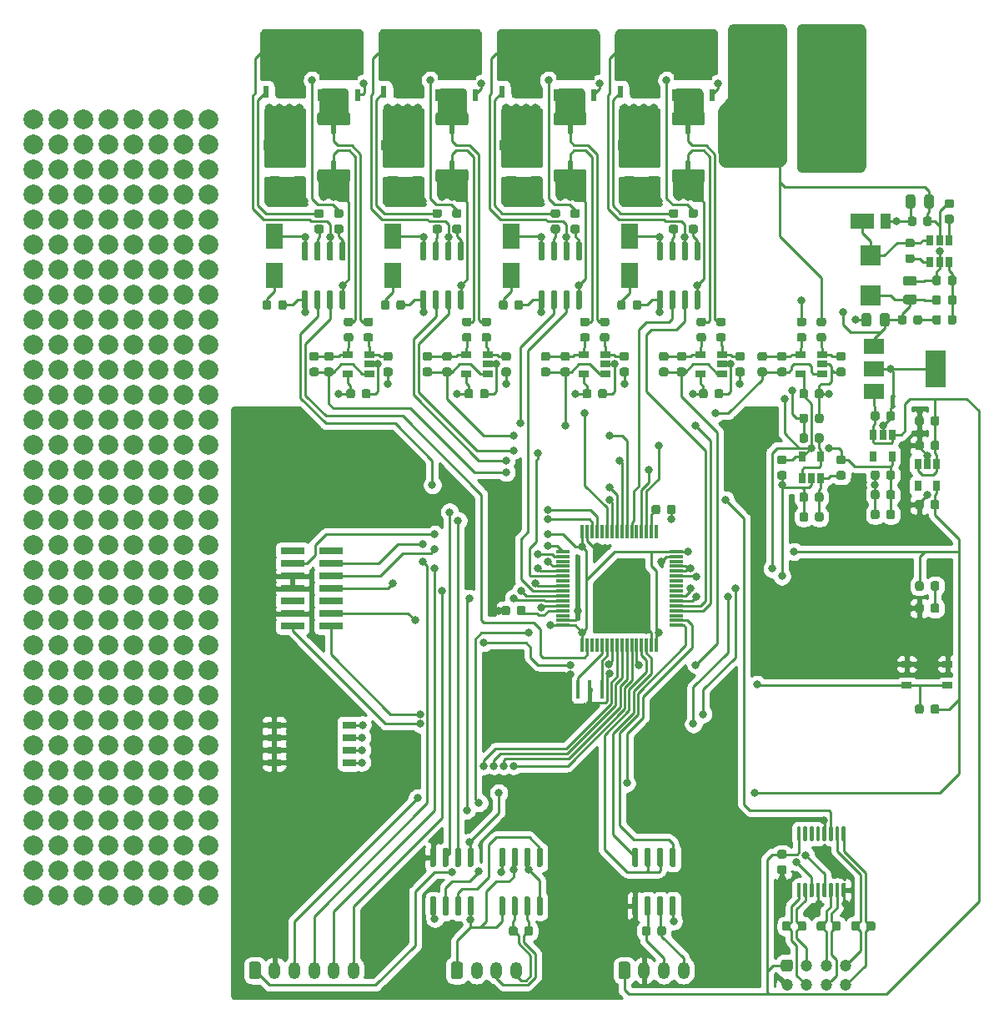
<source format=gtl>
%TF.GenerationSoftware,KiCad,Pcbnew,(5.1.10)-1*%
%TF.CreationDate,2022-10-01T12:24:55+09:00*%
%TF.ProjectId,quadBLDC,71756164-424c-4444-932e-6b696361645f,rev?*%
%TF.SameCoordinates,Original*%
%TF.FileFunction,Copper,L1,Top*%
%TF.FilePolarity,Positive*%
%FSLAX46Y46*%
G04 Gerber Fmt 4.6, Leading zero omitted, Abs format (unit mm)*
G04 Created by KiCad (PCBNEW (5.1.10)-1) date 2022-10-01 12:24:55*
%MOMM*%
%LPD*%
G01*
G04 APERTURE LIST*
%TA.AperFunction,EtchedComponent*%
%ADD10C,0.100000*%
%TD*%
%TA.AperFunction,ComponentPad*%
%ADD11C,2.000000*%
%TD*%
%TA.AperFunction,SMDPad,CuDef*%
%ADD12R,0.610000X1.270000*%
%TD*%
%TA.AperFunction,SMDPad,CuDef*%
%ADD13R,0.610000X1.020000*%
%TD*%
%TA.AperFunction,SMDPad,CuDef*%
%ADD14R,3.910000X3.810000*%
%TD*%
%TA.AperFunction,SMDPad,CuDef*%
%ADD15R,1.800000X2.500000*%
%TD*%
%TA.AperFunction,SMDPad,CuDef*%
%ADD16R,2.400000X1.500000*%
%TD*%
%TA.AperFunction,SMDPad,CuDef*%
%ADD17R,1.050000X1.500000*%
%TD*%
%TA.AperFunction,SMDPad,CuDef*%
%ADD18R,0.300000X1.475000*%
%TD*%
%TA.AperFunction,SMDPad,CuDef*%
%ADD19R,1.475000X0.300000*%
%TD*%
%TA.AperFunction,ComponentPad*%
%ADD20O,1.200000X1.750000*%
%TD*%
%TA.AperFunction,SMDPad,CuDef*%
%ADD21R,2.400000X0.740000*%
%TD*%
%TA.AperFunction,ComponentPad*%
%ADD22C,1.200000*%
%TD*%
%TA.AperFunction,SMDPad,CuDef*%
%ADD23R,2.000000X2.000000*%
%TD*%
%TA.AperFunction,SMDPad,CuDef*%
%ADD24C,0.500000*%
%TD*%
%TA.AperFunction,SMDPad,CuDef*%
%ADD25R,1.050000X0.650000*%
%TD*%
%TA.AperFunction,SMDPad,CuDef*%
%ADD26R,1.425000X0.750000*%
%TD*%
%TA.AperFunction,SMDPad,CuDef*%
%ADD27R,1.060000X0.650000*%
%TD*%
%TA.AperFunction,SMDPad,CuDef*%
%ADD28R,0.650000X1.060000*%
%TD*%
%TA.AperFunction,SMDPad,CuDef*%
%ADD29R,2.000000X3.800000*%
%TD*%
%TA.AperFunction,SMDPad,CuDef*%
%ADD30R,2.000000X1.500000*%
%TD*%
%TA.AperFunction,SMDPad,CuDef*%
%ADD31R,0.400000X1.900000*%
%TD*%
%TA.AperFunction,ViaPad*%
%ADD32C,0.800000*%
%TD*%
%TA.AperFunction,Conductor*%
%ADD33C,0.250000*%
%TD*%
%TA.AperFunction,Conductor*%
%ADD34C,0.254000*%
%TD*%
%TA.AperFunction,Conductor*%
%ADD35C,0.100000*%
%TD*%
G04 APERTURE END LIST*
D10*
%TO.C,NT1*%
G36*
X69250000Y-10500000D02*
G01*
X69250000Y-11500000D01*
X68750000Y-11500000D01*
X68750000Y-10500000D01*
X69250000Y-10500000D01*
G37*
%TO.C,NT2*%
G36*
X68750000Y-15500000D02*
G01*
X68750000Y-14500000D01*
X69250000Y-14500000D01*
X69250000Y-15500000D01*
X68750000Y-15500000D01*
G37*
%TO.C,NT3*%
G36*
X57250000Y-10500000D02*
G01*
X57250000Y-11500000D01*
X56750000Y-11500000D01*
X56750000Y-10500000D01*
X57250000Y-10500000D01*
G37*
%TO.C,NT4*%
G36*
X56750000Y-15500000D02*
G01*
X56750000Y-14500000D01*
X57250000Y-14500000D01*
X57250000Y-15500000D01*
X56750000Y-15500000D01*
G37*
%TO.C,NT5*%
G36*
X45250000Y-10500000D02*
G01*
X45250000Y-11500000D01*
X44750000Y-11500000D01*
X44750000Y-10500000D01*
X45250000Y-10500000D01*
G37*
%TO.C,NT6*%
G36*
X44750000Y-15500000D02*
G01*
X44750000Y-14500000D01*
X45250000Y-14500000D01*
X45250000Y-15500000D01*
X44750000Y-15500000D01*
G37*
%TO.C,NT7*%
G36*
X33250000Y-10500000D02*
G01*
X33250000Y-11500000D01*
X32750000Y-11500000D01*
X32750000Y-10500000D01*
X33250000Y-10500000D01*
G37*
%TO.C,NT8*%
G36*
X32750000Y-15500000D02*
G01*
X32750000Y-14500000D01*
X33250000Y-14500000D01*
X33250000Y-15500000D01*
X32750000Y-15500000D01*
G37*
%TO.C,NT9*%
G36*
X89500000Y-39250000D02*
G01*
X89500000Y-38250000D01*
X90000000Y-38250000D01*
X90000000Y-39250000D01*
X89500000Y-39250000D01*
G37*
%TD*%
D11*
%TO.P,REF\u002A\u002A,1*%
%TO.N,N/C*%
X5080000Y-12700000D03*
%TD*%
%TO.P,REF\u002A\u002A,1*%
%TO.N,N/C*%
X15240000Y-86360000D03*
%TD*%
%TO.P,REF\u002A\u002A,1*%
%TO.N,N/C*%
X20320000Y-12700000D03*
%TD*%
%TO.P,REF\u002A\u002A,1*%
%TO.N,N/C*%
X15240000Y-12700000D03*
%TD*%
%TO.P,REF\u002A\u002A,1*%
%TO.N,N/C*%
X10160000Y-86360000D03*
%TD*%
%TO.P,REF\u002A\u002A,1*%
%TO.N,N/C*%
X10160000Y-81280000D03*
%TD*%
%TO.P,REF\u002A\u002A,1*%
%TO.N,N/C*%
X20320000Y-86360000D03*
%TD*%
%TO.P,REF\u002A\u002A,1*%
%TO.N,N/C*%
X5080000Y-81280000D03*
%TD*%
%TO.P,REF\u002A\u002A,1*%
%TO.N,N/C*%
X12700000Y-86360000D03*
%TD*%
%TO.P,REF\u002A\u002A,1*%
%TO.N,N/C*%
X17780000Y-83820000D03*
%TD*%
%TO.P,REF\u002A\u002A,1*%
%TO.N,N/C*%
X2540000Y-83820000D03*
%TD*%
%TO.P,REF\u002A\u002A,1*%
%TO.N,N/C*%
X15240000Y-81280000D03*
%TD*%
%TO.P,REF\u002A\u002A,1*%
%TO.N,N/C*%
X20320000Y-83820000D03*
%TD*%
%TO.P,REF\u002A\u002A,1*%
%TO.N,N/C*%
X15240000Y-83820000D03*
%TD*%
%TO.P,REF\u002A\u002A,1*%
%TO.N,N/C*%
X7620000Y-83820000D03*
%TD*%
%TO.P,REF\u002A\u002A,1*%
%TO.N,N/C*%
X17780000Y-81280000D03*
%TD*%
%TO.P,REF\u002A\u002A,1*%
%TO.N,N/C*%
X5080000Y-83820000D03*
%TD*%
%TO.P,REF\u002A\u002A,1*%
%TO.N,N/C*%
X2540000Y-86360000D03*
%TD*%
%TO.P,REF\u002A\u002A,1*%
%TO.N,N/C*%
X7620000Y-86360000D03*
%TD*%
%TO.P,REF\u002A\u002A,1*%
%TO.N,N/C*%
X10160000Y-83820000D03*
%TD*%
%TO.P,REF\u002A\u002A,1*%
%TO.N,N/C*%
X20320000Y-81280000D03*
%TD*%
%TO.P,REF\u002A\u002A,1*%
%TO.N,N/C*%
X12700000Y-83820000D03*
%TD*%
%TO.P,REF\u002A\u002A,1*%
%TO.N,N/C*%
X2540000Y-81280000D03*
%TD*%
%TO.P,REF\u002A\u002A,1*%
%TO.N,N/C*%
X7620000Y-81280000D03*
%TD*%
%TO.P,REF\u002A\u002A,1*%
%TO.N,N/C*%
X17780000Y-86360000D03*
%TD*%
%TO.P,REF\u002A\u002A,1*%
%TO.N,N/C*%
X5080000Y-86360000D03*
%TD*%
%TO.P,REF\u002A\u002A,1*%
%TO.N,N/C*%
X12700000Y-81280000D03*
%TD*%
%TO.P,REF\u002A\u002A,1*%
%TO.N,N/C*%
X12700000Y-12700000D03*
%TD*%
%TO.P,REF\u002A\u002A,1*%
%TO.N,N/C*%
X2540000Y-12700000D03*
%TD*%
%TO.P,REF\u002A\u002A,1*%
%TO.N,N/C*%
X10160000Y-12700000D03*
%TD*%
%TO.P,REF\u002A\u002A,1*%
%TO.N,N/C*%
X17780000Y-12700000D03*
%TD*%
%TO.P,REF\u002A\u002A,1*%
%TO.N,N/C*%
X20320000Y-10160000D03*
%TD*%
%TO.P,REF\u002A\u002A,1*%
%TO.N,N/C*%
X7620000Y-10160000D03*
%TD*%
%TO.P,REF\u002A\u002A,1*%
%TO.N,N/C*%
X15240000Y-10160000D03*
%TD*%
%TO.P,REF\u002A\u002A,1*%
%TO.N,N/C*%
X7620000Y-12700000D03*
%TD*%
%TO.P,REF\u002A\u002A,1*%
%TO.N,N/C*%
X12700000Y-10160000D03*
%TD*%
%TO.P,REF\u002A\u002A,1*%
%TO.N,N/C*%
X5080000Y-10160000D03*
%TD*%
%TO.P,REF\u002A\u002A,1*%
%TO.N,N/C*%
X17780000Y-10160000D03*
%TD*%
%TO.P,REF\u002A\u002A,1*%
%TO.N,N/C*%
X2540000Y-10160000D03*
%TD*%
%TO.P,REF\u002A\u002A,1*%
%TO.N,N/C*%
X10160000Y-10160000D03*
%TD*%
%TO.P,REF\u002A\u002A,1*%
%TO.N,N/C*%
X2540000Y-40640000D03*
%TD*%
%TO.P,REF\u002A\u002A,1*%
%TO.N,N/C*%
X12700000Y-43180000D03*
%TD*%
%TO.P,REF\u002A\u002A,1*%
%TO.N,N/C*%
X5080000Y-45720000D03*
%TD*%
%TO.P,REF\u002A\u002A,1*%
%TO.N,N/C*%
X7620000Y-48260000D03*
%TD*%
%TO.P,REF\u002A\u002A,1*%
%TO.N,N/C*%
X5080000Y-43180000D03*
%TD*%
%TO.P,REF\u002A\u002A,1*%
%TO.N,N/C*%
X10160000Y-48260000D03*
%TD*%
%TO.P,REF\u002A\u002A,1*%
%TO.N,N/C*%
X5080000Y-40640000D03*
%TD*%
%TO.P,REF\u002A\u002A,1*%
%TO.N,N/C*%
X12700000Y-40640000D03*
%TD*%
%TO.P,REF\u002A\u002A,1*%
%TO.N,N/C*%
X5080000Y-48260000D03*
%TD*%
%TO.P,REF\u002A\u002A,1*%
%TO.N,N/C*%
X17780000Y-43180000D03*
%TD*%
%TO.P,REF\u002A\u002A,1*%
%TO.N,N/C*%
X17780000Y-48260000D03*
%TD*%
%TO.P,REF\u002A\u002A,1*%
%TO.N,N/C*%
X2540000Y-45720000D03*
%TD*%
%TO.P,REF\u002A\u002A,1*%
%TO.N,N/C*%
X20320000Y-43180000D03*
%TD*%
%TO.P,REF\u002A\u002A,1*%
%TO.N,N/C*%
X17780000Y-45720000D03*
%TD*%
%TO.P,REF\u002A\u002A,1*%
%TO.N,N/C*%
X10160000Y-43180000D03*
%TD*%
%TO.P,REF\u002A\u002A,1*%
%TO.N,N/C*%
X7620000Y-43180000D03*
%TD*%
%TO.P,REF\u002A\u002A,1*%
%TO.N,N/C*%
X15240000Y-48260000D03*
%TD*%
%TO.P,REF\u002A\u002A,1*%
%TO.N,N/C*%
X20320000Y-40640000D03*
%TD*%
%TO.P,REF\u002A\u002A,1*%
%TO.N,N/C*%
X20320000Y-45720000D03*
%TD*%
%TO.P,REF\u002A\u002A,1*%
%TO.N,N/C*%
X10160000Y-40640000D03*
%TD*%
%TO.P,REF\u002A\u002A,1*%
%TO.N,N/C*%
X7620000Y-40640000D03*
%TD*%
%TO.P,REF\u002A\u002A,1*%
%TO.N,N/C*%
X2540000Y-43180000D03*
%TD*%
%TO.P,REF\u002A\u002A,1*%
%TO.N,N/C*%
X17780000Y-40640000D03*
%TD*%
%TO.P,REF\u002A\u002A,1*%
%TO.N,N/C*%
X15240000Y-40640000D03*
%TD*%
%TO.P,REF\u002A\u002A,1*%
%TO.N,N/C*%
X15240000Y-43180000D03*
%TD*%
%TO.P,REF\u002A\u002A,1*%
%TO.N,N/C*%
X12700000Y-48260000D03*
%TD*%
%TO.P,REF\u002A\u002A,1*%
%TO.N,N/C*%
X15240000Y-76200000D03*
%TD*%
%TO.P,REF\u002A\u002A,1*%
%TO.N,N/C*%
X10160000Y-76200000D03*
%TD*%
%TO.P,REF\u002A\u002A,1*%
%TO.N,N/C*%
X10160000Y-78740000D03*
%TD*%
%TO.P,REF\u002A\u002A,1*%
%TO.N,N/C*%
X12700000Y-76200000D03*
%TD*%
%TO.P,REF\u002A\u002A,1*%
%TO.N,N/C*%
X20320000Y-76200000D03*
%TD*%
%TO.P,REF\u002A\u002A,1*%
%TO.N,N/C*%
X20320000Y-78740000D03*
%TD*%
%TO.P,REF\u002A\u002A,1*%
%TO.N,N/C*%
X7620000Y-78740000D03*
%TD*%
%TO.P,REF\u002A\u002A,1*%
%TO.N,N/C*%
X12700000Y-78740000D03*
%TD*%
%TO.P,REF\u002A\u002A,1*%
%TO.N,N/C*%
X15240000Y-78740000D03*
%TD*%
%TO.P,REF\u002A\u002A,1*%
%TO.N,N/C*%
X7620000Y-76200000D03*
%TD*%
%TO.P,REF\u002A\u002A,1*%
%TO.N,N/C*%
X2540000Y-78740000D03*
%TD*%
%TO.P,REF\u002A\u002A,1*%
%TO.N,N/C*%
X2540000Y-76200000D03*
%TD*%
%TO.P,REF\u002A\u002A,1*%
%TO.N,N/C*%
X17780000Y-76200000D03*
%TD*%
%TO.P,REF\u002A\u002A,1*%
%TO.N,N/C*%
X5080000Y-76200000D03*
%TD*%
%TO.P,REF\u002A\u002A,1*%
%TO.N,N/C*%
X17780000Y-78740000D03*
%TD*%
%TO.P,REF\u002A\u002A,1*%
%TO.N,N/C*%
X5080000Y-78740000D03*
%TD*%
%TO.P,REF\u002A\u002A,1*%
%TO.N,N/C*%
X2540000Y-73660000D03*
%TD*%
%TO.P,REF\u002A\u002A,1*%
%TO.N,N/C*%
X20320000Y-73660000D03*
%TD*%
%TO.P,REF\u002A\u002A,1*%
%TO.N,N/C*%
X15240000Y-71120000D03*
%TD*%
%TO.P,REF\u002A\u002A,1*%
%TO.N,N/C*%
X10160000Y-71120000D03*
%TD*%
%TO.P,REF\u002A\u002A,1*%
%TO.N,N/C*%
X12700000Y-71120000D03*
%TD*%
%TO.P,REF\u002A\u002A,1*%
%TO.N,N/C*%
X7620000Y-71120000D03*
%TD*%
%TO.P,REF\u002A\u002A,1*%
%TO.N,N/C*%
X17780000Y-58420000D03*
%TD*%
%TO.P,REF\u002A\u002A,1*%
%TO.N,N/C*%
X7620000Y-66040000D03*
%TD*%
%TO.P,REF\u002A\u002A,1*%
%TO.N,N/C*%
X17780000Y-66040000D03*
%TD*%
%TO.P,REF\u002A\u002A,1*%
%TO.N,N/C*%
X5080000Y-68580000D03*
%TD*%
%TO.P,REF\u002A\u002A,1*%
%TO.N,N/C*%
X7620000Y-73660000D03*
%TD*%
%TO.P,REF\u002A\u002A,1*%
%TO.N,N/C*%
X2540000Y-63500000D03*
%TD*%
%TO.P,REF\u002A\u002A,1*%
%TO.N,N/C*%
X20320000Y-71120000D03*
%TD*%
%TO.P,REF\u002A\u002A,1*%
%TO.N,N/C*%
X10160000Y-66040000D03*
%TD*%
%TO.P,REF\u002A\u002A,1*%
%TO.N,N/C*%
X12700000Y-68580000D03*
%TD*%
%TO.P,REF\u002A\u002A,1*%
%TO.N,N/C*%
X2540000Y-68580000D03*
%TD*%
%TO.P,REF\u002A\u002A,1*%
%TO.N,N/C*%
X2540000Y-71120000D03*
%TD*%
%TO.P,REF\u002A\u002A,1*%
%TO.N,N/C*%
X15240000Y-73660000D03*
%TD*%
%TO.P,REF\u002A\u002A,1*%
%TO.N,N/C*%
X12700000Y-66040000D03*
%TD*%
%TO.P,REF\u002A\u002A,1*%
%TO.N,N/C*%
X17780000Y-71120000D03*
%TD*%
%TO.P,REF\u002A\u002A,1*%
%TO.N,N/C*%
X10160000Y-68580000D03*
%TD*%
%TO.P,REF\u002A\u002A,1*%
%TO.N,N/C*%
X15240000Y-68580000D03*
%TD*%
%TO.P,REF\u002A\u002A,1*%
%TO.N,N/C*%
X5080000Y-73660000D03*
%TD*%
%TO.P,REF\u002A\u002A,1*%
%TO.N,N/C*%
X10160000Y-73660000D03*
%TD*%
%TO.P,REF\u002A\u002A,1*%
%TO.N,N/C*%
X2540000Y-66040000D03*
%TD*%
%TO.P,REF\u002A\u002A,1*%
%TO.N,N/C*%
X5080000Y-66040000D03*
%TD*%
%TO.P,REF\u002A\u002A,1*%
%TO.N,N/C*%
X12700000Y-73660000D03*
%TD*%
%TO.P,REF\u002A\u002A,1*%
%TO.N,N/C*%
X5080000Y-71120000D03*
%TD*%
%TO.P,REF\u002A\u002A,1*%
%TO.N,N/C*%
X20320000Y-66040000D03*
%TD*%
%TO.P,REF\u002A\u002A,1*%
%TO.N,N/C*%
X17780000Y-68580000D03*
%TD*%
%TO.P,REF\u002A\u002A,1*%
%TO.N,N/C*%
X20320000Y-63500000D03*
%TD*%
%TO.P,REF\u002A\u002A,1*%
%TO.N,N/C*%
X15240000Y-60960000D03*
%TD*%
%TO.P,REF\u002A\u002A,1*%
%TO.N,N/C*%
X20320000Y-60960000D03*
%TD*%
%TO.P,REF\u002A\u002A,1*%
%TO.N,N/C*%
X12700000Y-60960000D03*
%TD*%
%TO.P,REF\u002A\u002A,1*%
%TO.N,N/C*%
X17780000Y-73660000D03*
%TD*%
%TO.P,REF\u002A\u002A,1*%
%TO.N,N/C*%
X15240000Y-66040000D03*
%TD*%
%TO.P,REF\u002A\u002A,1*%
%TO.N,N/C*%
X10160000Y-60960000D03*
%TD*%
%TO.P,REF\u002A\u002A,1*%
%TO.N,N/C*%
X5080000Y-55880000D03*
%TD*%
%TO.P,REF\u002A\u002A,1*%
%TO.N,N/C*%
X20320000Y-68580000D03*
%TD*%
%TO.P,REF\u002A\u002A,1*%
%TO.N,N/C*%
X10160000Y-55880000D03*
%TD*%
%TO.P,REF\u002A\u002A,1*%
%TO.N,N/C*%
X10160000Y-63500000D03*
%TD*%
%TO.P,REF\u002A\u002A,1*%
%TO.N,N/C*%
X7620000Y-68580000D03*
%TD*%
%TO.P,REF\u002A\u002A,1*%
%TO.N,N/C*%
X2540000Y-60960000D03*
%TD*%
%TO.P,REF\u002A\u002A,1*%
%TO.N,N/C*%
X2540000Y-58420000D03*
%TD*%
%TO.P,REF\u002A\u002A,1*%
%TO.N,N/C*%
X15240000Y-58420000D03*
%TD*%
%TO.P,REF\u002A\u002A,1*%
%TO.N,N/C*%
X7620000Y-58420000D03*
%TD*%
%TO.P,REF\u002A\u002A,1*%
%TO.N,N/C*%
X12700000Y-58420000D03*
%TD*%
%TO.P,REF\u002A\u002A,1*%
%TO.N,N/C*%
X15240000Y-55880000D03*
%TD*%
%TO.P,REF\u002A\u002A,1*%
%TO.N,N/C*%
X7620000Y-63500000D03*
%TD*%
%TO.P,REF\u002A\u002A,1*%
%TO.N,N/C*%
X17780000Y-60960000D03*
%TD*%
%TO.P,REF\u002A\u002A,1*%
%TO.N,N/C*%
X5080000Y-60960000D03*
%TD*%
%TO.P,REF\u002A\u002A,1*%
%TO.N,N/C*%
X15240000Y-63500000D03*
%TD*%
%TO.P,REF\u002A\u002A,1*%
%TO.N,N/C*%
X10160000Y-58420000D03*
%TD*%
%TO.P,REF\u002A\u002A,1*%
%TO.N,N/C*%
X17780000Y-63500000D03*
%TD*%
%TO.P,REF\u002A\u002A,1*%
%TO.N,N/C*%
X12700000Y-55880000D03*
%TD*%
%TO.P,REF\u002A\u002A,1*%
%TO.N,N/C*%
X5080000Y-58420000D03*
%TD*%
%TO.P,REF\u002A\u002A,1*%
%TO.N,N/C*%
X7620000Y-60960000D03*
%TD*%
%TO.P,REF\u002A\u002A,1*%
%TO.N,N/C*%
X12700000Y-63500000D03*
%TD*%
%TO.P,REF\u002A\u002A,1*%
%TO.N,N/C*%
X20320000Y-58420000D03*
%TD*%
%TO.P,REF\u002A\u002A,1*%
%TO.N,N/C*%
X17780000Y-55880000D03*
%TD*%
%TO.P,REF\u002A\u002A,1*%
%TO.N,N/C*%
X20320000Y-55880000D03*
%TD*%
%TO.P,REF\u002A\u002A,1*%
%TO.N,N/C*%
X2540000Y-55880000D03*
%TD*%
%TO.P,REF\u002A\u002A,1*%
%TO.N,N/C*%
X7620000Y-55880000D03*
%TD*%
%TO.P,REF\u002A\u002A,1*%
%TO.N,N/C*%
X5080000Y-63500000D03*
%TD*%
%TO.P,REF\u002A\u002A,1*%
%TO.N,N/C*%
X15240000Y-50800000D03*
%TD*%
%TO.P,REF\u002A\u002A,1*%
%TO.N,N/C*%
X10160000Y-50800000D03*
%TD*%
%TO.P,REF\u002A\u002A,1*%
%TO.N,N/C*%
X10160000Y-53340000D03*
%TD*%
%TO.P,REF\u002A\u002A,1*%
%TO.N,N/C*%
X12700000Y-50800000D03*
%TD*%
%TO.P,REF\u002A\u002A,1*%
%TO.N,N/C*%
X2540000Y-48260000D03*
%TD*%
%TO.P,REF\u002A\u002A,1*%
%TO.N,N/C*%
X17780000Y-50800000D03*
%TD*%
%TO.P,REF\u002A\u002A,1*%
%TO.N,N/C*%
X10160000Y-45720000D03*
%TD*%
%TO.P,REF\u002A\u002A,1*%
%TO.N,N/C*%
X5080000Y-53340000D03*
%TD*%
%TO.P,REF\u002A\u002A,1*%
%TO.N,N/C*%
X15240000Y-53340000D03*
%TD*%
%TO.P,REF\u002A\u002A,1*%
%TO.N,N/C*%
X20320000Y-50800000D03*
%TD*%
%TO.P,REF\u002A\u002A,1*%
%TO.N,N/C*%
X7620000Y-45720000D03*
%TD*%
%TO.P,REF\u002A\u002A,1*%
%TO.N,N/C*%
X2540000Y-53340000D03*
%TD*%
%TO.P,REF\u002A\u002A,1*%
%TO.N,N/C*%
X12700000Y-53340000D03*
%TD*%
%TO.P,REF\u002A\u002A,1*%
%TO.N,N/C*%
X5080000Y-50800000D03*
%TD*%
%TO.P,REF\u002A\u002A,1*%
%TO.N,N/C*%
X17780000Y-53340000D03*
%TD*%
%TO.P,REF\u002A\u002A,1*%
%TO.N,N/C*%
X20320000Y-48260000D03*
%TD*%
%TO.P,REF\u002A\u002A,1*%
%TO.N,N/C*%
X15240000Y-45720000D03*
%TD*%
%TO.P,REF\u002A\u002A,1*%
%TO.N,N/C*%
X20320000Y-53340000D03*
%TD*%
%TO.P,REF\u002A\u002A,1*%
%TO.N,N/C*%
X12700000Y-45720000D03*
%TD*%
%TO.P,REF\u002A\u002A,1*%
%TO.N,N/C*%
X7620000Y-50800000D03*
%TD*%
%TO.P,REF\u002A\u002A,1*%
%TO.N,N/C*%
X2540000Y-50800000D03*
%TD*%
%TO.P,REF\u002A\u002A,1*%
%TO.N,N/C*%
X7620000Y-53340000D03*
%TD*%
%TO.P,REF\u002A\u002A,1*%
%TO.N,N/C*%
X5080000Y-20320000D03*
%TD*%
%TO.P,REF\u002A\u002A,1*%
%TO.N,N/C*%
X5080000Y-15240000D03*
%TD*%
%TO.P,REF\u002A\u002A,1*%
%TO.N,N/C*%
X12700000Y-15240000D03*
%TD*%
%TO.P,REF\u002A\u002A,1*%
%TO.N,N/C*%
X12700000Y-17780000D03*
%TD*%
%TO.P,REF\u002A\u002A,1*%
%TO.N,N/C*%
X17780000Y-22860000D03*
%TD*%
%TO.P,REF\u002A\u002A,1*%
%TO.N,N/C*%
X2540000Y-15240000D03*
%TD*%
%TO.P,REF\u002A\u002A,1*%
%TO.N,N/C*%
X2540000Y-20320000D03*
%TD*%
%TO.P,REF\u002A\u002A,1*%
%TO.N,N/C*%
X15240000Y-22860000D03*
%TD*%
%TO.P,REF\u002A\u002A,1*%
%TO.N,N/C*%
X12700000Y-22860000D03*
%TD*%
%TO.P,REF\u002A\u002A,1*%
%TO.N,N/C*%
X5080000Y-22860000D03*
%TD*%
%TO.P,REF\u002A\u002A,1*%
%TO.N,N/C*%
X20320000Y-15240000D03*
%TD*%
%TO.P,REF\u002A\u002A,1*%
%TO.N,N/C*%
X7620000Y-17780000D03*
%TD*%
%TO.P,REF\u002A\u002A,1*%
%TO.N,N/C*%
X10160000Y-22860000D03*
%TD*%
%TO.P,REF\u002A\u002A,1*%
%TO.N,N/C*%
X10160000Y-15240000D03*
%TD*%
%TO.P,REF\u002A\u002A,1*%
%TO.N,N/C*%
X15240000Y-17780000D03*
%TD*%
%TO.P,REF\u002A\u002A,1*%
%TO.N,N/C*%
X2540000Y-17780000D03*
%TD*%
%TO.P,REF\u002A\u002A,1*%
%TO.N,N/C*%
X20320000Y-17780000D03*
%TD*%
%TO.P,REF\u002A\u002A,1*%
%TO.N,N/C*%
X15240000Y-15240000D03*
%TD*%
%TO.P,REF\u002A\u002A,1*%
%TO.N,N/C*%
X10160000Y-17780000D03*
%TD*%
%TO.P,REF\u002A\u002A,1*%
%TO.N,N/C*%
X17780000Y-20320000D03*
%TD*%
%TO.P,REF\u002A\u002A,1*%
%TO.N,N/C*%
X17780000Y-17780000D03*
%TD*%
%TO.P,REF\u002A\u002A,1*%
%TO.N,N/C*%
X10160000Y-38100000D03*
%TD*%
%TO.P,REF\u002A\u002A,1*%
%TO.N,N/C*%
X2540000Y-38100000D03*
%TD*%
%TO.P,REF\u002A\u002A,1*%
%TO.N,N/C*%
X5080000Y-33020000D03*
%TD*%
%TO.P,REF\u002A\u002A,1*%
%TO.N,N/C*%
X15240000Y-38100000D03*
%TD*%
%TO.P,REF\u002A\u002A,1*%
%TO.N,N/C*%
X2540000Y-33020000D03*
%TD*%
%TO.P,REF\u002A\u002A,1*%
%TO.N,N/C*%
X20320000Y-33020000D03*
%TD*%
%TO.P,REF\u002A\u002A,1*%
%TO.N,N/C*%
X17780000Y-30480000D03*
%TD*%
%TO.P,REF\u002A\u002A,1*%
%TO.N,N/C*%
X15240000Y-35560000D03*
%TD*%
%TO.P,REF\u002A\u002A,1*%
%TO.N,N/C*%
X10160000Y-30480000D03*
%TD*%
%TO.P,REF\u002A\u002A,1*%
%TO.N,N/C*%
X20320000Y-35560000D03*
%TD*%
%TO.P,REF\u002A\u002A,1*%
%TO.N,N/C*%
X5080000Y-30480000D03*
%TD*%
%TO.P,REF\u002A\u002A,1*%
%TO.N,N/C*%
X20320000Y-38100000D03*
%TD*%
%TO.P,REF\u002A\u002A,1*%
%TO.N,N/C*%
X10160000Y-35560000D03*
%TD*%
%TO.P,REF\u002A\u002A,1*%
%TO.N,N/C*%
X12700000Y-35560000D03*
%TD*%
%TO.P,REF\u002A\u002A,1*%
%TO.N,N/C*%
X17780000Y-33020000D03*
%TD*%
%TO.P,REF\u002A\u002A,1*%
%TO.N,N/C*%
X7620000Y-38100000D03*
%TD*%
%TO.P,REF\u002A\u002A,1*%
%TO.N,N/C*%
X12700000Y-38100000D03*
%TD*%
%TO.P,REF\u002A\u002A,1*%
%TO.N,N/C*%
X15240000Y-30480000D03*
%TD*%
%TO.P,REF\u002A\u002A,1*%
%TO.N,N/C*%
X15240000Y-33020000D03*
%TD*%
%TO.P,REF\u002A\u002A,1*%
%TO.N,N/C*%
X7620000Y-33020000D03*
%TD*%
%TO.P,REF\u002A\u002A,1*%
%TO.N,N/C*%
X2540000Y-35560000D03*
%TD*%
%TO.P,REF\u002A\u002A,1*%
%TO.N,N/C*%
X7620000Y-35560000D03*
%TD*%
%TO.P,REF\u002A\u002A,1*%
%TO.N,N/C*%
X10160000Y-33020000D03*
%TD*%
%TO.P,REF\u002A\u002A,1*%
%TO.N,N/C*%
X20320000Y-30480000D03*
%TD*%
%TO.P,REF\u002A\u002A,1*%
%TO.N,N/C*%
X12700000Y-33020000D03*
%TD*%
%TO.P,REF\u002A\u002A,1*%
%TO.N,N/C*%
X2540000Y-30480000D03*
%TD*%
%TO.P,REF\u002A\u002A,1*%
%TO.N,N/C*%
X17780000Y-35560000D03*
%TD*%
%TO.P,REF\u002A\u002A,1*%
%TO.N,N/C*%
X5080000Y-35560000D03*
%TD*%
%TO.P,REF\u002A\u002A,1*%
%TO.N,N/C*%
X12700000Y-30480000D03*
%TD*%
%TO.P,REF\u002A\u002A,1*%
%TO.N,N/C*%
X15240000Y-25400000D03*
%TD*%
%TO.P,REF\u002A\u002A,1*%
%TO.N,N/C*%
X10160000Y-25400000D03*
%TD*%
%TO.P,REF\u002A\u002A,1*%
%TO.N,N/C*%
X5080000Y-38100000D03*
%TD*%
%TO.P,REF\u002A\u002A,1*%
%TO.N,N/C*%
X10160000Y-27940000D03*
%TD*%
%TO.P,REF\u002A\u002A,1*%
%TO.N,N/C*%
X20320000Y-25400000D03*
%TD*%
%TO.P,REF\u002A\u002A,1*%
%TO.N,N/C*%
X7620000Y-27940000D03*
%TD*%
%TO.P,REF\u002A\u002A,1*%
%TO.N,N/C*%
X7620000Y-30480000D03*
%TD*%
%TO.P,REF\u002A\u002A,1*%
%TO.N,N/C*%
X12700000Y-27940000D03*
%TD*%
%TO.P,REF\u002A\u002A,1*%
%TO.N,N/C*%
X15240000Y-27940000D03*
%TD*%
%TO.P,REF\u002A\u002A,1*%
%TO.N,N/C*%
X20320000Y-27940000D03*
%TD*%
%TO.P,REF\u002A\u002A,1*%
%TO.N,N/C*%
X17780000Y-38100000D03*
%TD*%
%TO.P,REF\u002A\u002A,1*%
%TO.N,N/C*%
X12700000Y-25400000D03*
%TD*%
%TO.P,REF\u002A\u002A,1*%
%TO.N,N/C*%
X5080000Y-27940000D03*
%TD*%
%TO.P,REF\u002A\u002A,1*%
%TO.N,N/C*%
X2540000Y-22860000D03*
%TD*%
%TO.P,REF\u002A\u002A,1*%
%TO.N,N/C*%
X17780000Y-25400000D03*
%TD*%
%TO.P,REF\u002A\u002A,1*%
%TO.N,N/C*%
X10160000Y-20320000D03*
%TD*%
%TO.P,REF\u002A\u002A,1*%
%TO.N,N/C*%
X7620000Y-20320000D03*
%TD*%
%TO.P,REF\u002A\u002A,1*%
%TO.N,N/C*%
X7620000Y-15240000D03*
%TD*%
%TO.P,REF\u002A\u002A,1*%
%TO.N,N/C*%
X5080000Y-17780000D03*
%TD*%
%TO.P,REF\u002A\u002A,1*%
%TO.N,N/C*%
X15240000Y-20320000D03*
%TD*%
%TO.P,REF\u002A\u002A,1*%
%TO.N,N/C*%
X17780000Y-15240000D03*
%TD*%
%TO.P,REF\u002A\u002A,1*%
%TO.N,N/C*%
X12700000Y-20320000D03*
%TD*%
%TO.P,REF\u002A\u002A,1*%
%TO.N,N/C*%
X20320000Y-22860000D03*
%TD*%
%TO.P,REF\u002A\u002A,1*%
%TO.N,N/C*%
X2540000Y-27940000D03*
%TD*%
%TO.P,REF\u002A\u002A,1*%
%TO.N,N/C*%
X7620000Y-22860000D03*
%TD*%
%TO.P,REF\u002A\u002A,1*%
%TO.N,N/C*%
X20320000Y-20320000D03*
%TD*%
%TO.P,REF\u002A\u002A,1*%
%TO.N,N/C*%
X2540000Y-25400000D03*
%TD*%
%TO.P,REF\u002A\u002A,1*%
%TO.N,N/C*%
X5080000Y-25400000D03*
%TD*%
%TO.P,REF\u002A\u002A,1*%
%TO.N,N/C*%
X7620000Y-25400000D03*
%TD*%
%TO.P,REF\u002A\u002A,1*%
%TO.N,N/C*%
X17780000Y-27940000D03*
%TD*%
%TO.P,REF\u002A\u002A,1*%
%TO.N,N/C*%
X20320000Y-88900000D03*
%TD*%
%TO.P,REF\u002A\u002A,1*%
%TO.N,N/C*%
X10160000Y-88900000D03*
%TD*%
%TO.P,REF\u002A\u002A,1*%
%TO.N,N/C*%
X7620000Y-88900000D03*
%TD*%
%TO.P,REF\u002A\u002A,1*%
%TO.N,N/C*%
X12700000Y-88900000D03*
%TD*%
%TO.P,REF\u002A\u002A,1*%
%TO.N,N/C*%
X15240000Y-88900000D03*
%TD*%
%TO.P,REF\u002A\u002A,1*%
%TO.N,N/C*%
X17780000Y-88900000D03*
%TD*%
%TO.P,REF\u002A\u002A,1*%
%TO.N,N/C*%
X5080000Y-88900000D03*
%TD*%
%TO.P,REF\u002A\u002A,1*%
%TO.N,N/C*%
X2540000Y-88900000D03*
%TD*%
%TO.P,C33,2*%
%TO.N,VDC*%
%TA.AperFunction,SMDPad,CuDef*%
G36*
G01*
X92850000Y-20756250D02*
X92850000Y-20243750D01*
G75*
G02*
X93068750Y-20025000I218750J0D01*
G01*
X93506250Y-20025000D01*
G75*
G02*
X93725000Y-20243750I0J-218750D01*
G01*
X93725000Y-20756250D01*
G75*
G02*
X93506250Y-20975000I-218750J0D01*
G01*
X93068750Y-20975000D01*
G75*
G02*
X92850000Y-20756250I0J218750D01*
G01*
G37*
%TD.AperFunction*%
%TO.P,C33,1*%
%TO.N,GND*%
%TA.AperFunction,SMDPad,CuDef*%
G36*
G01*
X91275000Y-20756250D02*
X91275000Y-20243750D01*
G75*
G02*
X91493750Y-20025000I218750J0D01*
G01*
X91931250Y-20025000D01*
G75*
G02*
X92150000Y-20243750I0J-218750D01*
G01*
X92150000Y-20756250D01*
G75*
G02*
X91931250Y-20975000I-218750J0D01*
G01*
X91493750Y-20975000D01*
G75*
G02*
X91275000Y-20756250I0J218750D01*
G01*
G37*
%TD.AperFunction*%
%TD*%
%TO.P,C32,2*%
%TO.N,VDC*%
%TA.AperFunction,SMDPad,CuDef*%
G36*
G01*
X92950000Y-18956250D02*
X92950000Y-18043750D01*
G75*
G02*
X93193750Y-17800000I243750J0D01*
G01*
X93681250Y-17800000D01*
G75*
G02*
X93925000Y-18043750I0J-243750D01*
G01*
X93925000Y-18956250D01*
G75*
G02*
X93681250Y-19200000I-243750J0D01*
G01*
X93193750Y-19200000D01*
G75*
G02*
X92950000Y-18956250I0J243750D01*
G01*
G37*
%TD.AperFunction*%
%TO.P,C32,1*%
%TO.N,GND*%
%TA.AperFunction,SMDPad,CuDef*%
G36*
G01*
X91075000Y-18956250D02*
X91075000Y-18043750D01*
G75*
G02*
X91318750Y-17800000I243750J0D01*
G01*
X91806250Y-17800000D01*
G75*
G02*
X92050000Y-18043750I0J-243750D01*
G01*
X92050000Y-18956250D01*
G75*
G02*
X91806250Y-19200000I-243750J0D01*
G01*
X91318750Y-19200000D01*
G75*
G02*
X91075000Y-18956250I0J243750D01*
G01*
G37*
%TD.AperFunction*%
%TD*%
D12*
%TO.P,Q5,1*%
%TO.N,/Inverter/VOUT_C*%
X41905000Y-7330000D03*
%TO.P,Q5,2*%
X40635000Y-7330000D03*
%TO.P,Q5,3*%
X39365000Y-7330000D03*
%TO.P,Q5,4*%
%TO.N,Net-(Q5-Pad4)*%
X38095000Y-7330000D03*
D13*
%TO.P,Q5,5*%
%TO.N,VDC*%
X38095000Y-12795000D03*
X39365000Y-12795000D03*
X40635000Y-12795000D03*
X41905000Y-12795000D03*
D14*
X40000000Y-10690000D03*
%TD*%
%TO.P,U1,8*%
%TO.N,Net-(C3-Pad1)*%
%TA.AperFunction,SMDPad,CuDef*%
G36*
G01*
X66245000Y-24500000D02*
X65945000Y-24500000D01*
G75*
G02*
X65795000Y-24350000I0J150000D01*
G01*
X65795000Y-22700000D01*
G75*
G02*
X65945000Y-22550000I150000J0D01*
G01*
X66245000Y-22550000D01*
G75*
G02*
X66395000Y-22700000I0J-150000D01*
G01*
X66395000Y-24350000D01*
G75*
G02*
X66245000Y-24500000I-150000J0D01*
G01*
G37*
%TD.AperFunction*%
%TO.P,U1,7*%
%TO.N,Net-(R7-Pad2)*%
%TA.AperFunction,SMDPad,CuDef*%
G36*
G01*
X67515000Y-24500000D02*
X67215000Y-24500000D01*
G75*
G02*
X67065000Y-24350000I0J150000D01*
G01*
X67065000Y-22700000D01*
G75*
G02*
X67215000Y-22550000I150000J0D01*
G01*
X67515000Y-22550000D01*
G75*
G02*
X67665000Y-22700000I0J-150000D01*
G01*
X67665000Y-24350000D01*
G75*
G02*
X67515000Y-24500000I-150000J0D01*
G01*
G37*
%TD.AperFunction*%
%TO.P,U1,6*%
%TO.N,/Inverter/VOUT_A*%
%TA.AperFunction,SMDPad,CuDef*%
G36*
G01*
X68785000Y-24500000D02*
X68485000Y-24500000D01*
G75*
G02*
X68335000Y-24350000I0J150000D01*
G01*
X68335000Y-22700000D01*
G75*
G02*
X68485000Y-22550000I150000J0D01*
G01*
X68785000Y-22550000D01*
G75*
G02*
X68935000Y-22700000I0J-150000D01*
G01*
X68935000Y-24350000D01*
G75*
G02*
X68785000Y-24500000I-150000J0D01*
G01*
G37*
%TD.AperFunction*%
%TO.P,U1,5*%
%TO.N,Net-(R5-Pad2)*%
%TA.AperFunction,SMDPad,CuDef*%
G36*
G01*
X70055000Y-24500000D02*
X69755000Y-24500000D01*
G75*
G02*
X69605000Y-24350000I0J150000D01*
G01*
X69605000Y-22700000D01*
G75*
G02*
X69755000Y-22550000I150000J0D01*
G01*
X70055000Y-22550000D01*
G75*
G02*
X70205000Y-22700000I0J-150000D01*
G01*
X70205000Y-24350000D01*
G75*
G02*
X70055000Y-24500000I-150000J0D01*
G01*
G37*
%TD.AperFunction*%
%TO.P,U1,4*%
%TO.N,GND*%
%TA.AperFunction,SMDPad,CuDef*%
G36*
G01*
X70055000Y-29450000D02*
X69755000Y-29450000D01*
G75*
G02*
X69605000Y-29300000I0J150000D01*
G01*
X69605000Y-27650000D01*
G75*
G02*
X69755000Y-27500000I150000J0D01*
G01*
X70055000Y-27500000D01*
G75*
G02*
X70205000Y-27650000I0J-150000D01*
G01*
X70205000Y-29300000D01*
G75*
G02*
X70055000Y-29450000I-150000J0D01*
G01*
G37*
%TD.AperFunction*%
%TO.P,U1,3*%
%TO.N,/Inverter/GATE_AL*%
%TA.AperFunction,SMDPad,CuDef*%
G36*
G01*
X68785000Y-29450000D02*
X68485000Y-29450000D01*
G75*
G02*
X68335000Y-29300000I0J150000D01*
G01*
X68335000Y-27650000D01*
G75*
G02*
X68485000Y-27500000I150000J0D01*
G01*
X68785000Y-27500000D01*
G75*
G02*
X68935000Y-27650000I0J-150000D01*
G01*
X68935000Y-29300000D01*
G75*
G02*
X68785000Y-29450000I-150000J0D01*
G01*
G37*
%TD.AperFunction*%
%TO.P,U1,2*%
%TO.N,/Inverter/GATE_AH*%
%TA.AperFunction,SMDPad,CuDef*%
G36*
G01*
X67515000Y-29450000D02*
X67215000Y-29450000D01*
G75*
G02*
X67065000Y-29300000I0J150000D01*
G01*
X67065000Y-27650000D01*
G75*
G02*
X67215000Y-27500000I150000J0D01*
G01*
X67515000Y-27500000D01*
G75*
G02*
X67665000Y-27650000I0J-150000D01*
G01*
X67665000Y-29300000D01*
G75*
G02*
X67515000Y-29450000I-150000J0D01*
G01*
G37*
%TD.AperFunction*%
%TO.P,U1,1*%
%TO.N,+12V*%
%TA.AperFunction,SMDPad,CuDef*%
G36*
G01*
X66245000Y-29450000D02*
X65945000Y-29450000D01*
G75*
G02*
X65795000Y-29300000I0J150000D01*
G01*
X65795000Y-27650000D01*
G75*
G02*
X65945000Y-27500000I150000J0D01*
G01*
X66245000Y-27500000D01*
G75*
G02*
X66395000Y-27650000I0J-150000D01*
G01*
X66395000Y-29300000D01*
G75*
G02*
X66245000Y-29450000I-150000J0D01*
G01*
G37*
%TD.AperFunction*%
%TD*%
%TO.P,R7,2*%
%TO.N,Net-(R7-Pad2)*%
%TA.AperFunction,SMDPad,CuDef*%
G36*
G01*
X67243750Y-20850000D02*
X67756250Y-20850000D01*
G75*
G02*
X67975000Y-21068750I0J-218750D01*
G01*
X67975000Y-21506250D01*
G75*
G02*
X67756250Y-21725000I-218750J0D01*
G01*
X67243750Y-21725000D01*
G75*
G02*
X67025000Y-21506250I0J218750D01*
G01*
X67025000Y-21068750D01*
G75*
G02*
X67243750Y-20850000I218750J0D01*
G01*
G37*
%TD.AperFunction*%
%TO.P,R7,1*%
%TO.N,Net-(Q1-Pad4)*%
%TA.AperFunction,SMDPad,CuDef*%
G36*
G01*
X67243750Y-19275000D02*
X67756250Y-19275000D01*
G75*
G02*
X67975000Y-19493750I0J-218750D01*
G01*
X67975000Y-19931250D01*
G75*
G02*
X67756250Y-20150000I-218750J0D01*
G01*
X67243750Y-20150000D01*
G75*
G02*
X67025000Y-19931250I0J218750D01*
G01*
X67025000Y-19493750D01*
G75*
G02*
X67243750Y-19275000I218750J0D01*
G01*
G37*
%TD.AperFunction*%
%TD*%
%TO.P,C1,1*%
%TO.N,VDC*%
%TA.AperFunction,SMDPad,CuDef*%
G36*
G01*
X73500000Y-13500000D02*
X73500000Y-11500000D01*
G75*
G02*
X73750000Y-11250000I250000J0D01*
G01*
X77250000Y-11250000D01*
G75*
G02*
X77500000Y-11500000I0J-250000D01*
G01*
X77500000Y-13500000D01*
G75*
G02*
X77250000Y-13750000I-250000J0D01*
G01*
X73750000Y-13750000D01*
G75*
G02*
X73500000Y-13500000I0J250000D01*
G01*
G37*
%TD.AperFunction*%
%TO.P,C1,2*%
%TO.N,GND*%
%TA.AperFunction,SMDPad,CuDef*%
G36*
G01*
X81500000Y-13500000D02*
X81500000Y-11500000D01*
G75*
G02*
X81750000Y-11250000I250000J0D01*
G01*
X85250000Y-11250000D01*
G75*
G02*
X85500000Y-11500000I0J-250000D01*
G01*
X85500000Y-13500000D01*
G75*
G02*
X85250000Y-13750000I-250000J0D01*
G01*
X81750000Y-13750000D01*
G75*
G02*
X81500000Y-13500000I0J250000D01*
G01*
G37*
%TD.AperFunction*%
%TD*%
%TO.P,C4,2*%
%TO.N,Net-(C4-Pad2)*%
%TA.AperFunction,SMDPad,CuDef*%
G36*
G01*
X66756250Y-34650000D02*
X66243750Y-34650000D01*
G75*
G02*
X66025000Y-34431250I0J218750D01*
G01*
X66025000Y-33993750D01*
G75*
G02*
X66243750Y-33775000I218750J0D01*
G01*
X66756250Y-33775000D01*
G75*
G02*
X66975000Y-33993750I0J-218750D01*
G01*
X66975000Y-34431250D01*
G75*
G02*
X66756250Y-34650000I-218750J0D01*
G01*
G37*
%TD.AperFunction*%
%TO.P,C4,1*%
%TO.N,/Inverter/SENSE_IA*%
%TA.AperFunction,SMDPad,CuDef*%
G36*
G01*
X66756250Y-36225000D02*
X66243750Y-36225000D01*
G75*
G02*
X66025000Y-36006250I0J218750D01*
G01*
X66025000Y-35568750D01*
G75*
G02*
X66243750Y-35350000I218750J0D01*
G01*
X66756250Y-35350000D01*
G75*
G02*
X66975000Y-35568750I0J-218750D01*
G01*
X66975000Y-36006250D01*
G75*
G02*
X66756250Y-36225000I-218750J0D01*
G01*
G37*
%TD.AperFunction*%
%TD*%
%TO.P,C5,1*%
%TO.N,+3.3VA*%
%TA.AperFunction,SMDPad,CuDef*%
G36*
G01*
X70085000Y-38256250D02*
X70085000Y-37743750D01*
G75*
G02*
X70303750Y-37525000I218750J0D01*
G01*
X70741250Y-37525000D01*
G75*
G02*
X70960000Y-37743750I0J-218750D01*
G01*
X70960000Y-38256250D01*
G75*
G02*
X70741250Y-38475000I-218750J0D01*
G01*
X70303750Y-38475000D01*
G75*
G02*
X70085000Y-38256250I0J218750D01*
G01*
G37*
%TD.AperFunction*%
%TO.P,C5,2*%
%TO.N,GNDA*%
%TA.AperFunction,SMDPad,CuDef*%
G36*
G01*
X71660000Y-38256250D02*
X71660000Y-37743750D01*
G75*
G02*
X71878750Y-37525000I218750J0D01*
G01*
X72316250Y-37525000D01*
G75*
G02*
X72535000Y-37743750I0J-218750D01*
G01*
X72535000Y-38256250D01*
G75*
G02*
X72316250Y-38475000I-218750J0D01*
G01*
X71878750Y-38475000D01*
G75*
G02*
X71660000Y-38256250I0J218750D01*
G01*
G37*
%TD.AperFunction*%
%TD*%
%TO.P,C6,1*%
%TO.N,VDC*%
%TA.AperFunction,SMDPad,CuDef*%
G36*
G01*
X65043750Y-14075000D02*
X65956250Y-14075000D01*
G75*
G02*
X66200000Y-14318750I0J-243750D01*
G01*
X66200000Y-14806250D01*
G75*
G02*
X65956250Y-15050000I-243750J0D01*
G01*
X65043750Y-15050000D01*
G75*
G02*
X64800000Y-14806250I0J243750D01*
G01*
X64800000Y-14318750D01*
G75*
G02*
X65043750Y-14075000I243750J0D01*
G01*
G37*
%TD.AperFunction*%
%TO.P,C6,2*%
%TO.N,GND*%
%TA.AperFunction,SMDPad,CuDef*%
G36*
G01*
X65043750Y-15950000D02*
X65956250Y-15950000D01*
G75*
G02*
X66200000Y-16193750I0J-243750D01*
G01*
X66200000Y-16681250D01*
G75*
G02*
X65956250Y-16925000I-243750J0D01*
G01*
X65043750Y-16925000D01*
G75*
G02*
X64800000Y-16681250I0J243750D01*
G01*
X64800000Y-16193750D01*
G75*
G02*
X65043750Y-15950000I243750J0D01*
G01*
G37*
%TD.AperFunction*%
%TD*%
%TO.P,C9,1*%
%TO.N,/Inverter/SENSE_VDC*%
%TA.AperFunction,SMDPad,CuDef*%
G36*
G01*
X76756250Y-36225000D02*
X76243750Y-36225000D01*
G75*
G02*
X76025000Y-36006250I0J218750D01*
G01*
X76025000Y-35568750D01*
G75*
G02*
X76243750Y-35350000I218750J0D01*
G01*
X76756250Y-35350000D01*
G75*
G02*
X76975000Y-35568750I0J-218750D01*
G01*
X76975000Y-36006250D01*
G75*
G02*
X76756250Y-36225000I-218750J0D01*
G01*
G37*
%TD.AperFunction*%
%TO.P,C9,2*%
%TO.N,Net-(C9-Pad2)*%
%TA.AperFunction,SMDPad,CuDef*%
G36*
G01*
X76756250Y-34650000D02*
X76243750Y-34650000D01*
G75*
G02*
X76025000Y-34431250I0J218750D01*
G01*
X76025000Y-33993750D01*
G75*
G02*
X76243750Y-33775000I218750J0D01*
G01*
X76756250Y-33775000D01*
G75*
G02*
X76975000Y-33993750I0J-218750D01*
G01*
X76975000Y-34431250D01*
G75*
G02*
X76756250Y-34650000I-218750J0D01*
G01*
G37*
%TD.AperFunction*%
%TD*%
%TO.P,C10,2*%
%TO.N,GNDA*%
%TA.AperFunction,SMDPad,CuDef*%
G36*
G01*
X81850000Y-38256250D02*
X81850000Y-37743750D01*
G75*
G02*
X82068750Y-37525000I218750J0D01*
G01*
X82506250Y-37525000D01*
G75*
G02*
X82725000Y-37743750I0J-218750D01*
G01*
X82725000Y-38256250D01*
G75*
G02*
X82506250Y-38475000I-218750J0D01*
G01*
X82068750Y-38475000D01*
G75*
G02*
X81850000Y-38256250I0J218750D01*
G01*
G37*
%TD.AperFunction*%
%TO.P,C10,1*%
%TO.N,+3.3VA*%
%TA.AperFunction,SMDPad,CuDef*%
G36*
G01*
X80275000Y-38256250D02*
X80275000Y-37743750D01*
G75*
G02*
X80493750Y-37525000I218750J0D01*
G01*
X80931250Y-37525000D01*
G75*
G02*
X81150000Y-37743750I0J-218750D01*
G01*
X81150000Y-38256250D01*
G75*
G02*
X80931250Y-38475000I-218750J0D01*
G01*
X80493750Y-38475000D01*
G75*
G02*
X80275000Y-38256250I0J218750D01*
G01*
G37*
%TD.AperFunction*%
%TD*%
%TO.P,C12,1*%
%TO.N,/Inverter/SENSE_IB*%
%TA.AperFunction,SMDPad,CuDef*%
G36*
G01*
X54756250Y-36225000D02*
X54243750Y-36225000D01*
G75*
G02*
X54025000Y-36006250I0J218750D01*
G01*
X54025000Y-35568750D01*
G75*
G02*
X54243750Y-35350000I218750J0D01*
G01*
X54756250Y-35350000D01*
G75*
G02*
X54975000Y-35568750I0J-218750D01*
G01*
X54975000Y-36006250D01*
G75*
G02*
X54756250Y-36225000I-218750J0D01*
G01*
G37*
%TD.AperFunction*%
%TO.P,C12,2*%
%TO.N,Net-(C12-Pad2)*%
%TA.AperFunction,SMDPad,CuDef*%
G36*
G01*
X54756250Y-34650000D02*
X54243750Y-34650000D01*
G75*
G02*
X54025000Y-34431250I0J218750D01*
G01*
X54025000Y-33993750D01*
G75*
G02*
X54243750Y-33775000I218750J0D01*
G01*
X54756250Y-33775000D01*
G75*
G02*
X54975000Y-33993750I0J-218750D01*
G01*
X54975000Y-34431250D01*
G75*
G02*
X54756250Y-34650000I-218750J0D01*
G01*
G37*
%TD.AperFunction*%
%TD*%
%TO.P,C13,2*%
%TO.N,GNDA*%
%TA.AperFunction,SMDPad,CuDef*%
G36*
G01*
X59850000Y-38256250D02*
X59850000Y-37743750D01*
G75*
G02*
X60068750Y-37525000I218750J0D01*
G01*
X60506250Y-37525000D01*
G75*
G02*
X60725000Y-37743750I0J-218750D01*
G01*
X60725000Y-38256250D01*
G75*
G02*
X60506250Y-38475000I-218750J0D01*
G01*
X60068750Y-38475000D01*
G75*
G02*
X59850000Y-38256250I0J218750D01*
G01*
G37*
%TD.AperFunction*%
%TO.P,C13,1*%
%TO.N,+3.3VA*%
%TA.AperFunction,SMDPad,CuDef*%
G36*
G01*
X58275000Y-38256250D02*
X58275000Y-37743750D01*
G75*
G02*
X58493750Y-37525000I218750J0D01*
G01*
X58931250Y-37525000D01*
G75*
G02*
X59150000Y-37743750I0J-218750D01*
G01*
X59150000Y-38256250D01*
G75*
G02*
X58931250Y-38475000I-218750J0D01*
G01*
X58493750Y-38475000D01*
G75*
G02*
X58275000Y-38256250I0J218750D01*
G01*
G37*
%TD.AperFunction*%
%TD*%
%TO.P,C14,2*%
%TO.N,GND*%
%TA.AperFunction,SMDPad,CuDef*%
G36*
G01*
X53043750Y-15950000D02*
X53956250Y-15950000D01*
G75*
G02*
X54200000Y-16193750I0J-243750D01*
G01*
X54200000Y-16681250D01*
G75*
G02*
X53956250Y-16925000I-243750J0D01*
G01*
X53043750Y-16925000D01*
G75*
G02*
X52800000Y-16681250I0J243750D01*
G01*
X52800000Y-16193750D01*
G75*
G02*
X53043750Y-15950000I243750J0D01*
G01*
G37*
%TD.AperFunction*%
%TO.P,C14,1*%
%TO.N,VDC*%
%TA.AperFunction,SMDPad,CuDef*%
G36*
G01*
X53043750Y-14075000D02*
X53956250Y-14075000D01*
G75*
G02*
X54200000Y-14318750I0J-243750D01*
G01*
X54200000Y-14806250D01*
G75*
G02*
X53956250Y-15050000I-243750J0D01*
G01*
X53043750Y-15050000D01*
G75*
G02*
X52800000Y-14806250I0J243750D01*
G01*
X52800000Y-14318750D01*
G75*
G02*
X53043750Y-14075000I243750J0D01*
G01*
G37*
%TD.AperFunction*%
%TD*%
%TO.P,C17,2*%
%TO.N,GNDA*%
%TA.AperFunction,SMDPad,CuDef*%
G36*
G01*
X81150000Y-48243750D02*
X81150000Y-48756250D01*
G75*
G02*
X80931250Y-48975000I-218750J0D01*
G01*
X80493750Y-48975000D01*
G75*
G02*
X80275000Y-48756250I0J218750D01*
G01*
X80275000Y-48243750D01*
G75*
G02*
X80493750Y-48025000I218750J0D01*
G01*
X80931250Y-48025000D01*
G75*
G02*
X81150000Y-48243750I0J-218750D01*
G01*
G37*
%TD.AperFunction*%
%TO.P,C17,1*%
%TO.N,Net-(C17-Pad1)*%
%TA.AperFunction,SMDPad,CuDef*%
G36*
G01*
X82725000Y-48243750D02*
X82725000Y-48756250D01*
G75*
G02*
X82506250Y-48975000I-218750J0D01*
G01*
X82068750Y-48975000D01*
G75*
G02*
X81850000Y-48756250I0J218750D01*
G01*
X81850000Y-48243750D01*
G75*
G02*
X82068750Y-48025000I218750J0D01*
G01*
X82506250Y-48025000D01*
G75*
G02*
X82725000Y-48243750I0J-218750D01*
G01*
G37*
%TD.AperFunction*%
%TD*%
%TO.P,C20,2*%
%TO.N,GNDA*%
%TA.AperFunction,SMDPad,CuDef*%
G36*
G01*
X78243750Y-45850000D02*
X78756250Y-45850000D01*
G75*
G02*
X78975000Y-46068750I0J-218750D01*
G01*
X78975000Y-46506250D01*
G75*
G02*
X78756250Y-46725000I-218750J0D01*
G01*
X78243750Y-46725000D01*
G75*
G02*
X78025000Y-46506250I0J218750D01*
G01*
X78025000Y-46068750D01*
G75*
G02*
X78243750Y-45850000I218750J0D01*
G01*
G37*
%TD.AperFunction*%
%TO.P,C20,1*%
%TO.N,+3.3VA*%
%TA.AperFunction,SMDPad,CuDef*%
G36*
G01*
X78243750Y-44275000D02*
X78756250Y-44275000D01*
G75*
G02*
X78975000Y-44493750I0J-218750D01*
G01*
X78975000Y-44931250D01*
G75*
G02*
X78756250Y-45150000I-218750J0D01*
G01*
X78243750Y-45150000D01*
G75*
G02*
X78025000Y-44931250I0J218750D01*
G01*
X78025000Y-44493750D01*
G75*
G02*
X78243750Y-44275000I218750J0D01*
G01*
G37*
%TD.AperFunction*%
%TD*%
%TO.P,C19,1*%
%TO.N,/Inverter/SENSE_IC*%
%TA.AperFunction,SMDPad,CuDef*%
G36*
G01*
X42756250Y-36225000D02*
X42243750Y-36225000D01*
G75*
G02*
X42025000Y-36006250I0J218750D01*
G01*
X42025000Y-35568750D01*
G75*
G02*
X42243750Y-35350000I218750J0D01*
G01*
X42756250Y-35350000D01*
G75*
G02*
X42975000Y-35568750I0J-218750D01*
G01*
X42975000Y-36006250D01*
G75*
G02*
X42756250Y-36225000I-218750J0D01*
G01*
G37*
%TD.AperFunction*%
%TO.P,C19,2*%
%TO.N,Net-(C19-Pad2)*%
%TA.AperFunction,SMDPad,CuDef*%
G36*
G01*
X42756250Y-34650000D02*
X42243750Y-34650000D01*
G75*
G02*
X42025000Y-34431250I0J218750D01*
G01*
X42025000Y-33993750D01*
G75*
G02*
X42243750Y-33775000I218750J0D01*
G01*
X42756250Y-33775000D01*
G75*
G02*
X42975000Y-33993750I0J-218750D01*
G01*
X42975000Y-34431250D01*
G75*
G02*
X42756250Y-34650000I-218750J0D01*
G01*
G37*
%TD.AperFunction*%
%TD*%
%TO.P,C21,2*%
%TO.N,GNDA*%
%TA.AperFunction,SMDPad,CuDef*%
G36*
G01*
X47850000Y-38256250D02*
X47850000Y-37743750D01*
G75*
G02*
X48068750Y-37525000I218750J0D01*
G01*
X48506250Y-37525000D01*
G75*
G02*
X48725000Y-37743750I0J-218750D01*
G01*
X48725000Y-38256250D01*
G75*
G02*
X48506250Y-38475000I-218750J0D01*
G01*
X48068750Y-38475000D01*
G75*
G02*
X47850000Y-38256250I0J218750D01*
G01*
G37*
%TD.AperFunction*%
%TO.P,C21,1*%
%TO.N,+3.3VA*%
%TA.AperFunction,SMDPad,CuDef*%
G36*
G01*
X46275000Y-38256250D02*
X46275000Y-37743750D01*
G75*
G02*
X46493750Y-37525000I218750J0D01*
G01*
X46931250Y-37525000D01*
G75*
G02*
X47150000Y-37743750I0J-218750D01*
G01*
X47150000Y-38256250D01*
G75*
G02*
X46931250Y-38475000I-218750J0D01*
G01*
X46493750Y-38475000D01*
G75*
G02*
X46275000Y-38256250I0J218750D01*
G01*
G37*
%TD.AperFunction*%
%TD*%
%TO.P,C22,1*%
%TO.N,VCOM*%
%TA.AperFunction,SMDPad,CuDef*%
G36*
G01*
X80275000Y-40756250D02*
X80275000Y-40243750D01*
G75*
G02*
X80493750Y-40025000I218750J0D01*
G01*
X80931250Y-40025000D01*
G75*
G02*
X81150000Y-40243750I0J-218750D01*
G01*
X81150000Y-40756250D01*
G75*
G02*
X80931250Y-40975000I-218750J0D01*
G01*
X80493750Y-40975000D01*
G75*
G02*
X80275000Y-40756250I0J218750D01*
G01*
G37*
%TD.AperFunction*%
%TO.P,C22,2*%
%TO.N,GNDA*%
%TA.AperFunction,SMDPad,CuDef*%
G36*
G01*
X81850000Y-40756250D02*
X81850000Y-40243750D01*
G75*
G02*
X82068750Y-40025000I218750J0D01*
G01*
X82506250Y-40025000D01*
G75*
G02*
X82725000Y-40243750I0J-218750D01*
G01*
X82725000Y-40756250D01*
G75*
G02*
X82506250Y-40975000I-218750J0D01*
G01*
X82068750Y-40975000D01*
G75*
G02*
X81850000Y-40756250I0J218750D01*
G01*
G37*
%TD.AperFunction*%
%TD*%
%TO.P,C23,2*%
%TO.N,GND*%
%TA.AperFunction,SMDPad,CuDef*%
G36*
G01*
X41043750Y-15950000D02*
X41956250Y-15950000D01*
G75*
G02*
X42200000Y-16193750I0J-243750D01*
G01*
X42200000Y-16681250D01*
G75*
G02*
X41956250Y-16925000I-243750J0D01*
G01*
X41043750Y-16925000D01*
G75*
G02*
X40800000Y-16681250I0J243750D01*
G01*
X40800000Y-16193750D01*
G75*
G02*
X41043750Y-15950000I243750J0D01*
G01*
G37*
%TD.AperFunction*%
%TO.P,C23,1*%
%TO.N,VDC*%
%TA.AperFunction,SMDPad,CuDef*%
G36*
G01*
X41043750Y-14075000D02*
X41956250Y-14075000D01*
G75*
G02*
X42200000Y-14318750I0J-243750D01*
G01*
X42200000Y-14806250D01*
G75*
G02*
X41956250Y-15050000I-243750J0D01*
G01*
X41043750Y-15050000D01*
G75*
G02*
X40800000Y-14806250I0J243750D01*
G01*
X40800000Y-14318750D01*
G75*
G02*
X41043750Y-14075000I243750J0D01*
G01*
G37*
%TD.AperFunction*%
%TD*%
%TO.P,C27,1*%
%TO.N,/Inverter/SENSE_ID*%
%TA.AperFunction,SMDPad,CuDef*%
G36*
G01*
X31256250Y-36225000D02*
X30743750Y-36225000D01*
G75*
G02*
X30525000Y-36006250I0J218750D01*
G01*
X30525000Y-35568750D01*
G75*
G02*
X30743750Y-35350000I218750J0D01*
G01*
X31256250Y-35350000D01*
G75*
G02*
X31475000Y-35568750I0J-218750D01*
G01*
X31475000Y-36006250D01*
G75*
G02*
X31256250Y-36225000I-218750J0D01*
G01*
G37*
%TD.AperFunction*%
%TO.P,C27,2*%
%TO.N,Net-(C27-Pad2)*%
%TA.AperFunction,SMDPad,CuDef*%
G36*
G01*
X31256250Y-34650000D02*
X30743750Y-34650000D01*
G75*
G02*
X30525000Y-34431250I0J218750D01*
G01*
X30525000Y-33993750D01*
G75*
G02*
X30743750Y-33775000I218750J0D01*
G01*
X31256250Y-33775000D01*
G75*
G02*
X31475000Y-33993750I0J-218750D01*
G01*
X31475000Y-34431250D01*
G75*
G02*
X31256250Y-34650000I-218750J0D01*
G01*
G37*
%TD.AperFunction*%
%TD*%
%TO.P,C28,2*%
%TO.N,GNDA*%
%TA.AperFunction,SMDPad,CuDef*%
G36*
G01*
X35850000Y-38256250D02*
X35850000Y-37743750D01*
G75*
G02*
X36068750Y-37525000I218750J0D01*
G01*
X36506250Y-37525000D01*
G75*
G02*
X36725000Y-37743750I0J-218750D01*
G01*
X36725000Y-38256250D01*
G75*
G02*
X36506250Y-38475000I-218750J0D01*
G01*
X36068750Y-38475000D01*
G75*
G02*
X35850000Y-38256250I0J218750D01*
G01*
G37*
%TD.AperFunction*%
%TO.P,C28,1*%
%TO.N,+3.3VA*%
%TA.AperFunction,SMDPad,CuDef*%
G36*
G01*
X34275000Y-38256250D02*
X34275000Y-37743750D01*
G75*
G02*
X34493750Y-37525000I218750J0D01*
G01*
X34931250Y-37525000D01*
G75*
G02*
X35150000Y-37743750I0J-218750D01*
G01*
X35150000Y-38256250D01*
G75*
G02*
X34931250Y-38475000I-218750J0D01*
G01*
X34493750Y-38475000D01*
G75*
G02*
X34275000Y-38256250I0J218750D01*
G01*
G37*
%TD.AperFunction*%
%TD*%
%TO.P,C29,2*%
%TO.N,GND*%
%TA.AperFunction,SMDPad,CuDef*%
G36*
G01*
X29043750Y-15950000D02*
X29956250Y-15950000D01*
G75*
G02*
X30200000Y-16193750I0J-243750D01*
G01*
X30200000Y-16681250D01*
G75*
G02*
X29956250Y-16925000I-243750J0D01*
G01*
X29043750Y-16925000D01*
G75*
G02*
X28800000Y-16681250I0J243750D01*
G01*
X28800000Y-16193750D01*
G75*
G02*
X29043750Y-15950000I243750J0D01*
G01*
G37*
%TD.AperFunction*%
%TO.P,C29,1*%
%TO.N,VDC*%
%TA.AperFunction,SMDPad,CuDef*%
G36*
G01*
X29043750Y-14075000D02*
X29956250Y-14075000D01*
G75*
G02*
X30200000Y-14318750I0J-243750D01*
G01*
X30200000Y-14806250D01*
G75*
G02*
X29956250Y-15050000I-243750J0D01*
G01*
X29043750Y-15050000D01*
G75*
G02*
X28800000Y-14806250I0J243750D01*
G01*
X28800000Y-14318750D01*
G75*
G02*
X29043750Y-14075000I243750J0D01*
G01*
G37*
%TD.AperFunction*%
%TD*%
%TO.P,C31,1*%
%TO.N,+12V*%
%TA.AperFunction,SMDPad,CuDef*%
G36*
G01*
X89425000Y-30043750D02*
X89425000Y-30956250D01*
G75*
G02*
X89181250Y-31200000I-243750J0D01*
G01*
X88693750Y-31200000D01*
G75*
G02*
X88450000Y-30956250I0J243750D01*
G01*
X88450000Y-30043750D01*
G75*
G02*
X88693750Y-29800000I243750J0D01*
G01*
X89181250Y-29800000D01*
G75*
G02*
X89425000Y-30043750I0J-243750D01*
G01*
G37*
%TD.AperFunction*%
%TO.P,C31,2*%
%TO.N,GND*%
%TA.AperFunction,SMDPad,CuDef*%
G36*
G01*
X87550000Y-30043750D02*
X87550000Y-30956250D01*
G75*
G02*
X87306250Y-31200000I-243750J0D01*
G01*
X86818750Y-31200000D01*
G75*
G02*
X86575000Y-30956250I0J243750D01*
G01*
X86575000Y-30043750D01*
G75*
G02*
X86818750Y-29800000I243750J0D01*
G01*
X87306250Y-29800000D01*
G75*
G02*
X87550000Y-30043750I0J-243750D01*
G01*
G37*
%TD.AperFunction*%
%TD*%
%TO.P,C34,1*%
%TO.N,+5V*%
%TA.AperFunction,SMDPad,CuDef*%
G36*
G01*
X94475000Y-40493750D02*
X94475000Y-41006250D01*
G75*
G02*
X94256250Y-41225000I-218750J0D01*
G01*
X93818750Y-41225000D01*
G75*
G02*
X93600000Y-41006250I0J218750D01*
G01*
X93600000Y-40493750D01*
G75*
G02*
X93818750Y-40275000I218750J0D01*
G01*
X94256250Y-40275000D01*
G75*
G02*
X94475000Y-40493750I0J-218750D01*
G01*
G37*
%TD.AperFunction*%
%TO.P,C34,2*%
%TO.N,GND*%
%TA.AperFunction,SMDPad,CuDef*%
G36*
G01*
X92900000Y-40493750D02*
X92900000Y-41006250D01*
G75*
G02*
X92681250Y-41225000I-218750J0D01*
G01*
X92243750Y-41225000D01*
G75*
G02*
X92025000Y-41006250I0J218750D01*
G01*
X92025000Y-40493750D01*
G75*
G02*
X92243750Y-40275000I218750J0D01*
G01*
X92681250Y-40275000D01*
G75*
G02*
X92900000Y-40493750I0J-218750D01*
G01*
G37*
%TD.AperFunction*%
%TD*%
%TO.P,C35,1*%
%TO.N,Net-(C35-Pad1)*%
%TA.AperFunction,SMDPad,CuDef*%
G36*
G01*
X91756250Y-24725000D02*
X91243750Y-24725000D01*
G75*
G02*
X91025000Y-24506250I0J218750D01*
G01*
X91025000Y-24068750D01*
G75*
G02*
X91243750Y-23850000I218750J0D01*
G01*
X91756250Y-23850000D01*
G75*
G02*
X91975000Y-24068750I0J-218750D01*
G01*
X91975000Y-24506250D01*
G75*
G02*
X91756250Y-24725000I-218750J0D01*
G01*
G37*
%TD.AperFunction*%
%TO.P,C35,2*%
%TO.N,Net-(C35-Pad2)*%
%TA.AperFunction,SMDPad,CuDef*%
G36*
G01*
X91756250Y-23150000D02*
X91243750Y-23150000D01*
G75*
G02*
X91025000Y-22931250I0J218750D01*
G01*
X91025000Y-22493750D01*
G75*
G02*
X91243750Y-22275000I218750J0D01*
G01*
X91756250Y-22275000D01*
G75*
G02*
X91975000Y-22493750I0J-218750D01*
G01*
X91975000Y-22931250D01*
G75*
G02*
X91756250Y-23150000I-218750J0D01*
G01*
G37*
%TD.AperFunction*%
%TD*%
%TO.P,C36,2*%
%TO.N,GND*%
%TA.AperFunction,SMDPad,CuDef*%
G36*
G01*
X92900000Y-42993750D02*
X92900000Y-43506250D01*
G75*
G02*
X92681250Y-43725000I-218750J0D01*
G01*
X92243750Y-43725000D01*
G75*
G02*
X92025000Y-43506250I0J218750D01*
G01*
X92025000Y-42993750D01*
G75*
G02*
X92243750Y-42775000I218750J0D01*
G01*
X92681250Y-42775000D01*
G75*
G02*
X92900000Y-42993750I0J-218750D01*
G01*
G37*
%TD.AperFunction*%
%TO.P,C36,1*%
%TO.N,+5V*%
%TA.AperFunction,SMDPad,CuDef*%
G36*
G01*
X94475000Y-42993750D02*
X94475000Y-43506250D01*
G75*
G02*
X94256250Y-43725000I-218750J0D01*
G01*
X93818750Y-43725000D01*
G75*
G02*
X93600000Y-43506250I0J218750D01*
G01*
X93600000Y-42993750D01*
G75*
G02*
X93818750Y-42775000I218750J0D01*
G01*
X94256250Y-42775000D01*
G75*
G02*
X94475000Y-42993750I0J-218750D01*
G01*
G37*
%TD.AperFunction*%
%TD*%
%TO.P,C38,1*%
%TO.N,+12V*%
%TA.AperFunction,SMDPad,CuDef*%
G36*
G01*
X90275000Y-30756250D02*
X90275000Y-30243750D01*
G75*
G02*
X90493750Y-30025000I218750J0D01*
G01*
X90931250Y-30025000D01*
G75*
G02*
X91150000Y-30243750I0J-218750D01*
G01*
X91150000Y-30756250D01*
G75*
G02*
X90931250Y-30975000I-218750J0D01*
G01*
X90493750Y-30975000D01*
G75*
G02*
X90275000Y-30756250I0J218750D01*
G01*
G37*
%TD.AperFunction*%
%TO.P,C38,2*%
%TO.N,Net-(C38-Pad2)*%
%TA.AperFunction,SMDPad,CuDef*%
G36*
G01*
X91850000Y-30756250D02*
X91850000Y-30243750D01*
G75*
G02*
X92068750Y-30025000I218750J0D01*
G01*
X92506250Y-30025000D01*
G75*
G02*
X92725000Y-30243750I0J-218750D01*
G01*
X92725000Y-30756250D01*
G75*
G02*
X92506250Y-30975000I-218750J0D01*
G01*
X92068750Y-30975000D01*
G75*
G02*
X91850000Y-30756250I0J218750D01*
G01*
G37*
%TD.AperFunction*%
%TD*%
%TO.P,C39,1*%
%TO.N,+12V*%
%TA.AperFunction,SMDPad,CuDef*%
G36*
G01*
X91956250Y-28925000D02*
X91043750Y-28925000D01*
G75*
G02*
X90800000Y-28681250I0J243750D01*
G01*
X90800000Y-28193750D01*
G75*
G02*
X91043750Y-27950000I243750J0D01*
G01*
X91956250Y-27950000D01*
G75*
G02*
X92200000Y-28193750I0J-243750D01*
G01*
X92200000Y-28681250D01*
G75*
G02*
X91956250Y-28925000I-243750J0D01*
G01*
G37*
%TD.AperFunction*%
%TO.P,C39,2*%
%TO.N,GND*%
%TA.AperFunction,SMDPad,CuDef*%
G36*
G01*
X91956250Y-27050000D02*
X91043750Y-27050000D01*
G75*
G02*
X90800000Y-26806250I0J243750D01*
G01*
X90800000Y-26318750D01*
G75*
G02*
X91043750Y-26075000I243750J0D01*
G01*
X91956250Y-26075000D01*
G75*
G02*
X92200000Y-26318750I0J-243750D01*
G01*
X92200000Y-26806250D01*
G75*
G02*
X91956250Y-27050000I-243750J0D01*
G01*
G37*
%TD.AperFunction*%
%TD*%
%TO.P,C41,1*%
%TO.N,+3V3*%
%TA.AperFunction,SMDPad,CuDef*%
G36*
G01*
X94475000Y-48993750D02*
X94475000Y-49506250D01*
G75*
G02*
X94256250Y-49725000I-218750J0D01*
G01*
X93818750Y-49725000D01*
G75*
G02*
X93600000Y-49506250I0J218750D01*
G01*
X93600000Y-48993750D01*
G75*
G02*
X93818750Y-48775000I218750J0D01*
G01*
X94256250Y-48775000D01*
G75*
G02*
X94475000Y-48993750I0J-218750D01*
G01*
G37*
%TD.AperFunction*%
%TO.P,C41,2*%
%TO.N,GND*%
%TA.AperFunction,SMDPad,CuDef*%
G36*
G01*
X92900000Y-48993750D02*
X92900000Y-49506250D01*
G75*
G02*
X92681250Y-49725000I-218750J0D01*
G01*
X92243750Y-49725000D01*
G75*
G02*
X92025000Y-49506250I0J218750D01*
G01*
X92025000Y-48993750D01*
G75*
G02*
X92243750Y-48775000I218750J0D01*
G01*
X92681250Y-48775000D01*
G75*
G02*
X92900000Y-48993750I0J-218750D01*
G01*
G37*
%TD.AperFunction*%
%TD*%
%TO.P,C46,1*%
%TO.N,+5V*%
%TA.AperFunction,SMDPad,CuDef*%
G36*
G01*
X78243750Y-84275000D02*
X78756250Y-84275000D01*
G75*
G02*
X78975000Y-84493750I0J-218750D01*
G01*
X78975000Y-84931250D01*
G75*
G02*
X78756250Y-85150000I-218750J0D01*
G01*
X78243750Y-85150000D01*
G75*
G02*
X78025000Y-84931250I0J218750D01*
G01*
X78025000Y-84493750D01*
G75*
G02*
X78243750Y-84275000I218750J0D01*
G01*
G37*
%TD.AperFunction*%
%TO.P,C46,2*%
%TO.N,GND*%
%TA.AperFunction,SMDPad,CuDef*%
G36*
G01*
X78243750Y-85850000D02*
X78756250Y-85850000D01*
G75*
G02*
X78975000Y-86068750I0J-218750D01*
G01*
X78975000Y-86506250D01*
G75*
G02*
X78756250Y-86725000I-218750J0D01*
G01*
X78243750Y-86725000D01*
G75*
G02*
X78025000Y-86506250I0J218750D01*
G01*
X78025000Y-86068750D01*
G75*
G02*
X78243750Y-85850000I218750J0D01*
G01*
G37*
%TD.AperFunction*%
%TD*%
D15*
%TO.P,D1,2*%
%TO.N,Net-(D1-Pad2)*%
X63000000Y-26000000D03*
%TO.P,D1,1*%
%TO.N,Net-(C3-Pad1)*%
X63000000Y-22000000D03*
%TD*%
%TO.P,D2,1*%
%TO.N,Net-(C11-Pad1)*%
X51000000Y-22000000D03*
%TO.P,D2,2*%
%TO.N,Net-(D2-Pad2)*%
X51000000Y-26000000D03*
%TD*%
%TO.P,D3,1*%
%TO.N,Net-(C18-Pad1)*%
X39000000Y-22000000D03*
%TO.P,D3,2*%
%TO.N,Net-(D3-Pad2)*%
X39000000Y-26000000D03*
%TD*%
%TO.P,D4,2*%
%TO.N,Net-(D4-Pad2)*%
X27000000Y-26000000D03*
%TO.P,D4,1*%
%TO.N,Net-(C26-Pad1)*%
X27000000Y-22000000D03*
%TD*%
D16*
%TO.P,D5,1*%
%TO.N,Net-(C35-Pad2)*%
X86650000Y-20500000D03*
D17*
%TO.P,D5,2*%
%TO.N,GND*%
X89025000Y-20500000D03*
%TD*%
%TO.P,D6,2*%
%TO.N,Net-(D6-Pad2)*%
%TA.AperFunction,SMDPad,CuDef*%
G36*
G01*
X93600000Y-60006250D02*
X93600000Y-59493750D01*
G75*
G02*
X93818750Y-59275000I218750J0D01*
G01*
X94256250Y-59275000D01*
G75*
G02*
X94475000Y-59493750I0J-218750D01*
G01*
X94475000Y-60006250D01*
G75*
G02*
X94256250Y-60225000I-218750J0D01*
G01*
X93818750Y-60225000D01*
G75*
G02*
X93600000Y-60006250I0J218750D01*
G01*
G37*
%TD.AperFunction*%
%TO.P,D6,1*%
%TO.N,GND*%
%TA.AperFunction,SMDPad,CuDef*%
G36*
G01*
X92025000Y-60006250D02*
X92025000Y-59493750D01*
G75*
G02*
X92243750Y-59275000I218750J0D01*
G01*
X92681250Y-59275000D01*
G75*
G02*
X92900000Y-59493750I0J-218750D01*
G01*
X92900000Y-60006250D01*
G75*
G02*
X92681250Y-60225000I-218750J0D01*
G01*
X92243750Y-60225000D01*
G75*
G02*
X92025000Y-60006250I0J218750D01*
G01*
G37*
%TD.AperFunction*%
%TD*%
D18*
%TO.P,IC1,1*%
%TO.N,+3V3*%
X58250000Y-63488000D03*
%TO.P,IC1,2*%
%TO.N,/Inverter/GATE_DL*%
X58750000Y-63488000D03*
%TO.P,IC1,3*%
%TO.N,N/C*%
X59250000Y-63488000D03*
%TO.P,IC1,4*%
X59750000Y-63488000D03*
%TO.P,IC1,5*%
%TO.N,Net-(IC1-Pad5)*%
X60250000Y-63488000D03*
%TO.P,IC1,6*%
%TO.N,Net-(IC1-Pad6)*%
X60750000Y-63488000D03*
%TO.P,IC1,7*%
%TO.N,/T_NRST*%
X61250000Y-63488000D03*
%TO.P,IC1,8*%
%TO.N,/MCU/DIPSW_0*%
X61750000Y-63488000D03*
%TO.P,IC1,9*%
%TO.N,/MCU/DIPSW_1*%
X62250000Y-63488000D03*
%TO.P,IC1,10*%
%TO.N,/MCU/DIPSW_2*%
X62750000Y-63488000D03*
%TO.P,IC1,11*%
%TO.N,/MCU/DIPSW_3*%
X63250000Y-63488000D03*
%TO.P,IC1,12*%
%TO.N,/Inverter/SENSE_IA*%
X63750000Y-63488000D03*
%TO.P,IC1,13*%
%TO.N,/MCU/RS485_DE*%
X64250000Y-63488000D03*
%TO.P,IC1,14*%
%TO.N,/MCU/RS485_DI*%
X64750000Y-63488000D03*
%TO.P,IC1,15*%
%TO.N,GND*%
X65250000Y-63488000D03*
%TO.P,IC1,16*%
%TO.N,+3V3*%
X65750000Y-63488000D03*
D19*
%TO.P,IC1,17*%
%TO.N,/MCU/RS485_RO*%
X67738000Y-61500000D03*
%TO.P,IC1,18*%
%TO.N,/SPI_NSS*%
X67738000Y-61000000D03*
%TO.P,IC1,19*%
%TO.N,N/C*%
X67738000Y-60500000D03*
%TO.P,IC1,20*%
%TO.N,/Inverter/SENSE_IB*%
X67738000Y-60000000D03*
%TO.P,IC1,21*%
%TO.N,/Inverter/GATE_AL*%
X67738000Y-59500000D03*
%TO.P,IC1,22*%
%TO.N,/T_VCP_RX*%
X67738000Y-59000000D03*
%TO.P,IC1,23*%
%TO.N,/T_VCP_TX*%
X67738000Y-58500000D03*
%TO.P,IC1,24*%
%TO.N,N/C*%
X67738000Y-58000000D03*
%TO.P,IC1,25*%
X67738000Y-57500000D03*
%TO.P,IC1,26*%
X67738000Y-57000000D03*
%TO.P,IC1,27*%
%TO.N,GNDA*%
X67738000Y-56500000D03*
%TO.P,IC1,28*%
%TO.N,+3.3VA*%
X67738000Y-56000000D03*
%TO.P,IC1,29*%
X67738000Y-55500000D03*
%TO.P,IC1,30*%
%TO.N,N/C*%
X67738000Y-55000000D03*
%TO.P,IC1,31*%
%TO.N,GND*%
X67738000Y-54500000D03*
%TO.P,IC1,32*%
%TO.N,+3V3*%
X67738000Y-54000000D03*
D18*
%TO.P,IC1,33*%
%TO.N,N/C*%
X65750000Y-52012000D03*
%TO.P,IC1,34*%
%TO.N,Net-(IC1-Pad34)*%
X65250000Y-52012000D03*
%TO.P,IC1,35*%
%TO.N,/Inverter/SENSE_IC*%
X64750000Y-52012000D03*
%TO.P,IC1,36*%
%TO.N,/Inverter/SENSE_ID*%
X64250000Y-52012000D03*
%TO.P,IC1,37*%
%TO.N,N/C*%
X63750000Y-52012000D03*
%TO.P,IC1,38*%
%TO.N,/Inverter/GATE_AH*%
X63250000Y-52012000D03*
%TO.P,IC1,39*%
%TO.N,/Inverter/GATE_BH*%
X62750000Y-52012000D03*
%TO.P,IC1,40*%
%TO.N,/Inverter/GATE_CH*%
X62250000Y-52012000D03*
%TO.P,IC1,41*%
%TO.N,/Inverter/GATE_DH*%
X61750000Y-52012000D03*
%TO.P,IC1,42*%
%TO.N,/MCU/ENC_Z*%
X61250000Y-52012000D03*
%TO.P,IC1,43*%
%TO.N,/Inverter/SENSE_VDC*%
X60750000Y-52012000D03*
%TO.P,IC1,44*%
%TO.N,N/C*%
X60250000Y-52012000D03*
%TO.P,IC1,45*%
%TO.N,/MCU/CAN_RD*%
X59750000Y-52012000D03*
%TO.P,IC1,46*%
%TO.N,/MCU/CAN_TD*%
X59250000Y-52012000D03*
%TO.P,IC1,47*%
%TO.N,GND*%
X58750000Y-52012000D03*
%TO.P,IC1,48*%
%TO.N,+3V3*%
X58250000Y-52012000D03*
D19*
%TO.P,IC1,49*%
%TO.N,/T_SWDIO*%
X56262000Y-54000000D03*
%TO.P,IC1,50*%
%TO.N,/T_SWCLK*%
X56262000Y-54500000D03*
%TO.P,IC1,51*%
%TO.N,N/C*%
X56262000Y-55000000D03*
%TO.P,IC1,52*%
%TO.N,/SPI_SCK*%
X56262000Y-55500000D03*
%TO.P,IC1,53*%
%TO.N,/SPI_MISO*%
X56262000Y-56000000D03*
%TO.P,IC1,54*%
%TO.N,/Inverter/GATE_CL*%
X56262000Y-56500000D03*
%TO.P,IC1,55*%
%TO.N,N/C*%
X56262000Y-57000000D03*
%TO.P,IC1,56*%
%TO.N,/T_SWO*%
X56262000Y-57500000D03*
%TO.P,IC1,57*%
%TO.N,/Inverter/GATE_BL*%
X56262000Y-58000000D03*
%TO.P,IC1,58*%
%TO.N,/SPI_MOSI*%
X56262000Y-58500000D03*
%TO.P,IC1,59*%
%TO.N,/MCU/ENC_A*%
X56262000Y-59000000D03*
%TO.P,IC1,60*%
%TO.N,/MCU/ENC_B*%
X56262000Y-59500000D03*
%TO.P,IC1,61*%
%TO.N,Net-(IC1-Pad61)*%
X56262000Y-60000000D03*
%TO.P,IC1,62*%
%TO.N,N/C*%
X56262000Y-60500000D03*
%TO.P,IC1,63*%
%TO.N,GND*%
X56262000Y-61000000D03*
%TO.P,IC1,64*%
%TO.N,+3V3*%
X56262000Y-61500000D03*
%TD*%
D20*
%TO.P,J1,4*%
%TO.N,/CAN_L*%
X51500000Y-96500000D03*
%TO.P,J1,3*%
%TO.N,/CAN_H*%
X49500000Y-96500000D03*
%TO.P,J1,2*%
%TO.N,GNDD*%
X47500000Y-96500000D03*
%TO.P,J1,1*%
%TO.N,+5VD*%
%TA.AperFunction,ComponentPad*%
G36*
G01*
X44900000Y-97125001D02*
X44900000Y-95874999D01*
G75*
G02*
X45149999Y-95625000I249999J0D01*
G01*
X45850001Y-95625000D01*
G75*
G02*
X46100000Y-95874999I0J-249999D01*
G01*
X46100000Y-97125001D01*
G75*
G02*
X45850001Y-97375000I-249999J0D01*
G01*
X45149999Y-97375000D01*
G75*
G02*
X44900000Y-97125001I0J249999D01*
G01*
G37*
%TD.AperFunction*%
%TD*%
%TO.P,J2,1*%
%TO.N,+5V*%
%TA.AperFunction,ComponentPad*%
G36*
G01*
X61900000Y-97125001D02*
X61900000Y-95874999D01*
G75*
G02*
X62149999Y-95625000I249999J0D01*
G01*
X62850001Y-95625000D01*
G75*
G02*
X63100000Y-95874999I0J-249999D01*
G01*
X63100000Y-97125001D01*
G75*
G02*
X62850001Y-97375000I-249999J0D01*
G01*
X62149999Y-97375000D01*
G75*
G02*
X61900000Y-97125001I0J249999D01*
G01*
G37*
%TD.AperFunction*%
%TO.P,J2,2*%
%TO.N,GND*%
X64500000Y-96500000D03*
%TO.P,J2,3*%
%TO.N,/RS485_A*%
X66500000Y-96500000D03*
%TO.P,J2,4*%
%TO.N,/RS485_B*%
X68500000Y-96500000D03*
%TD*%
%TO.P,J3,6*%
%TO.N,/SPI_MOSI*%
X35000000Y-96500000D03*
%TO.P,J3,5*%
%TO.N,/SPI_MISO*%
X33000000Y-96500000D03*
%TO.P,J3,4*%
%TO.N,/SPI_SCK*%
X31000000Y-96500000D03*
%TO.P,J3,3*%
%TO.N,/SPI_NSS*%
X29000000Y-96500000D03*
%TO.P,J3,2*%
%TO.N,GND*%
X27000000Y-96500000D03*
%TO.P,J3,1*%
%TO.N,+3V3*%
%TA.AperFunction,ComponentPad*%
G36*
G01*
X24400000Y-97125001D02*
X24400000Y-95874999D01*
G75*
G02*
X24649999Y-95625000I249999J0D01*
G01*
X25350001Y-95625000D01*
G75*
G02*
X25600000Y-95874999I0J-249999D01*
G01*
X25600000Y-97125001D01*
G75*
G02*
X25350001Y-97375000I-249999J0D01*
G01*
X24649999Y-97375000D01*
G75*
G02*
X24400000Y-97125001I0J249999D01*
G01*
G37*
%TD.AperFunction*%
%TD*%
%TO.P,J6,1*%
%TO.N,VDC*%
%TA.AperFunction,ComponentPad*%
G36*
G01*
X74000000Y-5250000D02*
X74000000Y-1750000D01*
G75*
G02*
X74250000Y-1500000I250000J0D01*
G01*
X77750000Y-1500000D01*
G75*
G02*
X78000000Y-1750000I0J-250000D01*
G01*
X78000000Y-5250000D01*
G75*
G02*
X77750000Y-5500000I-250000J0D01*
G01*
X74250000Y-5500000D01*
G75*
G02*
X74000000Y-5250000I0J250000D01*
G01*
G37*
%TD.AperFunction*%
%TD*%
D21*
%TO.P,J4,1*%
%TO.N,N/C*%
X28800000Y-53940000D03*
%TO.P,J4,2*%
X32700000Y-53940000D03*
%TO.P,J4,3*%
%TO.N,+3V3*%
X28800000Y-55210000D03*
%TO.P,J4,4*%
%TO.N,/T_SWDIO*%
X32700000Y-55210000D03*
%TO.P,J4,5*%
%TO.N,GND*%
X28800000Y-56480000D03*
%TO.P,J4,6*%
%TO.N,/T_SWCLK*%
X32700000Y-56480000D03*
%TO.P,J4,7*%
%TO.N,GND*%
X28800000Y-57750000D03*
%TO.P,J4,8*%
%TO.N,/T_SWO*%
X32700000Y-57750000D03*
%TO.P,J4,9*%
%TO.N,N/C*%
X28800000Y-59020000D03*
%TO.P,J4,10*%
X32700000Y-59020000D03*
%TO.P,J4,11*%
%TO.N,GND*%
X28800000Y-60290000D03*
%TO.P,J4,12*%
%TO.N,/T_NRST*%
X32700000Y-60290000D03*
%TO.P,J4,13*%
%TO.N,/T_VCP_RX*%
X28800000Y-61560000D03*
%TO.P,J4,14*%
%TO.N,/T_VCP_TX*%
X32700000Y-61560000D03*
%TD*%
D22*
%TO.P,J5,8*%
%TO.N,/ENC_Z-*%
X85000000Y-98000000D03*
%TO.P,J5,6*%
%TO.N,/ENC_B-*%
X83000000Y-98000000D03*
%TO.P,J5,4*%
%TO.N,/ENC_A-*%
X81000000Y-98000000D03*
%TO.P,J5,2*%
%TO.N,GND*%
X79000000Y-98000000D03*
%TO.P,J5,7*%
%TO.N,/ENC_Z+*%
X85000000Y-96000000D03*
%TO.P,J5,5*%
%TO.N,/ENC_B+*%
X83000000Y-96000000D03*
%TO.P,J5,3*%
%TO.N,/ENC_A+*%
X81000000Y-96000000D03*
%TO.P,J5,1*%
%TO.N,+5V*%
%TA.AperFunction,ComponentPad*%
G36*
G01*
X78400000Y-96350001D02*
X78400000Y-95649999D01*
G75*
G02*
X78649999Y-95400000I249999J0D01*
G01*
X79350001Y-95400000D01*
G75*
G02*
X79600000Y-95649999I0J-249999D01*
G01*
X79600000Y-96350001D01*
G75*
G02*
X79350001Y-96600000I-249999J0D01*
G01*
X78649999Y-96600000D01*
G75*
G02*
X78400000Y-96350001I0J249999D01*
G01*
G37*
%TD.AperFunction*%
%TD*%
%TO.P,J8,1*%
%TO.N,/Inverter/VOUT_A*%
%TA.AperFunction,ComponentPad*%
G36*
G01*
X62000000Y-5250000D02*
X62000000Y-1750000D01*
G75*
G02*
X62250000Y-1500000I250000J0D01*
G01*
X65750000Y-1500000D01*
G75*
G02*
X66000000Y-1750000I0J-250000D01*
G01*
X66000000Y-5250000D01*
G75*
G02*
X65750000Y-5500000I-250000J0D01*
G01*
X62250000Y-5500000D01*
G75*
G02*
X62000000Y-5250000I0J250000D01*
G01*
G37*
%TD.AperFunction*%
%TD*%
%TO.P,J9,1*%
%TO.N,/Inverter/VOUT_B*%
%TA.AperFunction,ComponentPad*%
G36*
G01*
X50000000Y-5250000D02*
X50000000Y-1750000D01*
G75*
G02*
X50250000Y-1500000I250000J0D01*
G01*
X53750000Y-1500000D01*
G75*
G02*
X54000000Y-1750000I0J-250000D01*
G01*
X54000000Y-5250000D01*
G75*
G02*
X53750000Y-5500000I-250000J0D01*
G01*
X50250000Y-5500000D01*
G75*
G02*
X50000000Y-5250000I0J250000D01*
G01*
G37*
%TD.AperFunction*%
%TD*%
%TO.P,J10,1*%
%TO.N,/Inverter/VOUT_C*%
%TA.AperFunction,ComponentPad*%
G36*
G01*
X38000000Y-5250000D02*
X38000000Y-1750000D01*
G75*
G02*
X38250000Y-1500000I250000J0D01*
G01*
X41750000Y-1500000D01*
G75*
G02*
X42000000Y-1750000I0J-250000D01*
G01*
X42000000Y-5250000D01*
G75*
G02*
X41750000Y-5500000I-250000J0D01*
G01*
X38250000Y-5500000D01*
G75*
G02*
X38000000Y-5250000I0J250000D01*
G01*
G37*
%TD.AperFunction*%
%TD*%
%TO.P,J11,1*%
%TO.N,/Inverter/VOUT_D*%
%TA.AperFunction,ComponentPad*%
G36*
G01*
X26000000Y-5250000D02*
X26000000Y-1750000D01*
G75*
G02*
X26250000Y-1500000I250000J0D01*
G01*
X29750000Y-1500000D01*
G75*
G02*
X30000000Y-1750000I0J-250000D01*
G01*
X30000000Y-5250000D01*
G75*
G02*
X29750000Y-5500000I-250000J0D01*
G01*
X26250000Y-5500000D01*
G75*
G02*
X26000000Y-5250000I0J250000D01*
G01*
G37*
%TD.AperFunction*%
%TD*%
%TO.P,J7,1*%
%TO.N,GND*%
%TA.AperFunction,ComponentPad*%
G36*
G01*
X81000000Y-5250000D02*
X81000000Y-1750000D01*
G75*
G02*
X81250000Y-1500000I250000J0D01*
G01*
X84750000Y-1500000D01*
G75*
G02*
X85000000Y-1750000I0J-250000D01*
G01*
X85000000Y-5250000D01*
G75*
G02*
X84750000Y-5500000I-250000J0D01*
G01*
X81250000Y-5500000D01*
G75*
G02*
X81000000Y-5250000I0J250000D01*
G01*
G37*
%TD.AperFunction*%
%TD*%
D23*
%TO.P,L1,2*%
%TO.N,+12V*%
X87500000Y-28000000D03*
%TO.P,L1,1*%
%TO.N,Net-(C35-Pad2)*%
X87500000Y-24000000D03*
%TD*%
D24*
%TO.P,NT1,1*%
%TO.N,Net-(NT1-Pad1)*%
X69000000Y-10500000D03*
%TO.P,NT1,2*%
%TO.N,Net-(NT1-Pad2)*%
X69000000Y-11500000D03*
%TD*%
%TO.P,NT2,1*%
%TO.N,GND*%
X69000000Y-15500000D03*
%TO.P,NT2,2*%
%TO.N,Net-(NT2-Pad2)*%
X69000000Y-14500000D03*
%TD*%
%TO.P,NT3,1*%
%TO.N,Net-(NT3-Pad1)*%
X57000000Y-10500000D03*
%TO.P,NT3,2*%
%TO.N,Net-(NT3-Pad2)*%
X57000000Y-11500000D03*
%TD*%
%TO.P,NT4,2*%
%TO.N,Net-(NT4-Pad2)*%
X57000000Y-14500000D03*
%TO.P,NT4,1*%
%TO.N,GND*%
X57000000Y-15500000D03*
%TD*%
%TO.P,NT5,1*%
%TO.N,Net-(NT5-Pad1)*%
X45000000Y-10500000D03*
%TO.P,NT5,2*%
%TO.N,Net-(NT5-Pad2)*%
X45000000Y-11500000D03*
%TD*%
%TO.P,NT6,2*%
%TO.N,Net-(NT6-Pad2)*%
X45000000Y-14500000D03*
%TO.P,NT6,1*%
%TO.N,GND*%
X45000000Y-15500000D03*
%TD*%
%TO.P,NT7,2*%
%TO.N,Net-(NT7-Pad2)*%
X33000000Y-11500000D03*
%TO.P,NT7,1*%
%TO.N,Net-(NT7-Pad1)*%
X33000000Y-10500000D03*
%TD*%
%TO.P,NT8,2*%
%TO.N,Net-(NT8-Pad2)*%
X33000000Y-14500000D03*
%TO.P,NT8,1*%
%TO.N,GND*%
X33000000Y-15500000D03*
%TD*%
D12*
%TO.P,Q1,1*%
%TO.N,/Inverter/VOUT_A*%
X65905000Y-7330000D03*
%TO.P,Q1,2*%
X64635000Y-7330000D03*
%TO.P,Q1,3*%
X63365000Y-7330000D03*
%TO.P,Q1,4*%
%TO.N,Net-(Q1-Pad4)*%
X62095000Y-7330000D03*
D13*
%TO.P,Q1,5*%
%TO.N,VDC*%
X62095000Y-12795000D03*
X63365000Y-12795000D03*
X64635000Y-12795000D03*
X65905000Y-12795000D03*
D14*
X64000000Y-10690000D03*
%TD*%
D12*
%TO.P,Q2,1*%
%TO.N,Net-(NT1-Pad1)*%
X67595000Y-7670000D03*
%TO.P,Q2,2*%
X68865000Y-7670000D03*
%TO.P,Q2,3*%
X70135000Y-7670000D03*
%TO.P,Q2,4*%
%TO.N,Net-(Q2-Pad4)*%
X71405000Y-7670000D03*
D13*
%TO.P,Q2,5*%
%TO.N,/Inverter/VOUT_A*%
X71405000Y-2205000D03*
X70135000Y-2205000D03*
X68865000Y-2205000D03*
X67595000Y-2205000D03*
D14*
X69500000Y-4310000D03*
%TD*%
%TO.P,Q3,5*%
%TO.N,VDC*%
X52000000Y-10690000D03*
D13*
X53905000Y-12795000D03*
X52635000Y-12795000D03*
X51365000Y-12795000D03*
X50095000Y-12795000D03*
D12*
%TO.P,Q3,4*%
%TO.N,Net-(Q3-Pad4)*%
X50095000Y-7330000D03*
%TO.P,Q3,3*%
%TO.N,/Inverter/VOUT_B*%
X51365000Y-7330000D03*
%TO.P,Q3,2*%
X52635000Y-7330000D03*
%TO.P,Q3,1*%
X53905000Y-7330000D03*
%TD*%
%TO.P,Q4,1*%
%TO.N,Net-(NT3-Pad1)*%
X55595000Y-7670000D03*
%TO.P,Q4,2*%
X56865000Y-7670000D03*
%TO.P,Q4,3*%
X58135000Y-7670000D03*
%TO.P,Q4,4*%
%TO.N,Net-(Q4-Pad4)*%
X59405000Y-7670000D03*
D13*
%TO.P,Q4,5*%
%TO.N,/Inverter/VOUT_B*%
X59405000Y-2205000D03*
X58135000Y-2205000D03*
X56865000Y-2205000D03*
X55595000Y-2205000D03*
D14*
X57500000Y-4310000D03*
%TD*%
%TO.P,Q6,5*%
%TO.N,/Inverter/VOUT_C*%
X45500000Y-4310000D03*
D13*
X43595000Y-2205000D03*
X44865000Y-2205000D03*
X46135000Y-2205000D03*
X47405000Y-2205000D03*
D12*
%TO.P,Q6,4*%
%TO.N,Net-(Q6-Pad4)*%
X47405000Y-7670000D03*
%TO.P,Q6,3*%
%TO.N,Net-(NT5-Pad1)*%
X46135000Y-7670000D03*
%TO.P,Q6,2*%
X44865000Y-7670000D03*
%TO.P,Q6,1*%
X43595000Y-7670000D03*
%TD*%
D14*
%TO.P,Q7,5*%
%TO.N,VDC*%
X28000000Y-10690000D03*
D13*
X29905000Y-12795000D03*
X28635000Y-12795000D03*
X27365000Y-12795000D03*
X26095000Y-12795000D03*
D12*
%TO.P,Q7,4*%
%TO.N,Net-(Q7-Pad4)*%
X26095000Y-7330000D03*
%TO.P,Q7,3*%
%TO.N,/Inverter/VOUT_D*%
X27365000Y-7330000D03*
%TO.P,Q7,2*%
X28635000Y-7330000D03*
%TO.P,Q7,1*%
X29905000Y-7330000D03*
%TD*%
D14*
%TO.P,Q8,5*%
%TO.N,/Inverter/VOUT_D*%
X33500000Y-4310000D03*
D13*
X31595000Y-2205000D03*
X32865000Y-2205000D03*
X34135000Y-2205000D03*
X35405000Y-2205000D03*
D12*
%TO.P,Q8,4*%
%TO.N,Net-(Q8-Pad4)*%
X35405000Y-7670000D03*
%TO.P,Q8,3*%
%TO.N,Net-(NT7-Pad1)*%
X34135000Y-7670000D03*
%TO.P,Q8,2*%
X32865000Y-7670000D03*
%TO.P,Q8,1*%
X31595000Y-7670000D03*
%TD*%
%TO.P,R1,2*%
%TO.N,+12V*%
%TA.AperFunction,SMDPad,CuDef*%
G36*
G01*
X63350000Y-29256250D02*
X63350000Y-28743750D01*
G75*
G02*
X63568750Y-28525000I218750J0D01*
G01*
X64006250Y-28525000D01*
G75*
G02*
X64225000Y-28743750I0J-218750D01*
G01*
X64225000Y-29256250D01*
G75*
G02*
X64006250Y-29475000I-218750J0D01*
G01*
X63568750Y-29475000D01*
G75*
G02*
X63350000Y-29256250I0J218750D01*
G01*
G37*
%TD.AperFunction*%
%TO.P,R1,1*%
%TO.N,Net-(D1-Pad2)*%
%TA.AperFunction,SMDPad,CuDef*%
G36*
G01*
X61775000Y-29256250D02*
X61775000Y-28743750D01*
G75*
G02*
X61993750Y-28525000I218750J0D01*
G01*
X62431250Y-28525000D01*
G75*
G02*
X62650000Y-28743750I0J-218750D01*
G01*
X62650000Y-29256250D01*
G75*
G02*
X62431250Y-29475000I-218750J0D01*
G01*
X61993750Y-29475000D01*
G75*
G02*
X61775000Y-29256250I0J218750D01*
G01*
G37*
%TD.AperFunction*%
%TD*%
%TO.P,R2,1*%
%TO.N,Net-(R2-Pad1)*%
%TA.AperFunction,SMDPad,CuDef*%
G36*
G01*
X72566250Y-32725000D02*
X72053750Y-32725000D01*
G75*
G02*
X71835000Y-32506250I0J218750D01*
G01*
X71835000Y-32068750D01*
G75*
G02*
X72053750Y-31850000I218750J0D01*
G01*
X72566250Y-31850000D01*
G75*
G02*
X72785000Y-32068750I0J-218750D01*
G01*
X72785000Y-32506250D01*
G75*
G02*
X72566250Y-32725000I-218750J0D01*
G01*
G37*
%TD.AperFunction*%
%TO.P,R2,2*%
%TO.N,Net-(NT1-Pad2)*%
%TA.AperFunction,SMDPad,CuDef*%
G36*
G01*
X72566250Y-31150000D02*
X72053750Y-31150000D01*
G75*
G02*
X71835000Y-30931250I0J218750D01*
G01*
X71835000Y-30493750D01*
G75*
G02*
X72053750Y-30275000I218750J0D01*
G01*
X72566250Y-30275000D01*
G75*
G02*
X72785000Y-30493750I0J-218750D01*
G01*
X72785000Y-30931250D01*
G75*
G02*
X72566250Y-31150000I-218750J0D01*
G01*
G37*
%TD.AperFunction*%
%TD*%
%TO.P,R3,2*%
%TO.N,Net-(NT2-Pad2)*%
%TA.AperFunction,SMDPad,CuDef*%
G36*
G01*
X70566250Y-31150000D02*
X70053750Y-31150000D01*
G75*
G02*
X69835000Y-30931250I0J218750D01*
G01*
X69835000Y-30493750D01*
G75*
G02*
X70053750Y-30275000I218750J0D01*
G01*
X70566250Y-30275000D01*
G75*
G02*
X70785000Y-30493750I0J-218750D01*
G01*
X70785000Y-30931250D01*
G75*
G02*
X70566250Y-31150000I-218750J0D01*
G01*
G37*
%TD.AperFunction*%
%TO.P,R3,1*%
%TO.N,Net-(C4-Pad2)*%
%TA.AperFunction,SMDPad,CuDef*%
G36*
G01*
X70566250Y-32725000D02*
X70053750Y-32725000D01*
G75*
G02*
X69835000Y-32506250I0J218750D01*
G01*
X69835000Y-32068750D01*
G75*
G02*
X70053750Y-31850000I218750J0D01*
G01*
X70566250Y-31850000D01*
G75*
G02*
X70785000Y-32068750I0J-218750D01*
G01*
X70785000Y-32506250D01*
G75*
G02*
X70566250Y-32725000I-218750J0D01*
G01*
G37*
%TD.AperFunction*%
%TD*%
%TO.P,R4,2*%
%TO.N,VCOM*%
%TA.AperFunction,SMDPad,CuDef*%
G36*
G01*
X73993750Y-35350000D02*
X74506250Y-35350000D01*
G75*
G02*
X74725000Y-35568750I0J-218750D01*
G01*
X74725000Y-36006250D01*
G75*
G02*
X74506250Y-36225000I-218750J0D01*
G01*
X73993750Y-36225000D01*
G75*
G02*
X73775000Y-36006250I0J218750D01*
G01*
X73775000Y-35568750D01*
G75*
G02*
X73993750Y-35350000I218750J0D01*
G01*
G37*
%TD.AperFunction*%
%TO.P,R4,1*%
%TO.N,Net-(R2-Pad1)*%
%TA.AperFunction,SMDPad,CuDef*%
G36*
G01*
X73993750Y-33775000D02*
X74506250Y-33775000D01*
G75*
G02*
X74725000Y-33993750I0J-218750D01*
G01*
X74725000Y-34431250D01*
G75*
G02*
X74506250Y-34650000I-218750J0D01*
G01*
X73993750Y-34650000D01*
G75*
G02*
X73775000Y-34431250I0J218750D01*
G01*
X73775000Y-33993750D01*
G75*
G02*
X73993750Y-33775000I218750J0D01*
G01*
G37*
%TD.AperFunction*%
%TD*%
%TO.P,R5,2*%
%TO.N,Net-(R5-Pad2)*%
%TA.AperFunction,SMDPad,CuDef*%
G36*
G01*
X69243750Y-20850000D02*
X69756250Y-20850000D01*
G75*
G02*
X69975000Y-21068750I0J-218750D01*
G01*
X69975000Y-21506250D01*
G75*
G02*
X69756250Y-21725000I-218750J0D01*
G01*
X69243750Y-21725000D01*
G75*
G02*
X69025000Y-21506250I0J218750D01*
G01*
X69025000Y-21068750D01*
G75*
G02*
X69243750Y-20850000I218750J0D01*
G01*
G37*
%TD.AperFunction*%
%TO.P,R5,1*%
%TO.N,Net-(Q2-Pad4)*%
%TA.AperFunction,SMDPad,CuDef*%
G36*
G01*
X69243750Y-19275000D02*
X69756250Y-19275000D01*
G75*
G02*
X69975000Y-19493750I0J-218750D01*
G01*
X69975000Y-19931250D01*
G75*
G02*
X69756250Y-20150000I-218750J0D01*
G01*
X69243750Y-20150000D01*
G75*
G02*
X69025000Y-19931250I0J218750D01*
G01*
X69025000Y-19493750D01*
G75*
G02*
X69243750Y-19275000I218750J0D01*
G01*
G37*
%TD.AperFunction*%
%TD*%
%TO.P,R6,1*%
%TO.N,/Inverter/SENSE_IA*%
%TA.AperFunction,SMDPad,CuDef*%
G36*
G01*
X68566250Y-36225000D02*
X68053750Y-36225000D01*
G75*
G02*
X67835000Y-36006250I0J218750D01*
G01*
X67835000Y-35568750D01*
G75*
G02*
X68053750Y-35350000I218750J0D01*
G01*
X68566250Y-35350000D01*
G75*
G02*
X68785000Y-35568750I0J-218750D01*
G01*
X68785000Y-36006250D01*
G75*
G02*
X68566250Y-36225000I-218750J0D01*
G01*
G37*
%TD.AperFunction*%
%TO.P,R6,2*%
%TO.N,Net-(C4-Pad2)*%
%TA.AperFunction,SMDPad,CuDef*%
G36*
G01*
X68566250Y-34650000D02*
X68053750Y-34650000D01*
G75*
G02*
X67835000Y-34431250I0J218750D01*
G01*
X67835000Y-33993750D01*
G75*
G02*
X68053750Y-33775000I218750J0D01*
G01*
X68566250Y-33775000D01*
G75*
G02*
X68785000Y-33993750I0J-218750D01*
G01*
X68785000Y-34431250D01*
G75*
G02*
X68566250Y-34650000I-218750J0D01*
G01*
G37*
%TD.AperFunction*%
%TD*%
%TO.P,R8,1*%
%TO.N,Net-(NT1-Pad1)*%
%TA.AperFunction,SMDPad,CuDef*%
G36*
G01*
X67574999Y-9425000D02*
X70425001Y-9425000D01*
G75*
G02*
X70675000Y-9674999I0J-249999D01*
G01*
X70675000Y-10525001D01*
G75*
G02*
X70425001Y-10775000I-249999J0D01*
G01*
X67574999Y-10775000D01*
G75*
G02*
X67325000Y-10525001I0J249999D01*
G01*
X67325000Y-9674999D01*
G75*
G02*
X67574999Y-9425000I249999J0D01*
G01*
G37*
%TD.AperFunction*%
%TO.P,R8,2*%
%TO.N,GND*%
%TA.AperFunction,SMDPad,CuDef*%
G36*
G01*
X67574999Y-15225000D02*
X70425001Y-15225000D01*
G75*
G02*
X70675000Y-15474999I0J-249999D01*
G01*
X70675000Y-16325001D01*
G75*
G02*
X70425001Y-16575000I-249999J0D01*
G01*
X67574999Y-16575000D01*
G75*
G02*
X67325000Y-16325001I0J249999D01*
G01*
X67325000Y-15474999D01*
G75*
G02*
X67574999Y-15225000I249999J0D01*
G01*
G37*
%TD.AperFunction*%
%TD*%
%TO.P,R9,1*%
%TO.N,Net-(R11-Pad1)*%
%TA.AperFunction,SMDPad,CuDef*%
G36*
G01*
X82756250Y-32725000D02*
X82243750Y-32725000D01*
G75*
G02*
X82025000Y-32506250I0J218750D01*
G01*
X82025000Y-32068750D01*
G75*
G02*
X82243750Y-31850000I218750J0D01*
G01*
X82756250Y-31850000D01*
G75*
G02*
X82975000Y-32068750I0J-218750D01*
G01*
X82975000Y-32506250D01*
G75*
G02*
X82756250Y-32725000I-218750J0D01*
G01*
G37*
%TD.AperFunction*%
%TO.P,R9,2*%
%TO.N,VDC*%
%TA.AperFunction,SMDPad,CuDef*%
G36*
G01*
X82756250Y-31150000D02*
X82243750Y-31150000D01*
G75*
G02*
X82025000Y-30931250I0J218750D01*
G01*
X82025000Y-30493750D01*
G75*
G02*
X82243750Y-30275000I218750J0D01*
G01*
X82756250Y-30275000D01*
G75*
G02*
X82975000Y-30493750I0J-218750D01*
G01*
X82975000Y-30931250D01*
G75*
G02*
X82756250Y-31150000I-218750J0D01*
G01*
G37*
%TD.AperFunction*%
%TD*%
%TO.P,R10,2*%
%TO.N,GND*%
%TA.AperFunction,SMDPad,CuDef*%
G36*
G01*
X80756250Y-31150000D02*
X80243750Y-31150000D01*
G75*
G02*
X80025000Y-30931250I0J218750D01*
G01*
X80025000Y-30493750D01*
G75*
G02*
X80243750Y-30275000I218750J0D01*
G01*
X80756250Y-30275000D01*
G75*
G02*
X80975000Y-30493750I0J-218750D01*
G01*
X80975000Y-30931250D01*
G75*
G02*
X80756250Y-31150000I-218750J0D01*
G01*
G37*
%TD.AperFunction*%
%TO.P,R10,1*%
%TO.N,Net-(C9-Pad2)*%
%TA.AperFunction,SMDPad,CuDef*%
G36*
G01*
X80756250Y-32725000D02*
X80243750Y-32725000D01*
G75*
G02*
X80025000Y-32506250I0J218750D01*
G01*
X80025000Y-32068750D01*
G75*
G02*
X80243750Y-31850000I218750J0D01*
G01*
X80756250Y-31850000D01*
G75*
G02*
X80975000Y-32068750I0J-218750D01*
G01*
X80975000Y-32506250D01*
G75*
G02*
X80756250Y-32725000I-218750J0D01*
G01*
G37*
%TD.AperFunction*%
%TD*%
%TO.P,R11,1*%
%TO.N,Net-(R11-Pad1)*%
%TA.AperFunction,SMDPad,CuDef*%
G36*
G01*
X84243750Y-33775000D02*
X84756250Y-33775000D01*
G75*
G02*
X84975000Y-33993750I0J-218750D01*
G01*
X84975000Y-34431250D01*
G75*
G02*
X84756250Y-34650000I-218750J0D01*
G01*
X84243750Y-34650000D01*
G75*
G02*
X84025000Y-34431250I0J218750D01*
G01*
X84025000Y-33993750D01*
G75*
G02*
X84243750Y-33775000I218750J0D01*
G01*
G37*
%TD.AperFunction*%
%TO.P,R11,2*%
%TO.N,GNDA*%
%TA.AperFunction,SMDPad,CuDef*%
G36*
G01*
X84243750Y-35350000D02*
X84756250Y-35350000D01*
G75*
G02*
X84975000Y-35568750I0J-218750D01*
G01*
X84975000Y-36006250D01*
G75*
G02*
X84756250Y-36225000I-218750J0D01*
G01*
X84243750Y-36225000D01*
G75*
G02*
X84025000Y-36006250I0J218750D01*
G01*
X84025000Y-35568750D01*
G75*
G02*
X84243750Y-35350000I218750J0D01*
G01*
G37*
%TD.AperFunction*%
%TD*%
%TO.P,R13,2*%
%TO.N,Net-(C9-Pad2)*%
%TA.AperFunction,SMDPad,CuDef*%
G36*
G01*
X78756250Y-34650000D02*
X78243750Y-34650000D01*
G75*
G02*
X78025000Y-34431250I0J218750D01*
G01*
X78025000Y-33993750D01*
G75*
G02*
X78243750Y-33775000I218750J0D01*
G01*
X78756250Y-33775000D01*
G75*
G02*
X78975000Y-33993750I0J-218750D01*
G01*
X78975000Y-34431250D01*
G75*
G02*
X78756250Y-34650000I-218750J0D01*
G01*
G37*
%TD.AperFunction*%
%TO.P,R13,1*%
%TO.N,/Inverter/SENSE_VDC*%
%TA.AperFunction,SMDPad,CuDef*%
G36*
G01*
X78756250Y-36225000D02*
X78243750Y-36225000D01*
G75*
G02*
X78025000Y-36006250I0J218750D01*
G01*
X78025000Y-35568750D01*
G75*
G02*
X78243750Y-35350000I218750J0D01*
G01*
X78756250Y-35350000D01*
G75*
G02*
X78975000Y-35568750I0J-218750D01*
G01*
X78975000Y-36006250D01*
G75*
G02*
X78756250Y-36225000I-218750J0D01*
G01*
G37*
%TD.AperFunction*%
%TD*%
%TO.P,R12,2*%
%TO.N,+12V*%
%TA.AperFunction,SMDPad,CuDef*%
G36*
G01*
X51350000Y-29256250D02*
X51350000Y-28743750D01*
G75*
G02*
X51568750Y-28525000I218750J0D01*
G01*
X52006250Y-28525000D01*
G75*
G02*
X52225000Y-28743750I0J-218750D01*
G01*
X52225000Y-29256250D01*
G75*
G02*
X52006250Y-29475000I-218750J0D01*
G01*
X51568750Y-29475000D01*
G75*
G02*
X51350000Y-29256250I0J218750D01*
G01*
G37*
%TD.AperFunction*%
%TO.P,R12,1*%
%TO.N,Net-(D2-Pad2)*%
%TA.AperFunction,SMDPad,CuDef*%
G36*
G01*
X49775000Y-29256250D02*
X49775000Y-28743750D01*
G75*
G02*
X49993750Y-28525000I218750J0D01*
G01*
X50431250Y-28525000D01*
G75*
G02*
X50650000Y-28743750I0J-218750D01*
G01*
X50650000Y-29256250D01*
G75*
G02*
X50431250Y-29475000I-218750J0D01*
G01*
X49993750Y-29475000D01*
G75*
G02*
X49775000Y-29256250I0J218750D01*
G01*
G37*
%TD.AperFunction*%
%TD*%
%TO.P,R14,2*%
%TO.N,Net-(NT3-Pad2)*%
%TA.AperFunction,SMDPad,CuDef*%
G36*
G01*
X60756250Y-31150000D02*
X60243750Y-31150000D01*
G75*
G02*
X60025000Y-30931250I0J218750D01*
G01*
X60025000Y-30493750D01*
G75*
G02*
X60243750Y-30275000I218750J0D01*
G01*
X60756250Y-30275000D01*
G75*
G02*
X60975000Y-30493750I0J-218750D01*
G01*
X60975000Y-30931250D01*
G75*
G02*
X60756250Y-31150000I-218750J0D01*
G01*
G37*
%TD.AperFunction*%
%TO.P,R14,1*%
%TO.N,Net-(R14-Pad1)*%
%TA.AperFunction,SMDPad,CuDef*%
G36*
G01*
X60756250Y-32725000D02*
X60243750Y-32725000D01*
G75*
G02*
X60025000Y-32506250I0J218750D01*
G01*
X60025000Y-32068750D01*
G75*
G02*
X60243750Y-31850000I218750J0D01*
G01*
X60756250Y-31850000D01*
G75*
G02*
X60975000Y-32068750I0J-218750D01*
G01*
X60975000Y-32506250D01*
G75*
G02*
X60756250Y-32725000I-218750J0D01*
G01*
G37*
%TD.AperFunction*%
%TD*%
%TO.P,R15,1*%
%TO.N,Net-(C12-Pad2)*%
%TA.AperFunction,SMDPad,CuDef*%
G36*
G01*
X58756250Y-32725000D02*
X58243750Y-32725000D01*
G75*
G02*
X58025000Y-32506250I0J218750D01*
G01*
X58025000Y-32068750D01*
G75*
G02*
X58243750Y-31850000I218750J0D01*
G01*
X58756250Y-31850000D01*
G75*
G02*
X58975000Y-32068750I0J-218750D01*
G01*
X58975000Y-32506250D01*
G75*
G02*
X58756250Y-32725000I-218750J0D01*
G01*
G37*
%TD.AperFunction*%
%TO.P,R15,2*%
%TO.N,Net-(NT4-Pad2)*%
%TA.AperFunction,SMDPad,CuDef*%
G36*
G01*
X58756250Y-31150000D02*
X58243750Y-31150000D01*
G75*
G02*
X58025000Y-30931250I0J218750D01*
G01*
X58025000Y-30493750D01*
G75*
G02*
X58243750Y-30275000I218750J0D01*
G01*
X58756250Y-30275000D01*
G75*
G02*
X58975000Y-30493750I0J-218750D01*
G01*
X58975000Y-30931250D01*
G75*
G02*
X58756250Y-31150000I-218750J0D01*
G01*
G37*
%TD.AperFunction*%
%TD*%
%TO.P,R16,2*%
%TO.N,VCOM*%
%TA.AperFunction,SMDPad,CuDef*%
G36*
G01*
X62243750Y-35350000D02*
X62756250Y-35350000D01*
G75*
G02*
X62975000Y-35568750I0J-218750D01*
G01*
X62975000Y-36006250D01*
G75*
G02*
X62756250Y-36225000I-218750J0D01*
G01*
X62243750Y-36225000D01*
G75*
G02*
X62025000Y-36006250I0J218750D01*
G01*
X62025000Y-35568750D01*
G75*
G02*
X62243750Y-35350000I218750J0D01*
G01*
G37*
%TD.AperFunction*%
%TO.P,R16,1*%
%TO.N,Net-(R14-Pad1)*%
%TA.AperFunction,SMDPad,CuDef*%
G36*
G01*
X62243750Y-33775000D02*
X62756250Y-33775000D01*
G75*
G02*
X62975000Y-33993750I0J-218750D01*
G01*
X62975000Y-34431250D01*
G75*
G02*
X62756250Y-34650000I-218750J0D01*
G01*
X62243750Y-34650000D01*
G75*
G02*
X62025000Y-34431250I0J218750D01*
G01*
X62025000Y-33993750D01*
G75*
G02*
X62243750Y-33775000I218750J0D01*
G01*
G37*
%TD.AperFunction*%
%TD*%
%TO.P,R17,2*%
%TO.N,Net-(R17-Pad2)*%
%TA.AperFunction,SMDPad,CuDef*%
G36*
G01*
X57243750Y-20850000D02*
X57756250Y-20850000D01*
G75*
G02*
X57975000Y-21068750I0J-218750D01*
G01*
X57975000Y-21506250D01*
G75*
G02*
X57756250Y-21725000I-218750J0D01*
G01*
X57243750Y-21725000D01*
G75*
G02*
X57025000Y-21506250I0J218750D01*
G01*
X57025000Y-21068750D01*
G75*
G02*
X57243750Y-20850000I218750J0D01*
G01*
G37*
%TD.AperFunction*%
%TO.P,R17,1*%
%TO.N,Net-(Q4-Pad4)*%
%TA.AperFunction,SMDPad,CuDef*%
G36*
G01*
X57243750Y-19275000D02*
X57756250Y-19275000D01*
G75*
G02*
X57975000Y-19493750I0J-218750D01*
G01*
X57975000Y-19931250D01*
G75*
G02*
X57756250Y-20150000I-218750J0D01*
G01*
X57243750Y-20150000D01*
G75*
G02*
X57025000Y-19931250I0J218750D01*
G01*
X57025000Y-19493750D01*
G75*
G02*
X57243750Y-19275000I218750J0D01*
G01*
G37*
%TD.AperFunction*%
%TD*%
%TO.P,R18,1*%
%TO.N,/Inverter/SENSE_IB*%
%TA.AperFunction,SMDPad,CuDef*%
G36*
G01*
X56756250Y-36225000D02*
X56243750Y-36225000D01*
G75*
G02*
X56025000Y-36006250I0J218750D01*
G01*
X56025000Y-35568750D01*
G75*
G02*
X56243750Y-35350000I218750J0D01*
G01*
X56756250Y-35350000D01*
G75*
G02*
X56975000Y-35568750I0J-218750D01*
G01*
X56975000Y-36006250D01*
G75*
G02*
X56756250Y-36225000I-218750J0D01*
G01*
G37*
%TD.AperFunction*%
%TO.P,R18,2*%
%TO.N,Net-(C12-Pad2)*%
%TA.AperFunction,SMDPad,CuDef*%
G36*
G01*
X56756250Y-34650000D02*
X56243750Y-34650000D01*
G75*
G02*
X56025000Y-34431250I0J218750D01*
G01*
X56025000Y-33993750D01*
G75*
G02*
X56243750Y-33775000I218750J0D01*
G01*
X56756250Y-33775000D01*
G75*
G02*
X56975000Y-33993750I0J-218750D01*
G01*
X56975000Y-34431250D01*
G75*
G02*
X56756250Y-34650000I-218750J0D01*
G01*
G37*
%TD.AperFunction*%
%TD*%
%TO.P,R19,1*%
%TO.N,Net-(Q3-Pad4)*%
%TA.AperFunction,SMDPad,CuDef*%
G36*
G01*
X55243750Y-19275000D02*
X55756250Y-19275000D01*
G75*
G02*
X55975000Y-19493750I0J-218750D01*
G01*
X55975000Y-19931250D01*
G75*
G02*
X55756250Y-20150000I-218750J0D01*
G01*
X55243750Y-20150000D01*
G75*
G02*
X55025000Y-19931250I0J218750D01*
G01*
X55025000Y-19493750D01*
G75*
G02*
X55243750Y-19275000I218750J0D01*
G01*
G37*
%TD.AperFunction*%
%TO.P,R19,2*%
%TO.N,Net-(R19-Pad2)*%
%TA.AperFunction,SMDPad,CuDef*%
G36*
G01*
X55243750Y-20850000D02*
X55756250Y-20850000D01*
G75*
G02*
X55975000Y-21068750I0J-218750D01*
G01*
X55975000Y-21506250D01*
G75*
G02*
X55756250Y-21725000I-218750J0D01*
G01*
X55243750Y-21725000D01*
G75*
G02*
X55025000Y-21506250I0J218750D01*
G01*
X55025000Y-21068750D01*
G75*
G02*
X55243750Y-20850000I218750J0D01*
G01*
G37*
%TD.AperFunction*%
%TD*%
%TO.P,R20,2*%
%TO.N,GND*%
%TA.AperFunction,SMDPad,CuDef*%
G36*
G01*
X55574999Y-15225000D02*
X58425001Y-15225000D01*
G75*
G02*
X58675000Y-15474999I0J-249999D01*
G01*
X58675000Y-16325001D01*
G75*
G02*
X58425001Y-16575000I-249999J0D01*
G01*
X55574999Y-16575000D01*
G75*
G02*
X55325000Y-16325001I0J249999D01*
G01*
X55325000Y-15474999D01*
G75*
G02*
X55574999Y-15225000I249999J0D01*
G01*
G37*
%TD.AperFunction*%
%TO.P,R20,1*%
%TO.N,Net-(NT3-Pad1)*%
%TA.AperFunction,SMDPad,CuDef*%
G36*
G01*
X55574999Y-9425000D02*
X58425001Y-9425000D01*
G75*
G02*
X58675000Y-9674999I0J-249999D01*
G01*
X58675000Y-10525001D01*
G75*
G02*
X58425001Y-10775000I-249999J0D01*
G01*
X55574999Y-10775000D01*
G75*
G02*
X55325000Y-10525001I0J249999D01*
G01*
X55325000Y-9674999D01*
G75*
G02*
X55574999Y-9425000I249999J0D01*
G01*
G37*
%TD.AperFunction*%
%TD*%
%TO.P,R21,2*%
%TO.N,Net-(C17-Pad1)*%
%TA.AperFunction,SMDPad,CuDef*%
G36*
G01*
X84243750Y-45850000D02*
X84756250Y-45850000D01*
G75*
G02*
X84975000Y-46068750I0J-218750D01*
G01*
X84975000Y-46506250D01*
G75*
G02*
X84756250Y-46725000I-218750J0D01*
G01*
X84243750Y-46725000D01*
G75*
G02*
X84025000Y-46506250I0J218750D01*
G01*
X84025000Y-46068750D01*
G75*
G02*
X84243750Y-45850000I218750J0D01*
G01*
G37*
%TD.AperFunction*%
%TO.P,R21,1*%
%TO.N,+3.3VA*%
%TA.AperFunction,SMDPad,CuDef*%
G36*
G01*
X84243750Y-44275000D02*
X84756250Y-44275000D01*
G75*
G02*
X84975000Y-44493750I0J-218750D01*
G01*
X84975000Y-44931250D01*
G75*
G02*
X84756250Y-45150000I-218750J0D01*
G01*
X84243750Y-45150000D01*
G75*
G02*
X84025000Y-44931250I0J218750D01*
G01*
X84025000Y-44493750D01*
G75*
G02*
X84243750Y-44275000I218750J0D01*
G01*
G37*
%TD.AperFunction*%
%TD*%
%TO.P,R22,1*%
%TO.N,Net-(C17-Pad1)*%
%TA.AperFunction,SMDPad,CuDef*%
G36*
G01*
X82725000Y-50243750D02*
X82725000Y-50756250D01*
G75*
G02*
X82506250Y-50975000I-218750J0D01*
G01*
X82068750Y-50975000D01*
G75*
G02*
X81850000Y-50756250I0J218750D01*
G01*
X81850000Y-50243750D01*
G75*
G02*
X82068750Y-50025000I218750J0D01*
G01*
X82506250Y-50025000D01*
G75*
G02*
X82725000Y-50243750I0J-218750D01*
G01*
G37*
%TD.AperFunction*%
%TO.P,R22,2*%
%TO.N,GNDA*%
%TA.AperFunction,SMDPad,CuDef*%
G36*
G01*
X81150000Y-50243750D02*
X81150000Y-50756250D01*
G75*
G02*
X80931250Y-50975000I-218750J0D01*
G01*
X80493750Y-50975000D01*
G75*
G02*
X80275000Y-50756250I0J218750D01*
G01*
X80275000Y-50243750D01*
G75*
G02*
X80493750Y-50025000I218750J0D01*
G01*
X80931250Y-50025000D01*
G75*
G02*
X81150000Y-50243750I0J-218750D01*
G01*
G37*
%TD.AperFunction*%
%TD*%
%TO.P,R23,1*%
%TO.N,Net-(D3-Pad2)*%
%TA.AperFunction,SMDPad,CuDef*%
G36*
G01*
X37775000Y-29256250D02*
X37775000Y-28743750D01*
G75*
G02*
X37993750Y-28525000I218750J0D01*
G01*
X38431250Y-28525000D01*
G75*
G02*
X38650000Y-28743750I0J-218750D01*
G01*
X38650000Y-29256250D01*
G75*
G02*
X38431250Y-29475000I-218750J0D01*
G01*
X37993750Y-29475000D01*
G75*
G02*
X37775000Y-29256250I0J218750D01*
G01*
G37*
%TD.AperFunction*%
%TO.P,R23,2*%
%TO.N,+12V*%
%TA.AperFunction,SMDPad,CuDef*%
G36*
G01*
X39350000Y-29256250D02*
X39350000Y-28743750D01*
G75*
G02*
X39568750Y-28525000I218750J0D01*
G01*
X40006250Y-28525000D01*
G75*
G02*
X40225000Y-28743750I0J-218750D01*
G01*
X40225000Y-29256250D01*
G75*
G02*
X40006250Y-29475000I-218750J0D01*
G01*
X39568750Y-29475000D01*
G75*
G02*
X39350000Y-29256250I0J218750D01*
G01*
G37*
%TD.AperFunction*%
%TD*%
%TO.P,R24,2*%
%TO.N,Net-(NT5-Pad2)*%
%TA.AperFunction,SMDPad,CuDef*%
G36*
G01*
X48756250Y-31150000D02*
X48243750Y-31150000D01*
G75*
G02*
X48025000Y-30931250I0J218750D01*
G01*
X48025000Y-30493750D01*
G75*
G02*
X48243750Y-30275000I218750J0D01*
G01*
X48756250Y-30275000D01*
G75*
G02*
X48975000Y-30493750I0J-218750D01*
G01*
X48975000Y-30931250D01*
G75*
G02*
X48756250Y-31150000I-218750J0D01*
G01*
G37*
%TD.AperFunction*%
%TO.P,R24,1*%
%TO.N,Net-(R24-Pad1)*%
%TA.AperFunction,SMDPad,CuDef*%
G36*
G01*
X48756250Y-32725000D02*
X48243750Y-32725000D01*
G75*
G02*
X48025000Y-32506250I0J218750D01*
G01*
X48025000Y-32068750D01*
G75*
G02*
X48243750Y-31850000I218750J0D01*
G01*
X48756250Y-31850000D01*
G75*
G02*
X48975000Y-32068750I0J-218750D01*
G01*
X48975000Y-32506250D01*
G75*
G02*
X48756250Y-32725000I-218750J0D01*
G01*
G37*
%TD.AperFunction*%
%TD*%
%TO.P,R25,1*%
%TO.N,Net-(C19-Pad2)*%
%TA.AperFunction,SMDPad,CuDef*%
G36*
G01*
X46756250Y-32725000D02*
X46243750Y-32725000D01*
G75*
G02*
X46025000Y-32506250I0J218750D01*
G01*
X46025000Y-32068750D01*
G75*
G02*
X46243750Y-31850000I218750J0D01*
G01*
X46756250Y-31850000D01*
G75*
G02*
X46975000Y-32068750I0J-218750D01*
G01*
X46975000Y-32506250D01*
G75*
G02*
X46756250Y-32725000I-218750J0D01*
G01*
G37*
%TD.AperFunction*%
%TO.P,R25,2*%
%TO.N,Net-(NT6-Pad2)*%
%TA.AperFunction,SMDPad,CuDef*%
G36*
G01*
X46756250Y-31150000D02*
X46243750Y-31150000D01*
G75*
G02*
X46025000Y-30931250I0J218750D01*
G01*
X46025000Y-30493750D01*
G75*
G02*
X46243750Y-30275000I218750J0D01*
G01*
X46756250Y-30275000D01*
G75*
G02*
X46975000Y-30493750I0J-218750D01*
G01*
X46975000Y-30931250D01*
G75*
G02*
X46756250Y-31150000I-218750J0D01*
G01*
G37*
%TD.AperFunction*%
%TD*%
%TO.P,R26,2*%
%TO.N,VCOM*%
%TA.AperFunction,SMDPad,CuDef*%
G36*
G01*
X50243750Y-35350000D02*
X50756250Y-35350000D01*
G75*
G02*
X50975000Y-35568750I0J-218750D01*
G01*
X50975000Y-36006250D01*
G75*
G02*
X50756250Y-36225000I-218750J0D01*
G01*
X50243750Y-36225000D01*
G75*
G02*
X50025000Y-36006250I0J218750D01*
G01*
X50025000Y-35568750D01*
G75*
G02*
X50243750Y-35350000I218750J0D01*
G01*
G37*
%TD.AperFunction*%
%TO.P,R26,1*%
%TO.N,Net-(R24-Pad1)*%
%TA.AperFunction,SMDPad,CuDef*%
G36*
G01*
X50243750Y-33775000D02*
X50756250Y-33775000D01*
G75*
G02*
X50975000Y-33993750I0J-218750D01*
G01*
X50975000Y-34431250D01*
G75*
G02*
X50756250Y-34650000I-218750J0D01*
G01*
X50243750Y-34650000D01*
G75*
G02*
X50025000Y-34431250I0J218750D01*
G01*
X50025000Y-33993750D01*
G75*
G02*
X50243750Y-33775000I218750J0D01*
G01*
G37*
%TD.AperFunction*%
%TD*%
%TO.P,R27,1*%
%TO.N,Net-(Q6-Pad4)*%
%TA.AperFunction,SMDPad,CuDef*%
G36*
G01*
X45243750Y-19275000D02*
X45756250Y-19275000D01*
G75*
G02*
X45975000Y-19493750I0J-218750D01*
G01*
X45975000Y-19931250D01*
G75*
G02*
X45756250Y-20150000I-218750J0D01*
G01*
X45243750Y-20150000D01*
G75*
G02*
X45025000Y-19931250I0J218750D01*
G01*
X45025000Y-19493750D01*
G75*
G02*
X45243750Y-19275000I218750J0D01*
G01*
G37*
%TD.AperFunction*%
%TO.P,R27,2*%
%TO.N,Net-(R27-Pad2)*%
%TA.AperFunction,SMDPad,CuDef*%
G36*
G01*
X45243750Y-20850000D02*
X45756250Y-20850000D01*
G75*
G02*
X45975000Y-21068750I0J-218750D01*
G01*
X45975000Y-21506250D01*
G75*
G02*
X45756250Y-21725000I-218750J0D01*
G01*
X45243750Y-21725000D01*
G75*
G02*
X45025000Y-21506250I0J218750D01*
G01*
X45025000Y-21068750D01*
G75*
G02*
X45243750Y-20850000I218750J0D01*
G01*
G37*
%TD.AperFunction*%
%TD*%
%TO.P,R28,1*%
%TO.N,/Inverter/SENSE_IC*%
%TA.AperFunction,SMDPad,CuDef*%
G36*
G01*
X44756250Y-36225000D02*
X44243750Y-36225000D01*
G75*
G02*
X44025000Y-36006250I0J218750D01*
G01*
X44025000Y-35568750D01*
G75*
G02*
X44243750Y-35350000I218750J0D01*
G01*
X44756250Y-35350000D01*
G75*
G02*
X44975000Y-35568750I0J-218750D01*
G01*
X44975000Y-36006250D01*
G75*
G02*
X44756250Y-36225000I-218750J0D01*
G01*
G37*
%TD.AperFunction*%
%TO.P,R28,2*%
%TO.N,Net-(C19-Pad2)*%
%TA.AperFunction,SMDPad,CuDef*%
G36*
G01*
X44756250Y-34650000D02*
X44243750Y-34650000D01*
G75*
G02*
X44025000Y-34431250I0J218750D01*
G01*
X44025000Y-33993750D01*
G75*
G02*
X44243750Y-33775000I218750J0D01*
G01*
X44756250Y-33775000D01*
G75*
G02*
X44975000Y-33993750I0J-218750D01*
G01*
X44975000Y-34431250D01*
G75*
G02*
X44756250Y-34650000I-218750J0D01*
G01*
G37*
%TD.AperFunction*%
%TD*%
%TO.P,R31,1*%
%TO.N,VCOM*%
%TA.AperFunction,SMDPad,CuDef*%
G36*
G01*
X80275000Y-42756250D02*
X80275000Y-42243750D01*
G75*
G02*
X80493750Y-42025000I218750J0D01*
G01*
X80931250Y-42025000D01*
G75*
G02*
X81150000Y-42243750I0J-218750D01*
G01*
X81150000Y-42756250D01*
G75*
G02*
X80931250Y-42975000I-218750J0D01*
G01*
X80493750Y-42975000D01*
G75*
G02*
X80275000Y-42756250I0J218750D01*
G01*
G37*
%TD.AperFunction*%
%TO.P,R31,2*%
%TO.N,Net-(R31-Pad2)*%
%TA.AperFunction,SMDPad,CuDef*%
G36*
G01*
X81850000Y-42756250D02*
X81850000Y-42243750D01*
G75*
G02*
X82068750Y-42025000I218750J0D01*
G01*
X82506250Y-42025000D01*
G75*
G02*
X82725000Y-42243750I0J-218750D01*
G01*
X82725000Y-42756250D01*
G75*
G02*
X82506250Y-42975000I-218750J0D01*
G01*
X82068750Y-42975000D01*
G75*
G02*
X81850000Y-42756250I0J218750D01*
G01*
G37*
%TD.AperFunction*%
%TD*%
%TO.P,R29,2*%
%TO.N,Net-(R29-Pad2)*%
%TA.AperFunction,SMDPad,CuDef*%
G36*
G01*
X43243750Y-20850000D02*
X43756250Y-20850000D01*
G75*
G02*
X43975000Y-21068750I0J-218750D01*
G01*
X43975000Y-21506250D01*
G75*
G02*
X43756250Y-21725000I-218750J0D01*
G01*
X43243750Y-21725000D01*
G75*
G02*
X43025000Y-21506250I0J218750D01*
G01*
X43025000Y-21068750D01*
G75*
G02*
X43243750Y-20850000I218750J0D01*
G01*
G37*
%TD.AperFunction*%
%TO.P,R29,1*%
%TO.N,Net-(Q5-Pad4)*%
%TA.AperFunction,SMDPad,CuDef*%
G36*
G01*
X43243750Y-19275000D02*
X43756250Y-19275000D01*
G75*
G02*
X43975000Y-19493750I0J-218750D01*
G01*
X43975000Y-19931250D01*
G75*
G02*
X43756250Y-20150000I-218750J0D01*
G01*
X43243750Y-20150000D01*
G75*
G02*
X43025000Y-19931250I0J218750D01*
G01*
X43025000Y-19493750D01*
G75*
G02*
X43243750Y-19275000I218750J0D01*
G01*
G37*
%TD.AperFunction*%
%TD*%
%TO.P,R30,2*%
%TO.N,GND*%
%TA.AperFunction,SMDPad,CuDef*%
G36*
G01*
X43574999Y-15225000D02*
X46425001Y-15225000D01*
G75*
G02*
X46675000Y-15474999I0J-249999D01*
G01*
X46675000Y-16325001D01*
G75*
G02*
X46425001Y-16575000I-249999J0D01*
G01*
X43574999Y-16575000D01*
G75*
G02*
X43325000Y-16325001I0J249999D01*
G01*
X43325000Y-15474999D01*
G75*
G02*
X43574999Y-15225000I249999J0D01*
G01*
G37*
%TD.AperFunction*%
%TO.P,R30,1*%
%TO.N,Net-(NT5-Pad1)*%
%TA.AperFunction,SMDPad,CuDef*%
G36*
G01*
X43574999Y-9425000D02*
X46425001Y-9425000D01*
G75*
G02*
X46675000Y-9674999I0J-249999D01*
G01*
X46675000Y-10525001D01*
G75*
G02*
X46425001Y-10775000I-249999J0D01*
G01*
X43574999Y-10775000D01*
G75*
G02*
X43325000Y-10525001I0J249999D01*
G01*
X43325000Y-9674999D01*
G75*
G02*
X43574999Y-9425000I249999J0D01*
G01*
G37*
%TD.AperFunction*%
%TD*%
%TO.P,R32,1*%
%TO.N,Net-(D4-Pad2)*%
%TA.AperFunction,SMDPad,CuDef*%
G36*
G01*
X25775000Y-29256250D02*
X25775000Y-28743750D01*
G75*
G02*
X25993750Y-28525000I218750J0D01*
G01*
X26431250Y-28525000D01*
G75*
G02*
X26650000Y-28743750I0J-218750D01*
G01*
X26650000Y-29256250D01*
G75*
G02*
X26431250Y-29475000I-218750J0D01*
G01*
X25993750Y-29475000D01*
G75*
G02*
X25775000Y-29256250I0J218750D01*
G01*
G37*
%TD.AperFunction*%
%TO.P,R32,2*%
%TO.N,+12V*%
%TA.AperFunction,SMDPad,CuDef*%
G36*
G01*
X27350000Y-29256250D02*
X27350000Y-28743750D01*
G75*
G02*
X27568750Y-28525000I218750J0D01*
G01*
X28006250Y-28525000D01*
G75*
G02*
X28225000Y-28743750I0J-218750D01*
G01*
X28225000Y-29256250D01*
G75*
G02*
X28006250Y-29475000I-218750J0D01*
G01*
X27568750Y-29475000D01*
G75*
G02*
X27350000Y-29256250I0J218750D01*
G01*
G37*
%TD.AperFunction*%
%TD*%
%TO.P,R33,1*%
%TO.N,Net-(R33-Pad1)*%
%TA.AperFunction,SMDPad,CuDef*%
G36*
G01*
X36756250Y-32725000D02*
X36243750Y-32725000D01*
G75*
G02*
X36025000Y-32506250I0J218750D01*
G01*
X36025000Y-32068750D01*
G75*
G02*
X36243750Y-31850000I218750J0D01*
G01*
X36756250Y-31850000D01*
G75*
G02*
X36975000Y-32068750I0J-218750D01*
G01*
X36975000Y-32506250D01*
G75*
G02*
X36756250Y-32725000I-218750J0D01*
G01*
G37*
%TD.AperFunction*%
%TO.P,R33,2*%
%TO.N,Net-(NT7-Pad2)*%
%TA.AperFunction,SMDPad,CuDef*%
G36*
G01*
X36756250Y-31150000D02*
X36243750Y-31150000D01*
G75*
G02*
X36025000Y-30931250I0J218750D01*
G01*
X36025000Y-30493750D01*
G75*
G02*
X36243750Y-30275000I218750J0D01*
G01*
X36756250Y-30275000D01*
G75*
G02*
X36975000Y-30493750I0J-218750D01*
G01*
X36975000Y-30931250D01*
G75*
G02*
X36756250Y-31150000I-218750J0D01*
G01*
G37*
%TD.AperFunction*%
%TD*%
%TO.P,R34,2*%
%TO.N,Net-(NT8-Pad2)*%
%TA.AperFunction,SMDPad,CuDef*%
G36*
G01*
X34756250Y-31150000D02*
X34243750Y-31150000D01*
G75*
G02*
X34025000Y-30931250I0J218750D01*
G01*
X34025000Y-30493750D01*
G75*
G02*
X34243750Y-30275000I218750J0D01*
G01*
X34756250Y-30275000D01*
G75*
G02*
X34975000Y-30493750I0J-218750D01*
G01*
X34975000Y-30931250D01*
G75*
G02*
X34756250Y-31150000I-218750J0D01*
G01*
G37*
%TD.AperFunction*%
%TO.P,R34,1*%
%TO.N,Net-(C27-Pad2)*%
%TA.AperFunction,SMDPad,CuDef*%
G36*
G01*
X34756250Y-32725000D02*
X34243750Y-32725000D01*
G75*
G02*
X34025000Y-32506250I0J218750D01*
G01*
X34025000Y-32068750D01*
G75*
G02*
X34243750Y-31850000I218750J0D01*
G01*
X34756250Y-31850000D01*
G75*
G02*
X34975000Y-32068750I0J-218750D01*
G01*
X34975000Y-32506250D01*
G75*
G02*
X34756250Y-32725000I-218750J0D01*
G01*
G37*
%TD.AperFunction*%
%TD*%
%TO.P,R35,1*%
%TO.N,Net-(R33-Pad1)*%
%TA.AperFunction,SMDPad,CuDef*%
G36*
G01*
X38243750Y-33775000D02*
X38756250Y-33775000D01*
G75*
G02*
X38975000Y-33993750I0J-218750D01*
G01*
X38975000Y-34431250D01*
G75*
G02*
X38756250Y-34650000I-218750J0D01*
G01*
X38243750Y-34650000D01*
G75*
G02*
X38025000Y-34431250I0J218750D01*
G01*
X38025000Y-33993750D01*
G75*
G02*
X38243750Y-33775000I218750J0D01*
G01*
G37*
%TD.AperFunction*%
%TO.P,R35,2*%
%TO.N,VCOM*%
%TA.AperFunction,SMDPad,CuDef*%
G36*
G01*
X38243750Y-35350000D02*
X38756250Y-35350000D01*
G75*
G02*
X38975000Y-35568750I0J-218750D01*
G01*
X38975000Y-36006250D01*
G75*
G02*
X38756250Y-36225000I-218750J0D01*
G01*
X38243750Y-36225000D01*
G75*
G02*
X38025000Y-36006250I0J218750D01*
G01*
X38025000Y-35568750D01*
G75*
G02*
X38243750Y-35350000I218750J0D01*
G01*
G37*
%TD.AperFunction*%
%TD*%
%TO.P,R36,1*%
%TO.N,Net-(Q8-Pad4)*%
%TA.AperFunction,SMDPad,CuDef*%
G36*
G01*
X33243750Y-19275000D02*
X33756250Y-19275000D01*
G75*
G02*
X33975000Y-19493750I0J-218750D01*
G01*
X33975000Y-19931250D01*
G75*
G02*
X33756250Y-20150000I-218750J0D01*
G01*
X33243750Y-20150000D01*
G75*
G02*
X33025000Y-19931250I0J218750D01*
G01*
X33025000Y-19493750D01*
G75*
G02*
X33243750Y-19275000I218750J0D01*
G01*
G37*
%TD.AperFunction*%
%TO.P,R36,2*%
%TO.N,Net-(R36-Pad2)*%
%TA.AperFunction,SMDPad,CuDef*%
G36*
G01*
X33243750Y-20850000D02*
X33756250Y-20850000D01*
G75*
G02*
X33975000Y-21068750I0J-218750D01*
G01*
X33975000Y-21506250D01*
G75*
G02*
X33756250Y-21725000I-218750J0D01*
G01*
X33243750Y-21725000D01*
G75*
G02*
X33025000Y-21506250I0J218750D01*
G01*
X33025000Y-21068750D01*
G75*
G02*
X33243750Y-20850000I218750J0D01*
G01*
G37*
%TD.AperFunction*%
%TD*%
%TO.P,R37,2*%
%TO.N,Net-(C27-Pad2)*%
%TA.AperFunction,SMDPad,CuDef*%
G36*
G01*
X32756250Y-34650000D02*
X32243750Y-34650000D01*
G75*
G02*
X32025000Y-34431250I0J218750D01*
G01*
X32025000Y-33993750D01*
G75*
G02*
X32243750Y-33775000I218750J0D01*
G01*
X32756250Y-33775000D01*
G75*
G02*
X32975000Y-33993750I0J-218750D01*
G01*
X32975000Y-34431250D01*
G75*
G02*
X32756250Y-34650000I-218750J0D01*
G01*
G37*
%TD.AperFunction*%
%TO.P,R37,1*%
%TO.N,/Inverter/SENSE_ID*%
%TA.AperFunction,SMDPad,CuDef*%
G36*
G01*
X32756250Y-36225000D02*
X32243750Y-36225000D01*
G75*
G02*
X32025000Y-36006250I0J218750D01*
G01*
X32025000Y-35568750D01*
G75*
G02*
X32243750Y-35350000I218750J0D01*
G01*
X32756250Y-35350000D01*
G75*
G02*
X32975000Y-35568750I0J-218750D01*
G01*
X32975000Y-36006250D01*
G75*
G02*
X32756250Y-36225000I-218750J0D01*
G01*
G37*
%TD.AperFunction*%
%TD*%
%TO.P,R38,2*%
%TO.N,Net-(R38-Pad2)*%
%TA.AperFunction,SMDPad,CuDef*%
G36*
G01*
X31243750Y-20850000D02*
X31756250Y-20850000D01*
G75*
G02*
X31975000Y-21068750I0J-218750D01*
G01*
X31975000Y-21506250D01*
G75*
G02*
X31756250Y-21725000I-218750J0D01*
G01*
X31243750Y-21725000D01*
G75*
G02*
X31025000Y-21506250I0J218750D01*
G01*
X31025000Y-21068750D01*
G75*
G02*
X31243750Y-20850000I218750J0D01*
G01*
G37*
%TD.AperFunction*%
%TO.P,R38,1*%
%TO.N,Net-(Q7-Pad4)*%
%TA.AperFunction,SMDPad,CuDef*%
G36*
G01*
X31243750Y-19275000D02*
X31756250Y-19275000D01*
G75*
G02*
X31975000Y-19493750I0J-218750D01*
G01*
X31975000Y-19931250D01*
G75*
G02*
X31756250Y-20150000I-218750J0D01*
G01*
X31243750Y-20150000D01*
G75*
G02*
X31025000Y-19931250I0J218750D01*
G01*
X31025000Y-19493750D01*
G75*
G02*
X31243750Y-19275000I218750J0D01*
G01*
G37*
%TD.AperFunction*%
%TD*%
%TO.P,R39,2*%
%TO.N,GND*%
%TA.AperFunction,SMDPad,CuDef*%
G36*
G01*
X31574999Y-15225000D02*
X34425001Y-15225000D01*
G75*
G02*
X34675000Y-15474999I0J-249999D01*
G01*
X34675000Y-16325001D01*
G75*
G02*
X34425001Y-16575000I-249999J0D01*
G01*
X31574999Y-16575000D01*
G75*
G02*
X31325000Y-16325001I0J249999D01*
G01*
X31325000Y-15474999D01*
G75*
G02*
X31574999Y-15225000I249999J0D01*
G01*
G37*
%TD.AperFunction*%
%TO.P,R39,1*%
%TO.N,Net-(NT7-Pad1)*%
%TA.AperFunction,SMDPad,CuDef*%
G36*
G01*
X31574999Y-9425000D02*
X34425001Y-9425000D01*
G75*
G02*
X34675000Y-9674999I0J-249999D01*
G01*
X34675000Y-10525001D01*
G75*
G02*
X34425001Y-10775000I-249999J0D01*
G01*
X31574999Y-10775000D01*
G75*
G02*
X31325000Y-10525001I0J249999D01*
G01*
X31325000Y-9674999D01*
G75*
G02*
X31574999Y-9425000I249999J0D01*
G01*
G37*
%TD.AperFunction*%
%TD*%
%TO.P,R40,1*%
%TO.N,VDC*%
%TA.AperFunction,SMDPad,CuDef*%
G36*
G01*
X95243750Y-18275000D02*
X95756250Y-18275000D01*
G75*
G02*
X95975000Y-18493750I0J-218750D01*
G01*
X95975000Y-18931250D01*
G75*
G02*
X95756250Y-19150000I-218750J0D01*
G01*
X95243750Y-19150000D01*
G75*
G02*
X95025000Y-18931250I0J218750D01*
G01*
X95025000Y-18493750D01*
G75*
G02*
X95243750Y-18275000I218750J0D01*
G01*
G37*
%TD.AperFunction*%
%TO.P,R40,2*%
%TO.N,Net-(R40-Pad2)*%
%TA.AperFunction,SMDPad,CuDef*%
G36*
G01*
X95243750Y-19850000D02*
X95756250Y-19850000D01*
G75*
G02*
X95975000Y-20068750I0J-218750D01*
G01*
X95975000Y-20506250D01*
G75*
G02*
X95756250Y-20725000I-218750J0D01*
G01*
X95243750Y-20725000D01*
G75*
G02*
X95025000Y-20506250I0J218750D01*
G01*
X95025000Y-20068750D01*
G75*
G02*
X95243750Y-19850000I218750J0D01*
G01*
G37*
%TD.AperFunction*%
%TD*%
%TO.P,R41,1*%
%TO.N,Net-(R41-Pad1)*%
%TA.AperFunction,SMDPad,CuDef*%
G36*
G01*
X96225000Y-26243750D02*
X96225000Y-26756250D01*
G75*
G02*
X96006250Y-26975000I-218750J0D01*
G01*
X95568750Y-26975000D01*
G75*
G02*
X95350000Y-26756250I0J218750D01*
G01*
X95350000Y-26243750D01*
G75*
G02*
X95568750Y-26025000I218750J0D01*
G01*
X96006250Y-26025000D01*
G75*
G02*
X96225000Y-26243750I0J-218750D01*
G01*
G37*
%TD.AperFunction*%
%TO.P,R41,2*%
%TO.N,GND*%
%TA.AperFunction,SMDPad,CuDef*%
G36*
G01*
X94650000Y-26243750D02*
X94650000Y-26756250D01*
G75*
G02*
X94431250Y-26975000I-218750J0D01*
G01*
X93993750Y-26975000D01*
G75*
G02*
X93775000Y-26756250I0J218750D01*
G01*
X93775000Y-26243750D01*
G75*
G02*
X93993750Y-26025000I218750J0D01*
G01*
X94431250Y-26025000D01*
G75*
G02*
X94650000Y-26243750I0J-218750D01*
G01*
G37*
%TD.AperFunction*%
%TD*%
%TO.P,R42,2*%
%TO.N,Net-(C38-Pad2)*%
%TA.AperFunction,SMDPad,CuDef*%
G36*
G01*
X94650000Y-30243750D02*
X94650000Y-30756250D01*
G75*
G02*
X94431250Y-30975000I-218750J0D01*
G01*
X93993750Y-30975000D01*
G75*
G02*
X93775000Y-30756250I0J218750D01*
G01*
X93775000Y-30243750D01*
G75*
G02*
X93993750Y-30025000I218750J0D01*
G01*
X94431250Y-30025000D01*
G75*
G02*
X94650000Y-30243750I0J-218750D01*
G01*
G37*
%TD.AperFunction*%
%TO.P,R42,1*%
%TO.N,Net-(R41-Pad1)*%
%TA.AperFunction,SMDPad,CuDef*%
G36*
G01*
X96225000Y-30243750D02*
X96225000Y-30756250D01*
G75*
G02*
X96006250Y-30975000I-218750J0D01*
G01*
X95568750Y-30975000D01*
G75*
G02*
X95350000Y-30756250I0J218750D01*
G01*
X95350000Y-30243750D01*
G75*
G02*
X95568750Y-30025000I218750J0D01*
G01*
X96006250Y-30025000D01*
G75*
G02*
X96225000Y-30243750I0J-218750D01*
G01*
G37*
%TD.AperFunction*%
%TD*%
%TO.P,R43,2*%
%TO.N,+12V*%
%TA.AperFunction,SMDPad,CuDef*%
G36*
G01*
X94650000Y-28243750D02*
X94650000Y-28756250D01*
G75*
G02*
X94431250Y-28975000I-218750J0D01*
G01*
X93993750Y-28975000D01*
G75*
G02*
X93775000Y-28756250I0J218750D01*
G01*
X93775000Y-28243750D01*
G75*
G02*
X93993750Y-28025000I218750J0D01*
G01*
X94431250Y-28025000D01*
G75*
G02*
X94650000Y-28243750I0J-218750D01*
G01*
G37*
%TD.AperFunction*%
%TO.P,R43,1*%
%TO.N,Net-(R41-Pad1)*%
%TA.AperFunction,SMDPad,CuDef*%
G36*
G01*
X96225000Y-28243750D02*
X96225000Y-28756250D01*
G75*
G02*
X96006250Y-28975000I-218750J0D01*
G01*
X95568750Y-28975000D01*
G75*
G02*
X95350000Y-28756250I0J218750D01*
G01*
X95350000Y-28243750D01*
G75*
G02*
X95568750Y-28025000I218750J0D01*
G01*
X96006250Y-28025000D01*
G75*
G02*
X96225000Y-28243750I0J-218750D01*
G01*
G37*
%TD.AperFunction*%
%TD*%
%TO.P,R44,2*%
%TO.N,Net-(D6-Pad2)*%
%TA.AperFunction,SMDPad,CuDef*%
G36*
G01*
X93600000Y-57756250D02*
X93600000Y-57243750D01*
G75*
G02*
X93818750Y-57025000I218750J0D01*
G01*
X94256250Y-57025000D01*
G75*
G02*
X94475000Y-57243750I0J-218750D01*
G01*
X94475000Y-57756250D01*
G75*
G02*
X94256250Y-57975000I-218750J0D01*
G01*
X93818750Y-57975000D01*
G75*
G02*
X93600000Y-57756250I0J218750D01*
G01*
G37*
%TD.AperFunction*%
%TO.P,R44,1*%
%TO.N,+3V3*%
%TA.AperFunction,SMDPad,CuDef*%
G36*
G01*
X92025000Y-57756250D02*
X92025000Y-57243750D01*
G75*
G02*
X92243750Y-57025000I218750J0D01*
G01*
X92681250Y-57025000D01*
G75*
G02*
X92900000Y-57243750I0J-218750D01*
G01*
X92900000Y-57756250D01*
G75*
G02*
X92681250Y-57975000I-218750J0D01*
G01*
X92243750Y-57975000D01*
G75*
G02*
X92025000Y-57756250I0J218750D01*
G01*
G37*
%TD.AperFunction*%
%TD*%
%TO.P,R45,2*%
%TO.N,/CAN_L*%
%TA.AperFunction,SMDPad,CuDef*%
G36*
G01*
X51650000Y-92243750D02*
X51650000Y-92756250D01*
G75*
G02*
X51431250Y-92975000I-218750J0D01*
G01*
X50993750Y-92975000D01*
G75*
G02*
X50775000Y-92756250I0J218750D01*
G01*
X50775000Y-92243750D01*
G75*
G02*
X50993750Y-92025000I218750J0D01*
G01*
X51431250Y-92025000D01*
G75*
G02*
X51650000Y-92243750I0J-218750D01*
G01*
G37*
%TD.AperFunction*%
%TO.P,R45,1*%
%TO.N,/CAN_H*%
%TA.AperFunction,SMDPad,CuDef*%
G36*
G01*
X53225000Y-92243750D02*
X53225000Y-92756250D01*
G75*
G02*
X53006250Y-92975000I-218750J0D01*
G01*
X52568750Y-92975000D01*
G75*
G02*
X52350000Y-92756250I0J218750D01*
G01*
X52350000Y-92243750D01*
G75*
G02*
X52568750Y-92025000I218750J0D01*
G01*
X53006250Y-92025000D01*
G75*
G02*
X53225000Y-92243750I0J-218750D01*
G01*
G37*
%TD.AperFunction*%
%TD*%
%TO.P,R46,1*%
%TO.N,/ENC_A+*%
%TA.AperFunction,SMDPad,CuDef*%
G36*
G01*
X80975000Y-91743750D02*
X80975000Y-92256250D01*
G75*
G02*
X80756250Y-92475000I-218750J0D01*
G01*
X80318750Y-92475000D01*
G75*
G02*
X80100000Y-92256250I0J218750D01*
G01*
X80100000Y-91743750D01*
G75*
G02*
X80318750Y-91525000I218750J0D01*
G01*
X80756250Y-91525000D01*
G75*
G02*
X80975000Y-91743750I0J-218750D01*
G01*
G37*
%TD.AperFunction*%
%TO.P,R46,2*%
%TO.N,/ENC_A-*%
%TA.AperFunction,SMDPad,CuDef*%
G36*
G01*
X79400000Y-91743750D02*
X79400000Y-92256250D01*
G75*
G02*
X79181250Y-92475000I-218750J0D01*
G01*
X78743750Y-92475000D01*
G75*
G02*
X78525000Y-92256250I0J218750D01*
G01*
X78525000Y-91743750D01*
G75*
G02*
X78743750Y-91525000I218750J0D01*
G01*
X79181250Y-91525000D01*
G75*
G02*
X79400000Y-91743750I0J-218750D01*
G01*
G37*
%TD.AperFunction*%
%TD*%
%TO.P,R47,1*%
%TO.N,/ENC_B+*%
%TA.AperFunction,SMDPad,CuDef*%
G36*
G01*
X82025000Y-92256250D02*
X82025000Y-91743750D01*
G75*
G02*
X82243750Y-91525000I218750J0D01*
G01*
X82681250Y-91525000D01*
G75*
G02*
X82900000Y-91743750I0J-218750D01*
G01*
X82900000Y-92256250D01*
G75*
G02*
X82681250Y-92475000I-218750J0D01*
G01*
X82243750Y-92475000D01*
G75*
G02*
X82025000Y-92256250I0J218750D01*
G01*
G37*
%TD.AperFunction*%
%TO.P,R47,2*%
%TO.N,/ENC_B-*%
%TA.AperFunction,SMDPad,CuDef*%
G36*
G01*
X83600000Y-92256250D02*
X83600000Y-91743750D01*
G75*
G02*
X83818750Y-91525000I218750J0D01*
G01*
X84256250Y-91525000D01*
G75*
G02*
X84475000Y-91743750I0J-218750D01*
G01*
X84475000Y-92256250D01*
G75*
G02*
X84256250Y-92475000I-218750J0D01*
G01*
X83818750Y-92475000D01*
G75*
G02*
X83600000Y-92256250I0J218750D01*
G01*
G37*
%TD.AperFunction*%
%TD*%
%TO.P,R48,2*%
%TO.N,/ENC_Z-*%
%TA.AperFunction,SMDPad,CuDef*%
G36*
G01*
X87100000Y-92256250D02*
X87100000Y-91743750D01*
G75*
G02*
X87318750Y-91525000I218750J0D01*
G01*
X87756250Y-91525000D01*
G75*
G02*
X87975000Y-91743750I0J-218750D01*
G01*
X87975000Y-92256250D01*
G75*
G02*
X87756250Y-92475000I-218750J0D01*
G01*
X87318750Y-92475000D01*
G75*
G02*
X87100000Y-92256250I0J218750D01*
G01*
G37*
%TD.AperFunction*%
%TO.P,R48,1*%
%TO.N,/ENC_Z+*%
%TA.AperFunction,SMDPad,CuDef*%
G36*
G01*
X85525000Y-92256250D02*
X85525000Y-91743750D01*
G75*
G02*
X85743750Y-91525000I218750J0D01*
G01*
X86181250Y-91525000D01*
G75*
G02*
X86400000Y-91743750I0J-218750D01*
G01*
X86400000Y-92256250D01*
G75*
G02*
X86181250Y-92475000I-218750J0D01*
G01*
X85743750Y-92475000D01*
G75*
G02*
X85525000Y-92256250I0J218750D01*
G01*
G37*
%TD.AperFunction*%
%TD*%
%TO.P,R49,1*%
%TO.N,/RS485_A*%
%TA.AperFunction,SMDPad,CuDef*%
G36*
G01*
X64275000Y-92756250D02*
X64275000Y-92243750D01*
G75*
G02*
X64493750Y-92025000I218750J0D01*
G01*
X64931250Y-92025000D01*
G75*
G02*
X65150000Y-92243750I0J-218750D01*
G01*
X65150000Y-92756250D01*
G75*
G02*
X64931250Y-92975000I-218750J0D01*
G01*
X64493750Y-92975000D01*
G75*
G02*
X64275000Y-92756250I0J218750D01*
G01*
G37*
%TD.AperFunction*%
%TO.P,R49,2*%
%TO.N,/RS485_B*%
%TA.AperFunction,SMDPad,CuDef*%
G36*
G01*
X65850000Y-92756250D02*
X65850000Y-92243750D01*
G75*
G02*
X66068750Y-92025000I218750J0D01*
G01*
X66506250Y-92025000D01*
G75*
G02*
X66725000Y-92243750I0J-218750D01*
G01*
X66725000Y-92756250D01*
G75*
G02*
X66506250Y-92975000I-218750J0D01*
G01*
X66068750Y-92975000D01*
G75*
G02*
X65850000Y-92756250I0J218750D01*
G01*
G37*
%TD.AperFunction*%
%TD*%
%TO.P,R50,1*%
%TO.N,/T_NRST*%
%TA.AperFunction,SMDPad,CuDef*%
G36*
G01*
X92025000Y-70256250D02*
X92025000Y-69743750D01*
G75*
G02*
X92243750Y-69525000I218750J0D01*
G01*
X92681250Y-69525000D01*
G75*
G02*
X92900000Y-69743750I0J-218750D01*
G01*
X92900000Y-70256250D01*
G75*
G02*
X92681250Y-70475000I-218750J0D01*
G01*
X92243750Y-70475000D01*
G75*
G02*
X92025000Y-70256250I0J218750D01*
G01*
G37*
%TD.AperFunction*%
%TO.P,R50,2*%
%TO.N,+3V3*%
%TA.AperFunction,SMDPad,CuDef*%
G36*
G01*
X93600000Y-70256250D02*
X93600000Y-69743750D01*
G75*
G02*
X93818750Y-69525000I218750J0D01*
G01*
X94256250Y-69525000D01*
G75*
G02*
X94475000Y-69743750I0J-218750D01*
G01*
X94475000Y-70256250D01*
G75*
G02*
X94256250Y-70475000I-218750J0D01*
G01*
X93818750Y-70475000D01*
G75*
G02*
X93600000Y-70256250I0J218750D01*
G01*
G37*
%TD.AperFunction*%
%TD*%
%TO.P,R51,1*%
%TO.N,Net-(IC1-Pad61)*%
%TA.AperFunction,SMDPad,CuDef*%
G36*
G01*
X52475000Y-59743750D02*
X52475000Y-60256250D01*
G75*
G02*
X52256250Y-60475000I-218750J0D01*
G01*
X51818750Y-60475000D01*
G75*
G02*
X51600000Y-60256250I0J218750D01*
G01*
X51600000Y-59743750D01*
G75*
G02*
X51818750Y-59525000I218750J0D01*
G01*
X52256250Y-59525000D01*
G75*
G02*
X52475000Y-59743750I0J-218750D01*
G01*
G37*
%TD.AperFunction*%
%TO.P,R51,2*%
%TO.N,GND*%
%TA.AperFunction,SMDPad,CuDef*%
G36*
G01*
X50900000Y-59743750D02*
X50900000Y-60256250D01*
G75*
G02*
X50681250Y-60475000I-218750J0D01*
G01*
X50243750Y-60475000D01*
G75*
G02*
X50025000Y-60256250I0J218750D01*
G01*
X50025000Y-59743750D01*
G75*
G02*
X50243750Y-59525000I218750J0D01*
G01*
X50681250Y-59525000D01*
G75*
G02*
X50900000Y-59743750I0J-218750D01*
G01*
G37*
%TD.AperFunction*%
%TD*%
%TO.P,R52,2*%
%TO.N,Net-(IC1-Pad34)*%
%TA.AperFunction,SMDPad,CuDef*%
G36*
G01*
X66150000Y-49493750D02*
X66150000Y-50006250D01*
G75*
G02*
X65931250Y-50225000I-218750J0D01*
G01*
X65493750Y-50225000D01*
G75*
G02*
X65275000Y-50006250I0J218750D01*
G01*
X65275000Y-49493750D01*
G75*
G02*
X65493750Y-49275000I218750J0D01*
G01*
X65931250Y-49275000D01*
G75*
G02*
X66150000Y-49493750I0J-218750D01*
G01*
G37*
%TD.AperFunction*%
%TO.P,R52,1*%
%TO.N,Net-(D7-Pad2)*%
%TA.AperFunction,SMDPad,CuDef*%
G36*
G01*
X67725000Y-49493750D02*
X67725000Y-50006250D01*
G75*
G02*
X67506250Y-50225000I-218750J0D01*
G01*
X67068750Y-50225000D01*
G75*
G02*
X66850000Y-50006250I0J218750D01*
G01*
X66850000Y-49493750D01*
G75*
G02*
X67068750Y-49275000I218750J0D01*
G01*
X67506250Y-49275000D01*
G75*
G02*
X67725000Y-49493750I0J-218750D01*
G01*
G37*
%TD.AperFunction*%
%TD*%
D25*
%TO.P,SW1,1*%
%TO.N,GND*%
X91175000Y-65425000D03*
X95325000Y-65425000D03*
%TO.P,SW1,2*%
%TO.N,/T_NRST*%
X91175000Y-67575000D03*
X95325000Y-67575000D03*
%TD*%
D26*
%TO.P,SW2,1*%
%TO.N,/MCU/DIPSW_0*%
X34562000Y-75405000D03*
%TO.P,SW2,2*%
%TO.N,/MCU/DIPSW_1*%
X34562000Y-74135000D03*
%TO.P,SW2,3*%
%TO.N,/MCU/DIPSW_2*%
X34562000Y-72865000D03*
%TO.P,SW2,4*%
%TO.N,/MCU/DIPSW_3*%
X34562000Y-71595000D03*
%TO.P,SW2,5*%
%TO.N,GND*%
X26938000Y-71595000D03*
%TO.P,SW2,6*%
X26938000Y-72865000D03*
%TO.P,SW2,7*%
X26938000Y-74135000D03*
%TO.P,SW2,8*%
X26938000Y-75405000D03*
%TD*%
D27*
%TO.P,U2,1*%
%TO.N,/Inverter/SENSE_IA*%
X72410000Y-35950000D03*
%TO.P,U2,2*%
%TO.N,GNDA*%
X72410000Y-35000000D03*
%TO.P,U2,3*%
%TO.N,Net-(R2-Pad1)*%
X72410000Y-34050000D03*
%TO.P,U2,4*%
%TO.N,Net-(C4-Pad2)*%
X70210000Y-34050000D03*
%TO.P,U2,5*%
%TO.N,+3.3VA*%
X70210000Y-35950000D03*
%TD*%
%TO.P,U3,1*%
%TO.N,/Inverter/SENSE_VDC*%
X82600000Y-35950000D03*
%TO.P,U3,2*%
%TO.N,GNDA*%
X82600000Y-35000000D03*
%TO.P,U3,3*%
%TO.N,Net-(R11-Pad1)*%
X82600000Y-34050000D03*
%TO.P,U3,4*%
%TO.N,Net-(C9-Pad2)*%
X80400000Y-34050000D03*
%TO.P,U3,5*%
%TO.N,+3.3VA*%
X80400000Y-35950000D03*
%TD*%
%TO.P,U4,1*%
%TO.N,+12V*%
%TA.AperFunction,SMDPad,CuDef*%
G36*
G01*
X54245000Y-29450000D02*
X53945000Y-29450000D01*
G75*
G02*
X53795000Y-29300000I0J150000D01*
G01*
X53795000Y-27650000D01*
G75*
G02*
X53945000Y-27500000I150000J0D01*
G01*
X54245000Y-27500000D01*
G75*
G02*
X54395000Y-27650000I0J-150000D01*
G01*
X54395000Y-29300000D01*
G75*
G02*
X54245000Y-29450000I-150000J0D01*
G01*
G37*
%TD.AperFunction*%
%TO.P,U4,2*%
%TO.N,/Inverter/GATE_BH*%
%TA.AperFunction,SMDPad,CuDef*%
G36*
G01*
X55515000Y-29450000D02*
X55215000Y-29450000D01*
G75*
G02*
X55065000Y-29300000I0J150000D01*
G01*
X55065000Y-27650000D01*
G75*
G02*
X55215000Y-27500000I150000J0D01*
G01*
X55515000Y-27500000D01*
G75*
G02*
X55665000Y-27650000I0J-150000D01*
G01*
X55665000Y-29300000D01*
G75*
G02*
X55515000Y-29450000I-150000J0D01*
G01*
G37*
%TD.AperFunction*%
%TO.P,U4,3*%
%TO.N,/Inverter/GATE_BL*%
%TA.AperFunction,SMDPad,CuDef*%
G36*
G01*
X56785000Y-29450000D02*
X56485000Y-29450000D01*
G75*
G02*
X56335000Y-29300000I0J150000D01*
G01*
X56335000Y-27650000D01*
G75*
G02*
X56485000Y-27500000I150000J0D01*
G01*
X56785000Y-27500000D01*
G75*
G02*
X56935000Y-27650000I0J-150000D01*
G01*
X56935000Y-29300000D01*
G75*
G02*
X56785000Y-29450000I-150000J0D01*
G01*
G37*
%TD.AperFunction*%
%TO.P,U4,4*%
%TO.N,GND*%
%TA.AperFunction,SMDPad,CuDef*%
G36*
G01*
X58055000Y-29450000D02*
X57755000Y-29450000D01*
G75*
G02*
X57605000Y-29300000I0J150000D01*
G01*
X57605000Y-27650000D01*
G75*
G02*
X57755000Y-27500000I150000J0D01*
G01*
X58055000Y-27500000D01*
G75*
G02*
X58205000Y-27650000I0J-150000D01*
G01*
X58205000Y-29300000D01*
G75*
G02*
X58055000Y-29450000I-150000J0D01*
G01*
G37*
%TD.AperFunction*%
%TO.P,U4,5*%
%TO.N,Net-(R17-Pad2)*%
%TA.AperFunction,SMDPad,CuDef*%
G36*
G01*
X58055000Y-24500000D02*
X57755000Y-24500000D01*
G75*
G02*
X57605000Y-24350000I0J150000D01*
G01*
X57605000Y-22700000D01*
G75*
G02*
X57755000Y-22550000I150000J0D01*
G01*
X58055000Y-22550000D01*
G75*
G02*
X58205000Y-22700000I0J-150000D01*
G01*
X58205000Y-24350000D01*
G75*
G02*
X58055000Y-24500000I-150000J0D01*
G01*
G37*
%TD.AperFunction*%
%TO.P,U4,6*%
%TO.N,/Inverter/VOUT_B*%
%TA.AperFunction,SMDPad,CuDef*%
G36*
G01*
X56785000Y-24500000D02*
X56485000Y-24500000D01*
G75*
G02*
X56335000Y-24350000I0J150000D01*
G01*
X56335000Y-22700000D01*
G75*
G02*
X56485000Y-22550000I150000J0D01*
G01*
X56785000Y-22550000D01*
G75*
G02*
X56935000Y-22700000I0J-150000D01*
G01*
X56935000Y-24350000D01*
G75*
G02*
X56785000Y-24500000I-150000J0D01*
G01*
G37*
%TD.AperFunction*%
%TO.P,U4,7*%
%TO.N,Net-(R19-Pad2)*%
%TA.AperFunction,SMDPad,CuDef*%
G36*
G01*
X55515000Y-24500000D02*
X55215000Y-24500000D01*
G75*
G02*
X55065000Y-24350000I0J150000D01*
G01*
X55065000Y-22700000D01*
G75*
G02*
X55215000Y-22550000I150000J0D01*
G01*
X55515000Y-22550000D01*
G75*
G02*
X55665000Y-22700000I0J-150000D01*
G01*
X55665000Y-24350000D01*
G75*
G02*
X55515000Y-24500000I-150000J0D01*
G01*
G37*
%TD.AperFunction*%
%TO.P,U4,8*%
%TO.N,Net-(C11-Pad1)*%
%TA.AperFunction,SMDPad,CuDef*%
G36*
G01*
X54245000Y-24500000D02*
X53945000Y-24500000D01*
G75*
G02*
X53795000Y-24350000I0J150000D01*
G01*
X53795000Y-22700000D01*
G75*
G02*
X53945000Y-22550000I150000J0D01*
G01*
X54245000Y-22550000D01*
G75*
G02*
X54395000Y-22700000I0J-150000D01*
G01*
X54395000Y-24350000D01*
G75*
G02*
X54245000Y-24500000I-150000J0D01*
G01*
G37*
%TD.AperFunction*%
%TD*%
%TO.P,U5,5*%
%TO.N,+3.3VA*%
X58400000Y-35950000D03*
%TO.P,U5,4*%
%TO.N,Net-(C12-Pad2)*%
X58400000Y-34050000D03*
%TO.P,U5,3*%
%TO.N,Net-(R14-Pad1)*%
X60600000Y-34050000D03*
%TO.P,U5,2*%
%TO.N,GNDA*%
X60600000Y-35000000D03*
%TO.P,U5,1*%
%TO.N,/Inverter/SENSE_IB*%
X60600000Y-35950000D03*
%TD*%
D28*
%TO.P,U7,5*%
%TO.N,+3.3VA*%
X80550000Y-44400000D03*
%TO.P,U7,4*%
%TO.N,Net-(R31-Pad2)*%
X82450000Y-44400000D03*
%TO.P,U7,3*%
%TO.N,Net-(C17-Pad1)*%
X82450000Y-46600000D03*
%TO.P,U7,2*%
%TO.N,GNDA*%
X81500000Y-46600000D03*
%TO.P,U7,1*%
%TO.N,Net-(R31-Pad2)*%
X80550000Y-46600000D03*
%TD*%
%TO.P,U6,8*%
%TO.N,Net-(C18-Pad1)*%
%TA.AperFunction,SMDPad,CuDef*%
G36*
G01*
X42245000Y-24500000D02*
X41945000Y-24500000D01*
G75*
G02*
X41795000Y-24350000I0J150000D01*
G01*
X41795000Y-22700000D01*
G75*
G02*
X41945000Y-22550000I150000J0D01*
G01*
X42245000Y-22550000D01*
G75*
G02*
X42395000Y-22700000I0J-150000D01*
G01*
X42395000Y-24350000D01*
G75*
G02*
X42245000Y-24500000I-150000J0D01*
G01*
G37*
%TD.AperFunction*%
%TO.P,U6,7*%
%TO.N,Net-(R29-Pad2)*%
%TA.AperFunction,SMDPad,CuDef*%
G36*
G01*
X43515000Y-24500000D02*
X43215000Y-24500000D01*
G75*
G02*
X43065000Y-24350000I0J150000D01*
G01*
X43065000Y-22700000D01*
G75*
G02*
X43215000Y-22550000I150000J0D01*
G01*
X43515000Y-22550000D01*
G75*
G02*
X43665000Y-22700000I0J-150000D01*
G01*
X43665000Y-24350000D01*
G75*
G02*
X43515000Y-24500000I-150000J0D01*
G01*
G37*
%TD.AperFunction*%
%TO.P,U6,6*%
%TO.N,/Inverter/VOUT_C*%
%TA.AperFunction,SMDPad,CuDef*%
G36*
G01*
X44785000Y-24500000D02*
X44485000Y-24500000D01*
G75*
G02*
X44335000Y-24350000I0J150000D01*
G01*
X44335000Y-22700000D01*
G75*
G02*
X44485000Y-22550000I150000J0D01*
G01*
X44785000Y-22550000D01*
G75*
G02*
X44935000Y-22700000I0J-150000D01*
G01*
X44935000Y-24350000D01*
G75*
G02*
X44785000Y-24500000I-150000J0D01*
G01*
G37*
%TD.AperFunction*%
%TO.P,U6,5*%
%TO.N,Net-(R27-Pad2)*%
%TA.AperFunction,SMDPad,CuDef*%
G36*
G01*
X46055000Y-24500000D02*
X45755000Y-24500000D01*
G75*
G02*
X45605000Y-24350000I0J150000D01*
G01*
X45605000Y-22700000D01*
G75*
G02*
X45755000Y-22550000I150000J0D01*
G01*
X46055000Y-22550000D01*
G75*
G02*
X46205000Y-22700000I0J-150000D01*
G01*
X46205000Y-24350000D01*
G75*
G02*
X46055000Y-24500000I-150000J0D01*
G01*
G37*
%TD.AperFunction*%
%TO.P,U6,4*%
%TO.N,GND*%
%TA.AperFunction,SMDPad,CuDef*%
G36*
G01*
X46055000Y-29450000D02*
X45755000Y-29450000D01*
G75*
G02*
X45605000Y-29300000I0J150000D01*
G01*
X45605000Y-27650000D01*
G75*
G02*
X45755000Y-27500000I150000J0D01*
G01*
X46055000Y-27500000D01*
G75*
G02*
X46205000Y-27650000I0J-150000D01*
G01*
X46205000Y-29300000D01*
G75*
G02*
X46055000Y-29450000I-150000J0D01*
G01*
G37*
%TD.AperFunction*%
%TO.P,U6,3*%
%TO.N,/Inverter/GATE_CL*%
%TA.AperFunction,SMDPad,CuDef*%
G36*
G01*
X44785000Y-29450000D02*
X44485000Y-29450000D01*
G75*
G02*
X44335000Y-29300000I0J150000D01*
G01*
X44335000Y-27650000D01*
G75*
G02*
X44485000Y-27500000I150000J0D01*
G01*
X44785000Y-27500000D01*
G75*
G02*
X44935000Y-27650000I0J-150000D01*
G01*
X44935000Y-29300000D01*
G75*
G02*
X44785000Y-29450000I-150000J0D01*
G01*
G37*
%TD.AperFunction*%
%TO.P,U6,2*%
%TO.N,/Inverter/GATE_CH*%
%TA.AperFunction,SMDPad,CuDef*%
G36*
G01*
X43515000Y-29450000D02*
X43215000Y-29450000D01*
G75*
G02*
X43065000Y-29300000I0J150000D01*
G01*
X43065000Y-27650000D01*
G75*
G02*
X43215000Y-27500000I150000J0D01*
G01*
X43515000Y-27500000D01*
G75*
G02*
X43665000Y-27650000I0J-150000D01*
G01*
X43665000Y-29300000D01*
G75*
G02*
X43515000Y-29450000I-150000J0D01*
G01*
G37*
%TD.AperFunction*%
%TO.P,U6,1*%
%TO.N,+12V*%
%TA.AperFunction,SMDPad,CuDef*%
G36*
G01*
X42245000Y-29450000D02*
X41945000Y-29450000D01*
G75*
G02*
X41795000Y-29300000I0J150000D01*
G01*
X41795000Y-27650000D01*
G75*
G02*
X41945000Y-27500000I150000J0D01*
G01*
X42245000Y-27500000D01*
G75*
G02*
X42395000Y-27650000I0J-150000D01*
G01*
X42395000Y-29300000D01*
G75*
G02*
X42245000Y-29450000I-150000J0D01*
G01*
G37*
%TD.AperFunction*%
%TD*%
D27*
%TO.P,U8,1*%
%TO.N,/Inverter/SENSE_IC*%
X48600000Y-35950000D03*
%TO.P,U8,2*%
%TO.N,GNDA*%
X48600000Y-35000000D03*
%TO.P,U8,3*%
%TO.N,Net-(R24-Pad1)*%
X48600000Y-34050000D03*
%TO.P,U8,4*%
%TO.N,Net-(C19-Pad2)*%
X46400000Y-34050000D03*
%TO.P,U8,5*%
%TO.N,+3.3VA*%
X46400000Y-35950000D03*
%TD*%
%TO.P,U9,1*%
%TO.N,+12V*%
%TA.AperFunction,SMDPad,CuDef*%
G36*
G01*
X30245000Y-29450000D02*
X29945000Y-29450000D01*
G75*
G02*
X29795000Y-29300000I0J150000D01*
G01*
X29795000Y-27650000D01*
G75*
G02*
X29945000Y-27500000I150000J0D01*
G01*
X30245000Y-27500000D01*
G75*
G02*
X30395000Y-27650000I0J-150000D01*
G01*
X30395000Y-29300000D01*
G75*
G02*
X30245000Y-29450000I-150000J0D01*
G01*
G37*
%TD.AperFunction*%
%TO.P,U9,2*%
%TO.N,/Inverter/GATE_DH*%
%TA.AperFunction,SMDPad,CuDef*%
G36*
G01*
X31515000Y-29450000D02*
X31215000Y-29450000D01*
G75*
G02*
X31065000Y-29300000I0J150000D01*
G01*
X31065000Y-27650000D01*
G75*
G02*
X31215000Y-27500000I150000J0D01*
G01*
X31515000Y-27500000D01*
G75*
G02*
X31665000Y-27650000I0J-150000D01*
G01*
X31665000Y-29300000D01*
G75*
G02*
X31515000Y-29450000I-150000J0D01*
G01*
G37*
%TD.AperFunction*%
%TO.P,U9,3*%
%TO.N,/Inverter/GATE_DL*%
%TA.AperFunction,SMDPad,CuDef*%
G36*
G01*
X32785000Y-29450000D02*
X32485000Y-29450000D01*
G75*
G02*
X32335000Y-29300000I0J150000D01*
G01*
X32335000Y-27650000D01*
G75*
G02*
X32485000Y-27500000I150000J0D01*
G01*
X32785000Y-27500000D01*
G75*
G02*
X32935000Y-27650000I0J-150000D01*
G01*
X32935000Y-29300000D01*
G75*
G02*
X32785000Y-29450000I-150000J0D01*
G01*
G37*
%TD.AperFunction*%
%TO.P,U9,4*%
%TO.N,GND*%
%TA.AperFunction,SMDPad,CuDef*%
G36*
G01*
X34055000Y-29450000D02*
X33755000Y-29450000D01*
G75*
G02*
X33605000Y-29300000I0J150000D01*
G01*
X33605000Y-27650000D01*
G75*
G02*
X33755000Y-27500000I150000J0D01*
G01*
X34055000Y-27500000D01*
G75*
G02*
X34205000Y-27650000I0J-150000D01*
G01*
X34205000Y-29300000D01*
G75*
G02*
X34055000Y-29450000I-150000J0D01*
G01*
G37*
%TD.AperFunction*%
%TO.P,U9,5*%
%TO.N,Net-(R36-Pad2)*%
%TA.AperFunction,SMDPad,CuDef*%
G36*
G01*
X34055000Y-24500000D02*
X33755000Y-24500000D01*
G75*
G02*
X33605000Y-24350000I0J150000D01*
G01*
X33605000Y-22700000D01*
G75*
G02*
X33755000Y-22550000I150000J0D01*
G01*
X34055000Y-22550000D01*
G75*
G02*
X34205000Y-22700000I0J-150000D01*
G01*
X34205000Y-24350000D01*
G75*
G02*
X34055000Y-24500000I-150000J0D01*
G01*
G37*
%TD.AperFunction*%
%TO.P,U9,6*%
%TO.N,/Inverter/VOUT_D*%
%TA.AperFunction,SMDPad,CuDef*%
G36*
G01*
X32785000Y-24500000D02*
X32485000Y-24500000D01*
G75*
G02*
X32335000Y-24350000I0J150000D01*
G01*
X32335000Y-22700000D01*
G75*
G02*
X32485000Y-22550000I150000J0D01*
G01*
X32785000Y-22550000D01*
G75*
G02*
X32935000Y-22700000I0J-150000D01*
G01*
X32935000Y-24350000D01*
G75*
G02*
X32785000Y-24500000I-150000J0D01*
G01*
G37*
%TD.AperFunction*%
%TO.P,U9,7*%
%TO.N,Net-(R38-Pad2)*%
%TA.AperFunction,SMDPad,CuDef*%
G36*
G01*
X31515000Y-24500000D02*
X31215000Y-24500000D01*
G75*
G02*
X31065000Y-24350000I0J150000D01*
G01*
X31065000Y-22700000D01*
G75*
G02*
X31215000Y-22550000I150000J0D01*
G01*
X31515000Y-22550000D01*
G75*
G02*
X31665000Y-22700000I0J-150000D01*
G01*
X31665000Y-24350000D01*
G75*
G02*
X31515000Y-24500000I-150000J0D01*
G01*
G37*
%TD.AperFunction*%
%TO.P,U9,8*%
%TO.N,Net-(C26-Pad1)*%
%TA.AperFunction,SMDPad,CuDef*%
G36*
G01*
X30245000Y-24500000D02*
X29945000Y-24500000D01*
G75*
G02*
X29795000Y-24350000I0J150000D01*
G01*
X29795000Y-22700000D01*
G75*
G02*
X29945000Y-22550000I150000J0D01*
G01*
X30245000Y-22550000D01*
G75*
G02*
X30395000Y-22700000I0J-150000D01*
G01*
X30395000Y-24350000D01*
G75*
G02*
X30245000Y-24500000I-150000J0D01*
G01*
G37*
%TD.AperFunction*%
%TD*%
%TO.P,U10,1*%
%TO.N,/Inverter/SENSE_ID*%
X36600000Y-35950000D03*
%TO.P,U10,2*%
%TO.N,GNDA*%
X36600000Y-35000000D03*
%TO.P,U10,3*%
%TO.N,Net-(R33-Pad1)*%
X36600000Y-34050000D03*
%TO.P,U10,4*%
%TO.N,Net-(C27-Pad2)*%
X34400000Y-34050000D03*
%TO.P,U10,5*%
%TO.N,+3.3VA*%
X34400000Y-35950000D03*
%TD*%
D29*
%TO.P,U11,2*%
%TO.N,GND*%
X94150000Y-35500000D03*
D30*
X87850000Y-35500000D03*
%TO.P,U11,3*%
%TO.N,+5V*%
X87850000Y-37800000D03*
%TO.P,U11,1*%
%TO.N,+12V*%
X87850000Y-33200000D03*
%TD*%
D28*
%TO.P,U12,1*%
%TO.N,Net-(C35-Pad1)*%
X93550000Y-24600000D03*
%TO.P,U12,2*%
%TO.N,GND*%
X94500000Y-24600000D03*
%TO.P,U12,3*%
%TO.N,Net-(R41-Pad1)*%
X95450000Y-24600000D03*
%TO.P,U12,4*%
%TO.N,Net-(R40-Pad2)*%
X95450000Y-22400000D03*
%TO.P,U12,6*%
%TO.N,Net-(C35-Pad2)*%
X93550000Y-22400000D03*
%TO.P,U12,5*%
%TO.N,VDC*%
X94500000Y-22400000D03*
%TD*%
%TO.P,U13,5*%
%TO.N,+3V3*%
X94200000Y-47350000D03*
%TO.P,U13,4*%
%TO.N,N/C*%
X92300000Y-47350000D03*
%TO.P,U13,3*%
%TO.N,+5V*%
X92300000Y-45150000D03*
%TO.P,U13,2*%
%TO.N,GND*%
X93250000Y-45150000D03*
%TO.P,U13,1*%
%TO.N,+5V*%
X94200000Y-45150000D03*
%TD*%
%TO.P,U15,1*%
%TO.N,Net-(U15-Pad1)*%
%TA.AperFunction,SMDPad,CuDef*%
G36*
G01*
X53755000Y-84050000D02*
X54055000Y-84050000D01*
G75*
G02*
X54205000Y-84200000I0J-150000D01*
G01*
X54205000Y-85850000D01*
G75*
G02*
X54055000Y-86000000I-150000J0D01*
G01*
X53755000Y-86000000D01*
G75*
G02*
X53605000Y-85850000I0J150000D01*
G01*
X53605000Y-84200000D01*
G75*
G02*
X53755000Y-84050000I150000J0D01*
G01*
G37*
%TD.AperFunction*%
%TO.P,U15,2*%
%TO.N,GNDD*%
%TA.AperFunction,SMDPad,CuDef*%
G36*
G01*
X52485000Y-84050000D02*
X52785000Y-84050000D01*
G75*
G02*
X52935000Y-84200000I0J-150000D01*
G01*
X52935000Y-85850000D01*
G75*
G02*
X52785000Y-86000000I-150000J0D01*
G01*
X52485000Y-86000000D01*
G75*
G02*
X52335000Y-85850000I0J150000D01*
G01*
X52335000Y-84200000D01*
G75*
G02*
X52485000Y-84050000I150000J0D01*
G01*
G37*
%TD.AperFunction*%
%TO.P,U15,3*%
%TO.N,+5VD*%
%TA.AperFunction,SMDPad,CuDef*%
G36*
G01*
X51215000Y-84050000D02*
X51515000Y-84050000D01*
G75*
G02*
X51665000Y-84200000I0J-150000D01*
G01*
X51665000Y-85850000D01*
G75*
G02*
X51515000Y-86000000I-150000J0D01*
G01*
X51215000Y-86000000D01*
G75*
G02*
X51065000Y-85850000I0J150000D01*
G01*
X51065000Y-84200000D01*
G75*
G02*
X51215000Y-84050000I150000J0D01*
G01*
G37*
%TD.AperFunction*%
%TO.P,U15,4*%
%TO.N,Net-(U15-Pad4)*%
%TA.AperFunction,SMDPad,CuDef*%
G36*
G01*
X49945000Y-84050000D02*
X50245000Y-84050000D01*
G75*
G02*
X50395000Y-84200000I0J-150000D01*
G01*
X50395000Y-85850000D01*
G75*
G02*
X50245000Y-86000000I-150000J0D01*
G01*
X49945000Y-86000000D01*
G75*
G02*
X49795000Y-85850000I0J150000D01*
G01*
X49795000Y-84200000D01*
G75*
G02*
X49945000Y-84050000I150000J0D01*
G01*
G37*
%TD.AperFunction*%
%TO.P,U15,5*%
%TO.N,+5VD*%
%TA.AperFunction,SMDPad,CuDef*%
G36*
G01*
X49945000Y-89000000D02*
X50245000Y-89000000D01*
G75*
G02*
X50395000Y-89150000I0J-150000D01*
G01*
X50395000Y-90800000D01*
G75*
G02*
X50245000Y-90950000I-150000J0D01*
G01*
X49945000Y-90950000D01*
G75*
G02*
X49795000Y-90800000I0J150000D01*
G01*
X49795000Y-89150000D01*
G75*
G02*
X49945000Y-89000000I150000J0D01*
G01*
G37*
%TD.AperFunction*%
%TO.P,U15,6*%
%TO.N,/CAN_L*%
%TA.AperFunction,SMDPad,CuDef*%
G36*
G01*
X51215000Y-89000000D02*
X51515000Y-89000000D01*
G75*
G02*
X51665000Y-89150000I0J-150000D01*
G01*
X51665000Y-90800000D01*
G75*
G02*
X51515000Y-90950000I-150000J0D01*
G01*
X51215000Y-90950000D01*
G75*
G02*
X51065000Y-90800000I0J150000D01*
G01*
X51065000Y-89150000D01*
G75*
G02*
X51215000Y-89000000I150000J0D01*
G01*
G37*
%TD.AperFunction*%
%TO.P,U15,7*%
%TO.N,/CAN_H*%
%TA.AperFunction,SMDPad,CuDef*%
G36*
G01*
X52485000Y-89000000D02*
X52785000Y-89000000D01*
G75*
G02*
X52935000Y-89150000I0J-150000D01*
G01*
X52935000Y-90800000D01*
G75*
G02*
X52785000Y-90950000I-150000J0D01*
G01*
X52485000Y-90950000D01*
G75*
G02*
X52335000Y-90800000I0J150000D01*
G01*
X52335000Y-89150000D01*
G75*
G02*
X52485000Y-89000000I150000J0D01*
G01*
G37*
%TD.AperFunction*%
%TO.P,U15,8*%
%TO.N,GNDD*%
%TA.AperFunction,SMDPad,CuDef*%
G36*
G01*
X53755000Y-89000000D02*
X54055000Y-89000000D01*
G75*
G02*
X54205000Y-89150000I0J-150000D01*
G01*
X54205000Y-90800000D01*
G75*
G02*
X54055000Y-90950000I-150000J0D01*
G01*
X53755000Y-90950000D01*
G75*
G02*
X53605000Y-90800000I0J150000D01*
G01*
X53605000Y-89150000D01*
G75*
G02*
X53755000Y-89000000I150000J0D01*
G01*
G37*
%TD.AperFunction*%
%TD*%
%TO.P,U16,8*%
%TO.N,+5V*%
%TA.AperFunction,SMDPad,CuDef*%
G36*
G01*
X67255000Y-89000000D02*
X67555000Y-89000000D01*
G75*
G02*
X67705000Y-89150000I0J-150000D01*
G01*
X67705000Y-90800000D01*
G75*
G02*
X67555000Y-90950000I-150000J0D01*
G01*
X67255000Y-90950000D01*
G75*
G02*
X67105000Y-90800000I0J150000D01*
G01*
X67105000Y-89150000D01*
G75*
G02*
X67255000Y-89000000I150000J0D01*
G01*
G37*
%TD.AperFunction*%
%TO.P,U16,7*%
%TO.N,/RS485_B*%
%TA.AperFunction,SMDPad,CuDef*%
G36*
G01*
X65985000Y-89000000D02*
X66285000Y-89000000D01*
G75*
G02*
X66435000Y-89150000I0J-150000D01*
G01*
X66435000Y-90800000D01*
G75*
G02*
X66285000Y-90950000I-150000J0D01*
G01*
X65985000Y-90950000D01*
G75*
G02*
X65835000Y-90800000I0J150000D01*
G01*
X65835000Y-89150000D01*
G75*
G02*
X65985000Y-89000000I150000J0D01*
G01*
G37*
%TD.AperFunction*%
%TO.P,U16,6*%
%TO.N,/RS485_A*%
%TA.AperFunction,SMDPad,CuDef*%
G36*
G01*
X64715000Y-89000000D02*
X65015000Y-89000000D01*
G75*
G02*
X65165000Y-89150000I0J-150000D01*
G01*
X65165000Y-90800000D01*
G75*
G02*
X65015000Y-90950000I-150000J0D01*
G01*
X64715000Y-90950000D01*
G75*
G02*
X64565000Y-90800000I0J150000D01*
G01*
X64565000Y-89150000D01*
G75*
G02*
X64715000Y-89000000I150000J0D01*
G01*
G37*
%TD.AperFunction*%
%TO.P,U16,5*%
%TO.N,GND*%
%TA.AperFunction,SMDPad,CuDef*%
G36*
G01*
X63445000Y-89000000D02*
X63745000Y-89000000D01*
G75*
G02*
X63895000Y-89150000I0J-150000D01*
G01*
X63895000Y-90800000D01*
G75*
G02*
X63745000Y-90950000I-150000J0D01*
G01*
X63445000Y-90950000D01*
G75*
G02*
X63295000Y-90800000I0J150000D01*
G01*
X63295000Y-89150000D01*
G75*
G02*
X63445000Y-89000000I150000J0D01*
G01*
G37*
%TD.AperFunction*%
%TO.P,U16,4*%
%TO.N,/MCU/RS485_DI*%
%TA.AperFunction,SMDPad,CuDef*%
G36*
G01*
X63445000Y-84050000D02*
X63745000Y-84050000D01*
G75*
G02*
X63895000Y-84200000I0J-150000D01*
G01*
X63895000Y-85850000D01*
G75*
G02*
X63745000Y-86000000I-150000J0D01*
G01*
X63445000Y-86000000D01*
G75*
G02*
X63295000Y-85850000I0J150000D01*
G01*
X63295000Y-84200000D01*
G75*
G02*
X63445000Y-84050000I150000J0D01*
G01*
G37*
%TD.AperFunction*%
%TO.P,U16,3*%
%TO.N,/MCU/RS485_DE*%
%TA.AperFunction,SMDPad,CuDef*%
G36*
G01*
X64715000Y-84050000D02*
X65015000Y-84050000D01*
G75*
G02*
X65165000Y-84200000I0J-150000D01*
G01*
X65165000Y-85850000D01*
G75*
G02*
X65015000Y-86000000I-150000J0D01*
G01*
X64715000Y-86000000D01*
G75*
G02*
X64565000Y-85850000I0J150000D01*
G01*
X64565000Y-84200000D01*
G75*
G02*
X64715000Y-84050000I150000J0D01*
G01*
G37*
%TD.AperFunction*%
%TO.P,U16,2*%
%TA.AperFunction,SMDPad,CuDef*%
G36*
G01*
X65985000Y-84050000D02*
X66285000Y-84050000D01*
G75*
G02*
X66435000Y-84200000I0J-150000D01*
G01*
X66435000Y-85850000D01*
G75*
G02*
X66285000Y-86000000I-150000J0D01*
G01*
X65985000Y-86000000D01*
G75*
G02*
X65835000Y-85850000I0J150000D01*
G01*
X65835000Y-84200000D01*
G75*
G02*
X65985000Y-84050000I150000J0D01*
G01*
G37*
%TD.AperFunction*%
%TO.P,U16,1*%
%TO.N,/MCU/RS485_RO*%
%TA.AperFunction,SMDPad,CuDef*%
G36*
G01*
X67255000Y-84050000D02*
X67555000Y-84050000D01*
G75*
G02*
X67705000Y-84200000I0J-150000D01*
G01*
X67705000Y-85850000D01*
G75*
G02*
X67555000Y-86000000I-150000J0D01*
G01*
X67255000Y-86000000D01*
G75*
G02*
X67105000Y-85850000I0J150000D01*
G01*
X67105000Y-84200000D01*
G75*
G02*
X67255000Y-84050000I150000J0D01*
G01*
G37*
%TD.AperFunction*%
%TD*%
%TO.P,U17,1*%
%TO.N,/ENC_A-*%
%TA.AperFunction,SMDPad,CuDef*%
G36*
G01*
X80325000Y-89100000D02*
X80125000Y-89100000D01*
G75*
G02*
X80025000Y-89000000I0J100000D01*
G01*
X80025000Y-87725000D01*
G75*
G02*
X80125000Y-87625000I100000J0D01*
G01*
X80325000Y-87625000D01*
G75*
G02*
X80425000Y-87725000I0J-100000D01*
G01*
X80425000Y-89000000D01*
G75*
G02*
X80325000Y-89100000I-100000J0D01*
G01*
G37*
%TD.AperFunction*%
%TO.P,U17,2*%
%TO.N,/ENC_A+*%
%TA.AperFunction,SMDPad,CuDef*%
G36*
G01*
X80975000Y-89100000D02*
X80775000Y-89100000D01*
G75*
G02*
X80675000Y-89000000I0J100000D01*
G01*
X80675000Y-87725000D01*
G75*
G02*
X80775000Y-87625000I100000J0D01*
G01*
X80975000Y-87625000D01*
G75*
G02*
X81075000Y-87725000I0J-100000D01*
G01*
X81075000Y-89000000D01*
G75*
G02*
X80975000Y-89100000I-100000J0D01*
G01*
G37*
%TD.AperFunction*%
%TO.P,U17,3*%
%TO.N,/MCU/ENC_A*%
%TA.AperFunction,SMDPad,CuDef*%
G36*
G01*
X81625000Y-89100000D02*
X81425000Y-89100000D01*
G75*
G02*
X81325000Y-89000000I0J100000D01*
G01*
X81325000Y-87725000D01*
G75*
G02*
X81425000Y-87625000I100000J0D01*
G01*
X81625000Y-87625000D01*
G75*
G02*
X81725000Y-87725000I0J-100000D01*
G01*
X81725000Y-89000000D01*
G75*
G02*
X81625000Y-89100000I-100000J0D01*
G01*
G37*
%TD.AperFunction*%
%TO.P,U17,4*%
%TO.N,GND*%
%TA.AperFunction,SMDPad,CuDef*%
G36*
G01*
X82275000Y-89100000D02*
X82075000Y-89100000D01*
G75*
G02*
X81975000Y-89000000I0J100000D01*
G01*
X81975000Y-87725000D01*
G75*
G02*
X82075000Y-87625000I100000J0D01*
G01*
X82275000Y-87625000D01*
G75*
G02*
X82375000Y-87725000I0J-100000D01*
G01*
X82375000Y-89000000D01*
G75*
G02*
X82275000Y-89100000I-100000J0D01*
G01*
G37*
%TD.AperFunction*%
%TO.P,U17,5*%
%TO.N,/MCU/ENC_B*%
%TA.AperFunction,SMDPad,CuDef*%
G36*
G01*
X82925000Y-89100000D02*
X82725000Y-89100000D01*
G75*
G02*
X82625000Y-89000000I0J100000D01*
G01*
X82625000Y-87725000D01*
G75*
G02*
X82725000Y-87625000I100000J0D01*
G01*
X82925000Y-87625000D01*
G75*
G02*
X83025000Y-87725000I0J-100000D01*
G01*
X83025000Y-89000000D01*
G75*
G02*
X82925000Y-89100000I-100000J0D01*
G01*
G37*
%TD.AperFunction*%
%TO.P,U17,6*%
%TO.N,/ENC_B+*%
%TA.AperFunction,SMDPad,CuDef*%
G36*
G01*
X83575000Y-89100000D02*
X83375000Y-89100000D01*
G75*
G02*
X83275000Y-89000000I0J100000D01*
G01*
X83275000Y-87725000D01*
G75*
G02*
X83375000Y-87625000I100000J0D01*
G01*
X83575000Y-87625000D01*
G75*
G02*
X83675000Y-87725000I0J-100000D01*
G01*
X83675000Y-89000000D01*
G75*
G02*
X83575000Y-89100000I-100000J0D01*
G01*
G37*
%TD.AperFunction*%
%TO.P,U17,7*%
%TO.N,/ENC_B-*%
%TA.AperFunction,SMDPad,CuDef*%
G36*
G01*
X84225000Y-89100000D02*
X84025000Y-89100000D01*
G75*
G02*
X83925000Y-89000000I0J100000D01*
G01*
X83925000Y-87725000D01*
G75*
G02*
X84025000Y-87625000I100000J0D01*
G01*
X84225000Y-87625000D01*
G75*
G02*
X84325000Y-87725000I0J-100000D01*
G01*
X84325000Y-89000000D01*
G75*
G02*
X84225000Y-89100000I-100000J0D01*
G01*
G37*
%TD.AperFunction*%
%TO.P,U17,8*%
%TO.N,GND*%
%TA.AperFunction,SMDPad,CuDef*%
G36*
G01*
X84875000Y-89100000D02*
X84675000Y-89100000D01*
G75*
G02*
X84575000Y-89000000I0J100000D01*
G01*
X84575000Y-87725000D01*
G75*
G02*
X84675000Y-87625000I100000J0D01*
G01*
X84875000Y-87625000D01*
G75*
G02*
X84975000Y-87725000I0J-100000D01*
G01*
X84975000Y-89000000D01*
G75*
G02*
X84875000Y-89100000I-100000J0D01*
G01*
G37*
%TD.AperFunction*%
%TO.P,U17,9*%
%TO.N,/ENC_Z-*%
%TA.AperFunction,SMDPad,CuDef*%
G36*
G01*
X84875000Y-83375000D02*
X84675000Y-83375000D01*
G75*
G02*
X84575000Y-83275000I0J100000D01*
G01*
X84575000Y-82000000D01*
G75*
G02*
X84675000Y-81900000I100000J0D01*
G01*
X84875000Y-81900000D01*
G75*
G02*
X84975000Y-82000000I0J-100000D01*
G01*
X84975000Y-83275000D01*
G75*
G02*
X84875000Y-83375000I-100000J0D01*
G01*
G37*
%TD.AperFunction*%
%TO.P,U17,10*%
%TO.N,/ENC_Z+*%
%TA.AperFunction,SMDPad,CuDef*%
G36*
G01*
X84225000Y-83375000D02*
X84025000Y-83375000D01*
G75*
G02*
X83925000Y-83275000I0J100000D01*
G01*
X83925000Y-82000000D01*
G75*
G02*
X84025000Y-81900000I100000J0D01*
G01*
X84225000Y-81900000D01*
G75*
G02*
X84325000Y-82000000I0J-100000D01*
G01*
X84325000Y-83275000D01*
G75*
G02*
X84225000Y-83375000I-100000J0D01*
G01*
G37*
%TD.AperFunction*%
%TO.P,U17,11*%
%TO.N,/MCU/ENC_Z*%
%TA.AperFunction,SMDPad,CuDef*%
G36*
G01*
X83575000Y-83375000D02*
X83375000Y-83375000D01*
G75*
G02*
X83275000Y-83275000I0J100000D01*
G01*
X83275000Y-82000000D01*
G75*
G02*
X83375000Y-81900000I100000J0D01*
G01*
X83575000Y-81900000D01*
G75*
G02*
X83675000Y-82000000I0J-100000D01*
G01*
X83675000Y-83275000D01*
G75*
G02*
X83575000Y-83375000I-100000J0D01*
G01*
G37*
%TD.AperFunction*%
%TO.P,U17,12*%
%TO.N,GND*%
%TA.AperFunction,SMDPad,CuDef*%
G36*
G01*
X82925000Y-83375000D02*
X82725000Y-83375000D01*
G75*
G02*
X82625000Y-83275000I0J100000D01*
G01*
X82625000Y-82000000D01*
G75*
G02*
X82725000Y-81900000I100000J0D01*
G01*
X82925000Y-81900000D01*
G75*
G02*
X83025000Y-82000000I0J-100000D01*
G01*
X83025000Y-83275000D01*
G75*
G02*
X82925000Y-83375000I-100000J0D01*
G01*
G37*
%TD.AperFunction*%
%TO.P,U17,13*%
%TO.N,N/C*%
%TA.AperFunction,SMDPad,CuDef*%
G36*
G01*
X82275000Y-83375000D02*
X82075000Y-83375000D01*
G75*
G02*
X81975000Y-83275000I0J100000D01*
G01*
X81975000Y-82000000D01*
G75*
G02*
X82075000Y-81900000I100000J0D01*
G01*
X82275000Y-81900000D01*
G75*
G02*
X82375000Y-82000000I0J-100000D01*
G01*
X82375000Y-83275000D01*
G75*
G02*
X82275000Y-83375000I-100000J0D01*
G01*
G37*
%TD.AperFunction*%
%TO.P,U17,14*%
%TA.AperFunction,SMDPad,CuDef*%
G36*
G01*
X81625000Y-83375000D02*
X81425000Y-83375000D01*
G75*
G02*
X81325000Y-83275000I0J100000D01*
G01*
X81325000Y-82000000D01*
G75*
G02*
X81425000Y-81900000I100000J0D01*
G01*
X81625000Y-81900000D01*
G75*
G02*
X81725000Y-82000000I0J-100000D01*
G01*
X81725000Y-83275000D01*
G75*
G02*
X81625000Y-83375000I-100000J0D01*
G01*
G37*
%TD.AperFunction*%
%TO.P,U17,15*%
%TA.AperFunction,SMDPad,CuDef*%
G36*
G01*
X80975000Y-83375000D02*
X80775000Y-83375000D01*
G75*
G02*
X80675000Y-83275000I0J100000D01*
G01*
X80675000Y-82000000D01*
G75*
G02*
X80775000Y-81900000I100000J0D01*
G01*
X80975000Y-81900000D01*
G75*
G02*
X81075000Y-82000000I0J-100000D01*
G01*
X81075000Y-83275000D01*
G75*
G02*
X80975000Y-83375000I-100000J0D01*
G01*
G37*
%TD.AperFunction*%
%TO.P,U17,16*%
%TO.N,+5V*%
%TA.AperFunction,SMDPad,CuDef*%
G36*
G01*
X80325000Y-83375000D02*
X80125000Y-83375000D01*
G75*
G02*
X80025000Y-83275000I0J100000D01*
G01*
X80025000Y-82000000D01*
G75*
G02*
X80125000Y-81900000I100000J0D01*
G01*
X80325000Y-81900000D01*
G75*
G02*
X80425000Y-82000000I0J-100000D01*
G01*
X80425000Y-83275000D01*
G75*
G02*
X80325000Y-83375000I-100000J0D01*
G01*
G37*
%TD.AperFunction*%
%TD*%
%TO.P,U18,8*%
%TO.N,+5VD*%
%TA.AperFunction,SMDPad,CuDef*%
G36*
G01*
X46755000Y-89000000D02*
X47055000Y-89000000D01*
G75*
G02*
X47205000Y-89150000I0J-150000D01*
G01*
X47205000Y-90800000D01*
G75*
G02*
X47055000Y-90950000I-150000J0D01*
G01*
X46755000Y-90950000D01*
G75*
G02*
X46605000Y-90800000I0J150000D01*
G01*
X46605000Y-89150000D01*
G75*
G02*
X46755000Y-89000000I150000J0D01*
G01*
G37*
%TD.AperFunction*%
%TO.P,U18,7*%
%TO.N,Net-(U15-Pad1)*%
%TA.AperFunction,SMDPad,CuDef*%
G36*
G01*
X45485000Y-89000000D02*
X45785000Y-89000000D01*
G75*
G02*
X45935000Y-89150000I0J-150000D01*
G01*
X45935000Y-90800000D01*
G75*
G02*
X45785000Y-90950000I-150000J0D01*
G01*
X45485000Y-90950000D01*
G75*
G02*
X45335000Y-90800000I0J150000D01*
G01*
X45335000Y-89150000D01*
G75*
G02*
X45485000Y-89000000I150000J0D01*
G01*
G37*
%TD.AperFunction*%
%TO.P,U18,6*%
%TO.N,Net-(U15-Pad4)*%
%TA.AperFunction,SMDPad,CuDef*%
G36*
G01*
X44215000Y-89000000D02*
X44515000Y-89000000D01*
G75*
G02*
X44665000Y-89150000I0J-150000D01*
G01*
X44665000Y-90800000D01*
G75*
G02*
X44515000Y-90950000I-150000J0D01*
G01*
X44215000Y-90950000D01*
G75*
G02*
X44065000Y-90800000I0J150000D01*
G01*
X44065000Y-89150000D01*
G75*
G02*
X44215000Y-89000000I150000J0D01*
G01*
G37*
%TD.AperFunction*%
%TO.P,U18,5*%
%TO.N,GNDD*%
%TA.AperFunction,SMDPad,CuDef*%
G36*
G01*
X42945000Y-89000000D02*
X43245000Y-89000000D01*
G75*
G02*
X43395000Y-89150000I0J-150000D01*
G01*
X43395000Y-90800000D01*
G75*
G02*
X43245000Y-90950000I-150000J0D01*
G01*
X42945000Y-90950000D01*
G75*
G02*
X42795000Y-90800000I0J150000D01*
G01*
X42795000Y-89150000D01*
G75*
G02*
X42945000Y-89000000I150000J0D01*
G01*
G37*
%TD.AperFunction*%
%TO.P,U18,4*%
%TO.N,GND*%
%TA.AperFunction,SMDPad,CuDef*%
G36*
G01*
X42945000Y-84050000D02*
X43245000Y-84050000D01*
G75*
G02*
X43395000Y-84200000I0J-150000D01*
G01*
X43395000Y-85850000D01*
G75*
G02*
X43245000Y-86000000I-150000J0D01*
G01*
X42945000Y-86000000D01*
G75*
G02*
X42795000Y-85850000I0J150000D01*
G01*
X42795000Y-84200000D01*
G75*
G02*
X42945000Y-84050000I150000J0D01*
G01*
G37*
%TD.AperFunction*%
%TO.P,U18,3*%
%TO.N,/MCU/CAN_RD*%
%TA.AperFunction,SMDPad,CuDef*%
G36*
G01*
X44215000Y-84050000D02*
X44515000Y-84050000D01*
G75*
G02*
X44665000Y-84200000I0J-150000D01*
G01*
X44665000Y-85850000D01*
G75*
G02*
X44515000Y-86000000I-150000J0D01*
G01*
X44215000Y-86000000D01*
G75*
G02*
X44065000Y-85850000I0J150000D01*
G01*
X44065000Y-84200000D01*
G75*
G02*
X44215000Y-84050000I150000J0D01*
G01*
G37*
%TD.AperFunction*%
%TO.P,U18,2*%
%TO.N,/MCU/CAN_TD*%
%TA.AperFunction,SMDPad,CuDef*%
G36*
G01*
X45485000Y-84050000D02*
X45785000Y-84050000D01*
G75*
G02*
X45935000Y-84200000I0J-150000D01*
G01*
X45935000Y-85850000D01*
G75*
G02*
X45785000Y-86000000I-150000J0D01*
G01*
X45485000Y-86000000D01*
G75*
G02*
X45335000Y-85850000I0J150000D01*
G01*
X45335000Y-84200000D01*
G75*
G02*
X45485000Y-84050000I150000J0D01*
G01*
G37*
%TD.AperFunction*%
%TO.P,U18,1*%
%TO.N,+3V3*%
%TA.AperFunction,SMDPad,CuDef*%
G36*
G01*
X46755000Y-84050000D02*
X47055000Y-84050000D01*
G75*
G02*
X47205000Y-84200000I0J-150000D01*
G01*
X47205000Y-85850000D01*
G75*
G02*
X47055000Y-86000000I-150000J0D01*
G01*
X46755000Y-86000000D01*
G75*
G02*
X46605000Y-85850000I0J150000D01*
G01*
X46605000Y-84200000D01*
G75*
G02*
X46755000Y-84050000I150000J0D01*
G01*
G37*
%TD.AperFunction*%
%TD*%
D31*
%TO.P,Y1,1*%
%TO.N,Net-(IC1-Pad5)*%
X57800000Y-68000000D03*
%TO.P,Y1,2*%
%TO.N,GND*%
X59000000Y-68000000D03*
%TO.P,Y1,3*%
%TO.N,Net-(IC1-Pad6)*%
X60200000Y-68000000D03*
%TD*%
%TO.P,C7,2*%
%TO.N,GND*%
%TA.AperFunction,SMDPad,CuDef*%
G36*
G01*
X62543750Y-15950000D02*
X63456250Y-15950000D01*
G75*
G02*
X63700000Y-16193750I0J-243750D01*
G01*
X63700000Y-16681250D01*
G75*
G02*
X63456250Y-16925000I-243750J0D01*
G01*
X62543750Y-16925000D01*
G75*
G02*
X62300000Y-16681250I0J243750D01*
G01*
X62300000Y-16193750D01*
G75*
G02*
X62543750Y-15950000I243750J0D01*
G01*
G37*
%TD.AperFunction*%
%TO.P,C7,1*%
%TO.N,VDC*%
%TA.AperFunction,SMDPad,CuDef*%
G36*
G01*
X62543750Y-14075000D02*
X63456250Y-14075000D01*
G75*
G02*
X63700000Y-14318750I0J-243750D01*
G01*
X63700000Y-14806250D01*
G75*
G02*
X63456250Y-15050000I-243750J0D01*
G01*
X62543750Y-15050000D01*
G75*
G02*
X62300000Y-14806250I0J243750D01*
G01*
X62300000Y-14318750D01*
G75*
G02*
X62543750Y-14075000I243750J0D01*
G01*
G37*
%TD.AperFunction*%
%TD*%
%TO.P,C15,2*%
%TO.N,GND*%
%TA.AperFunction,SMDPad,CuDef*%
G36*
G01*
X50543750Y-15950000D02*
X51456250Y-15950000D01*
G75*
G02*
X51700000Y-16193750I0J-243750D01*
G01*
X51700000Y-16681250D01*
G75*
G02*
X51456250Y-16925000I-243750J0D01*
G01*
X50543750Y-16925000D01*
G75*
G02*
X50300000Y-16681250I0J243750D01*
G01*
X50300000Y-16193750D01*
G75*
G02*
X50543750Y-15950000I243750J0D01*
G01*
G37*
%TD.AperFunction*%
%TO.P,C15,1*%
%TO.N,VDC*%
%TA.AperFunction,SMDPad,CuDef*%
G36*
G01*
X50543750Y-14075000D02*
X51456250Y-14075000D01*
G75*
G02*
X51700000Y-14318750I0J-243750D01*
G01*
X51700000Y-14806250D01*
G75*
G02*
X51456250Y-15050000I-243750J0D01*
G01*
X50543750Y-15050000D01*
G75*
G02*
X50300000Y-14806250I0J243750D01*
G01*
X50300000Y-14318750D01*
G75*
G02*
X50543750Y-14075000I243750J0D01*
G01*
G37*
%TD.AperFunction*%
%TD*%
%TO.P,C24,2*%
%TO.N,GND*%
%TA.AperFunction,SMDPad,CuDef*%
G36*
G01*
X38543750Y-15950000D02*
X39456250Y-15950000D01*
G75*
G02*
X39700000Y-16193750I0J-243750D01*
G01*
X39700000Y-16681250D01*
G75*
G02*
X39456250Y-16925000I-243750J0D01*
G01*
X38543750Y-16925000D01*
G75*
G02*
X38300000Y-16681250I0J243750D01*
G01*
X38300000Y-16193750D01*
G75*
G02*
X38543750Y-15950000I243750J0D01*
G01*
G37*
%TD.AperFunction*%
%TO.P,C24,1*%
%TO.N,VDC*%
%TA.AperFunction,SMDPad,CuDef*%
G36*
G01*
X38543750Y-14075000D02*
X39456250Y-14075000D01*
G75*
G02*
X39700000Y-14318750I0J-243750D01*
G01*
X39700000Y-14806250D01*
G75*
G02*
X39456250Y-15050000I-243750J0D01*
G01*
X38543750Y-15050000D01*
G75*
G02*
X38300000Y-14806250I0J243750D01*
G01*
X38300000Y-14318750D01*
G75*
G02*
X38543750Y-14075000I243750J0D01*
G01*
G37*
%TD.AperFunction*%
%TD*%
%TO.P,C30,1*%
%TO.N,VDC*%
%TA.AperFunction,SMDPad,CuDef*%
G36*
G01*
X26543750Y-14075000D02*
X27456250Y-14075000D01*
G75*
G02*
X27700000Y-14318750I0J-243750D01*
G01*
X27700000Y-14806250D01*
G75*
G02*
X27456250Y-15050000I-243750J0D01*
G01*
X26543750Y-15050000D01*
G75*
G02*
X26300000Y-14806250I0J243750D01*
G01*
X26300000Y-14318750D01*
G75*
G02*
X26543750Y-14075000I243750J0D01*
G01*
G37*
%TD.AperFunction*%
%TO.P,C30,2*%
%TO.N,GND*%
%TA.AperFunction,SMDPad,CuDef*%
G36*
G01*
X26543750Y-15950000D02*
X27456250Y-15950000D01*
G75*
G02*
X27700000Y-16193750I0J-243750D01*
G01*
X27700000Y-16681250D01*
G75*
G02*
X27456250Y-16925000I-243750J0D01*
G01*
X26543750Y-16925000D01*
G75*
G02*
X26300000Y-16681250I0J243750D01*
G01*
X26300000Y-16193750D01*
G75*
G02*
X26543750Y-15950000I243750J0D01*
G01*
G37*
%TD.AperFunction*%
%TD*%
%TO.P,C37,1*%
%TO.N,+5V*%
%TA.AperFunction,SMDPad,CuDef*%
G36*
G01*
X87525000Y-40506250D02*
X87525000Y-39993750D01*
G75*
G02*
X87743750Y-39775000I218750J0D01*
G01*
X88181250Y-39775000D01*
G75*
G02*
X88400000Y-39993750I0J-218750D01*
G01*
X88400000Y-40506250D01*
G75*
G02*
X88181250Y-40725000I-218750J0D01*
G01*
X87743750Y-40725000D01*
G75*
G02*
X87525000Y-40506250I0J218750D01*
G01*
G37*
%TD.AperFunction*%
%TO.P,C37,2*%
%TO.N,GNDA*%
%TA.AperFunction,SMDPad,CuDef*%
G36*
G01*
X89100000Y-40506250D02*
X89100000Y-39993750D01*
G75*
G02*
X89318750Y-39775000I218750J0D01*
G01*
X89756250Y-39775000D01*
G75*
G02*
X89975000Y-39993750I0J-218750D01*
G01*
X89975000Y-40506250D01*
G75*
G02*
X89756250Y-40725000I-218750J0D01*
G01*
X89318750Y-40725000D01*
G75*
G02*
X89100000Y-40506250I0J218750D01*
G01*
G37*
%TD.AperFunction*%
%TD*%
%TO.P,C40,2*%
%TO.N,GNDA*%
%TA.AperFunction,SMDPad,CuDef*%
G36*
G01*
X88400000Y-45993750D02*
X88400000Y-46506250D01*
G75*
G02*
X88181250Y-46725000I-218750J0D01*
G01*
X87743750Y-46725000D01*
G75*
G02*
X87525000Y-46506250I0J218750D01*
G01*
X87525000Y-45993750D01*
G75*
G02*
X87743750Y-45775000I218750J0D01*
G01*
X88181250Y-45775000D01*
G75*
G02*
X88400000Y-45993750I0J-218750D01*
G01*
G37*
%TD.AperFunction*%
%TO.P,C40,1*%
%TO.N,+3.3VA*%
%TA.AperFunction,SMDPad,CuDef*%
G36*
G01*
X89975000Y-45993750D02*
X89975000Y-46506250D01*
G75*
G02*
X89756250Y-46725000I-218750J0D01*
G01*
X89318750Y-46725000D01*
G75*
G02*
X89100000Y-46506250I0J218750D01*
G01*
X89100000Y-45993750D01*
G75*
G02*
X89318750Y-45775000I218750J0D01*
G01*
X89756250Y-45775000D01*
G75*
G02*
X89975000Y-45993750I0J-218750D01*
G01*
G37*
%TD.AperFunction*%
%TD*%
%TO.P,C42,1*%
%TO.N,+3.3VA*%
%TA.AperFunction,SMDPad,CuDef*%
G36*
G01*
X89975000Y-47993750D02*
X89975000Y-48506250D01*
G75*
G02*
X89756250Y-48725000I-218750J0D01*
G01*
X89318750Y-48725000D01*
G75*
G02*
X89100000Y-48506250I0J218750D01*
G01*
X89100000Y-47993750D01*
G75*
G02*
X89318750Y-47775000I218750J0D01*
G01*
X89756250Y-47775000D01*
G75*
G02*
X89975000Y-47993750I0J-218750D01*
G01*
G37*
%TD.AperFunction*%
%TO.P,C42,2*%
%TO.N,GNDA*%
%TA.AperFunction,SMDPad,CuDef*%
G36*
G01*
X88400000Y-47993750D02*
X88400000Y-48506250D01*
G75*
G02*
X88181250Y-48725000I-218750J0D01*
G01*
X87743750Y-48725000D01*
G75*
G02*
X87525000Y-48506250I0J218750D01*
G01*
X87525000Y-47993750D01*
G75*
G02*
X87743750Y-47775000I218750J0D01*
G01*
X88181250Y-47775000D01*
G75*
G02*
X88400000Y-47993750I0J-218750D01*
G01*
G37*
%TD.AperFunction*%
%TD*%
%TO.P,C43,2*%
%TO.N,GNDA*%
%TA.AperFunction,SMDPad,CuDef*%
G36*
G01*
X88400000Y-49993750D02*
X88400000Y-50506250D01*
G75*
G02*
X88181250Y-50725000I-218750J0D01*
G01*
X87743750Y-50725000D01*
G75*
G02*
X87525000Y-50506250I0J218750D01*
G01*
X87525000Y-49993750D01*
G75*
G02*
X87743750Y-49775000I218750J0D01*
G01*
X88181250Y-49775000D01*
G75*
G02*
X88400000Y-49993750I0J-218750D01*
G01*
G37*
%TD.AperFunction*%
%TO.P,C43,1*%
%TO.N,+3.3VA*%
%TA.AperFunction,SMDPad,CuDef*%
G36*
G01*
X89975000Y-49993750D02*
X89975000Y-50506250D01*
G75*
G02*
X89756250Y-50725000I-218750J0D01*
G01*
X89318750Y-50725000D01*
G75*
G02*
X89100000Y-50506250I0J218750D01*
G01*
X89100000Y-49993750D01*
G75*
G02*
X89318750Y-49775000I218750J0D01*
G01*
X89756250Y-49775000D01*
G75*
G02*
X89975000Y-49993750I0J-218750D01*
G01*
G37*
%TD.AperFunction*%
%TD*%
D24*
%TO.P,NT9,1*%
%TO.N,GNDA*%
X89750000Y-39250000D03*
%TO.P,NT9,2*%
%TO.N,GND*%
X89750000Y-38250000D03*
%TD*%
D28*
%TO.P,U14,1*%
%TO.N,+5V*%
X89700000Y-42150000D03*
%TO.P,U14,2*%
%TO.N,GNDA*%
X88750000Y-42150000D03*
%TO.P,U14,3*%
%TO.N,+5V*%
X87800000Y-42150000D03*
%TO.P,U14,4*%
%TO.N,N/C*%
X87800000Y-44350000D03*
%TO.P,U14,5*%
%TO.N,+3.3VA*%
X89700000Y-44350000D03*
%TD*%
D32*
%TO.N,GND*%
X57000000Y-17000000D03*
X57000000Y-18000000D03*
X58000000Y-18000000D03*
X58000000Y-17000000D03*
X56000000Y-17000000D03*
X56000000Y-18000000D03*
X51500000Y-17500000D03*
X54000000Y-18500000D03*
X53000000Y-18500000D03*
X53500000Y-17500000D03*
X52000000Y-18500000D03*
X51000000Y-18500000D03*
X50500000Y-17500000D03*
X52500000Y-17500000D03*
X45000000Y-17000000D03*
X45000000Y-18000000D03*
X46000000Y-18000000D03*
X46000000Y-17000000D03*
X44000000Y-17000000D03*
X44000000Y-18000000D03*
X39500000Y-17500000D03*
X42000000Y-18500000D03*
X41000000Y-18500000D03*
X41500000Y-17500000D03*
X40000000Y-18500000D03*
X39000000Y-18500000D03*
X38500000Y-17500000D03*
X40500000Y-17500000D03*
X33000000Y-17000000D03*
X33000000Y-18000000D03*
X34000000Y-17000000D03*
X32000000Y-17000000D03*
X32000000Y-18000000D03*
X27500000Y-17500000D03*
X30000000Y-18500000D03*
X29000000Y-18500000D03*
X29500000Y-17500000D03*
X28000000Y-18500000D03*
X27000000Y-18500000D03*
X26500000Y-17500000D03*
X28500000Y-17500000D03*
X70000000Y-17000000D03*
X68000000Y-17000000D03*
X69000000Y-17000000D03*
X70000000Y-18000000D03*
X69000000Y-18000000D03*
X68000000Y-18000000D03*
X62500000Y-17500000D03*
X63500000Y-17500000D03*
X64500000Y-17500000D03*
X65500000Y-17500000D03*
X65000000Y-18500000D03*
X66000000Y-18500000D03*
X64000000Y-18500000D03*
X63000000Y-18500000D03*
X69900000Y-27000000D03*
X57900000Y-27000000D03*
X45900000Y-27000000D03*
X33900000Y-27000000D03*
X94500000Y-23530002D03*
X90100000Y-20500000D03*
X86000000Y-30500000D03*
X89500000Y-35500000D03*
X93250000Y-44250000D03*
X93250000Y-48250000D03*
X92500000Y-39750000D03*
X57000000Y-66500000D03*
X59750000Y-53500010D03*
X57750000Y-60000000D03*
X66250088Y-55000000D03*
X64749968Y-62000044D03*
X86000000Y-10500000D03*
X86000000Y-11250000D03*
X86000000Y-12000000D03*
X86000000Y-12750000D03*
X86000000Y-13500000D03*
X86000000Y-14250004D03*
X85250000Y-14250000D03*
X84500000Y-14250000D03*
X83750000Y-14250000D03*
X83000000Y-14250000D03*
X82250000Y-14250000D03*
X81500000Y-14250000D03*
X80750000Y-14250000D03*
X80750000Y-13500000D03*
X80750000Y-12750000D03*
X80750000Y-12000000D03*
X80750000Y-11250000D03*
X80750000Y-10500000D03*
X81500000Y-10500000D03*
X82250000Y-10500000D03*
X83000000Y-10500000D03*
X83750000Y-10500000D03*
X84500000Y-10500000D03*
X85250000Y-10500000D03*
X86000000Y-9750000D03*
X85250000Y-9750000D03*
X84500000Y-9750000D03*
X83750000Y-9750000D03*
X83000000Y-9750000D03*
X82250000Y-9750000D03*
X81500000Y-9750000D03*
X80750000Y-9750000D03*
X80750000Y-9000000D03*
X81500000Y-9000000D03*
X82250000Y-9000000D03*
X83000000Y-9000000D03*
X83750000Y-9000000D03*
X84500000Y-9000000D03*
X85250000Y-9000000D03*
X86000000Y-9000000D03*
X63500000Y-91500000D03*
X78500000Y-87250000D03*
X43250000Y-83500000D03*
X91500000Y-59750000D03*
X92250000Y-65500000D03*
X34000000Y-18000000D03*
X80500000Y-28500000D03*
X57000000Y-69500000D03*
X59000000Y-69500000D03*
X82750000Y-81250000D03*
X49750000Y-60000000D03*
X82242607Y-89750000D03*
X85000000Y-89750000D03*
X60994940Y-66411274D03*
%TO.N,+12V*%
X30099994Y-29750008D03*
X42100000Y-29750000D03*
X54100000Y-29750008D03*
X66100000Y-29750000D03*
X84750000Y-29750000D03*
%TO.N,VDC*%
X28000000Y-10000000D03*
X26500000Y-11000000D03*
X27500000Y-11000000D03*
X28500000Y-11000000D03*
X29500000Y-11000000D03*
X26500000Y-9000000D03*
X29000000Y-10000000D03*
X27000000Y-10000000D03*
X29500000Y-9000000D03*
X28500000Y-9000000D03*
X27500000Y-9000000D03*
X40000000Y-10000000D03*
X38500000Y-11000000D03*
X39500000Y-11000000D03*
X40500000Y-11000000D03*
X41500000Y-11000000D03*
X38500000Y-9000000D03*
X41000000Y-10000000D03*
X39000000Y-10000000D03*
X41500000Y-9000000D03*
X40500000Y-9000000D03*
X39500000Y-9000000D03*
X52000000Y-10000000D03*
X50500000Y-11000000D03*
X51500000Y-11000000D03*
X52500000Y-11000000D03*
X53500000Y-11000000D03*
X50500000Y-9000000D03*
X53000000Y-10000000D03*
X51000000Y-10000000D03*
X53500000Y-9000000D03*
X52500000Y-9000000D03*
X51500000Y-9000000D03*
X65500000Y-11000000D03*
X64500000Y-11000000D03*
X63500000Y-11000000D03*
X62500000Y-11000000D03*
X63000000Y-10000000D03*
X64000000Y-10000000D03*
X65000000Y-10000000D03*
X65500000Y-9000000D03*
X64500000Y-9000000D03*
X63500000Y-9000000D03*
X62500000Y-9000000D03*
X73000000Y-10500000D03*
X78250000Y-10500000D03*
X78250000Y-14250000D03*
X73000000Y-14250000D03*
X73000000Y-13500000D03*
X73000000Y-12750000D03*
X73000000Y-12000000D03*
X73000000Y-11250000D03*
X73750000Y-14250000D03*
X74500000Y-14250000D03*
X75250000Y-14250000D03*
X76000000Y-14250000D03*
X76750000Y-14250000D03*
X77500000Y-14250000D03*
X78250000Y-13500000D03*
X78250000Y-12750000D03*
X78250000Y-12000000D03*
X78250000Y-11250000D03*
X76750000Y-10500000D03*
X76000000Y-10500000D03*
X75250000Y-10500000D03*
X74500000Y-10500000D03*
X73750000Y-10500000D03*
X77500000Y-10500000D03*
X73000000Y-9750000D03*
X73750000Y-9750000D03*
X74500000Y-9750000D03*
X75250000Y-9750000D03*
X76000000Y-9750000D03*
X76750000Y-9750000D03*
X77500000Y-9750000D03*
X78250000Y-9750000D03*
X73000000Y-9000000D03*
X73750000Y-9000000D03*
X74500000Y-9000000D03*
X75250000Y-9000000D03*
X76000000Y-9000000D03*
X76750000Y-9000000D03*
X77500000Y-9000000D03*
X78250000Y-9000000D03*
%TO.N,/Inverter/SENSE_IA*%
X64000000Y-65500000D03*
X69750000Y-65500000D03*
%TO.N,GNDA*%
X88750000Y-41250000D03*
X87962489Y-47212489D03*
X78500000Y-47250000D03*
X83249958Y-38000000D03*
X73250000Y-35000000D03*
X61500000Y-35000000D03*
X49500000Y-35000000D03*
X37500000Y-35000000D03*
X69804701Y-56582052D03*
X78500000Y-56500008D03*
%TO.N,/Inverter/SENSE_VDC*%
X58500000Y-40000006D03*
X71750000Y-40000000D03*
%TO.N,Net-(C11-Pad1)*%
X54100000Y-22100000D03*
%TO.N,/Inverter/SENSE_IB*%
X56500000Y-41250000D03*
X69750000Y-41249992D03*
%TO.N,Net-(C18-Pad1)*%
X42100000Y-22100000D03*
%TO.N,/Inverter/SENSE_IC*%
X66000000Y-43250000D03*
X51250000Y-42250000D03*
%TO.N,VCOM*%
X62500000Y-37000000D03*
X74250000Y-37000000D03*
X50500000Y-37000000D03*
X38500000Y-37000000D03*
X79560266Y-37663919D03*
%TO.N,/Inverter/SENSE_ID*%
X65000000Y-45750000D03*
X50500000Y-46000000D03*
%TO.N,+5V*%
X67500000Y-91500000D03*
%TO.N,+3V3*%
X58250000Y-62250000D03*
X58249986Y-53500000D03*
X55000018Y-61500000D03*
X69000012Y-54000000D03*
X45000000Y-86500000D03*
X46750000Y-83500000D03*
X54750000Y-52250000D03*
X49749998Y-78500000D03*
X43250000Y-52250006D03*
X79750000Y-54000000D03*
X66000000Y-62250000D03*
X75750000Y-78500000D03*
%TO.N,GNDD*%
X52750000Y-86250000D03*
X43250000Y-91250000D03*
%TO.N,+5VD*%
X51250000Y-86250000D03*
X46905000Y-91345000D03*
%TO.N,Net-(D7-Pad2)*%
X67250000Y-50750000D03*
%TO.N,/T_NRST*%
X76000000Y-67500000D03*
X41250000Y-61000000D03*
X57000000Y-65500000D03*
X48250000Y-63250000D03*
X60949832Y-65412280D03*
%TO.N,/MCU/DIPSW_0*%
X35845006Y-75405006D03*
X48246755Y-75752163D03*
%TO.N,/MCU/DIPSW_1*%
X35864983Y-74135017D03*
X49250000Y-75750000D03*
%TO.N,/MCU/DIPSW_2*%
X35865006Y-72864994D03*
X50250000Y-75750000D03*
%TO.N,/MCU/DIPSW_3*%
X35904994Y-71595000D03*
X51250000Y-75750000D03*
%TO.N,/SPI_NSS*%
X41500000Y-79000002D03*
X62750000Y-77500000D03*
%TO.N,/T_VCP_RX*%
X69804701Y-58582052D03*
X73025000Y-58582052D03*
X69500000Y-71500000D03*
X41750000Y-71500000D03*
%TO.N,/T_VCP_TX*%
X69250000Y-57750000D03*
X73750000Y-57750000D03*
X70500000Y-70500000D03*
X41750000Y-70499996D03*
%TO.N,/Inverter/GATE_BH*%
X51976851Y-40976855D03*
X61000000Y-42249998D03*
%TO.N,/Inverter/GATE_CH*%
X62000000Y-44750000D03*
X50500014Y-44750000D03*
%TO.N,/Inverter/GATE_DH*%
X61000000Y-47500000D03*
X43000000Y-47250000D03*
%TO.N,/MCU/ENC_Z*%
X61000000Y-48750000D03*
X72750000Y-48750000D03*
%TO.N,/MCU/CAN_RD*%
X44750004Y-50000000D03*
X54750004Y-49750000D03*
%TO.N,/MCU/CAN_TD*%
X54750000Y-50750000D03*
X45635000Y-50864992D03*
%TO.N,/T_SWDIO*%
X54750006Y-53417931D03*
X42000000Y-53250000D03*
%TO.N,/T_SWCLK*%
X53750000Y-54250000D03*
X43249996Y-53750000D03*
%TO.N,/SPI_SCK*%
X54750000Y-55000008D03*
X42000000Y-55000000D03*
%TO.N,/SPI_MISO*%
X53750000Y-55750000D03*
X43250000Y-55750000D03*
%TO.N,/Inverter/GATE_CL*%
X53750000Y-43999998D03*
X51250000Y-43750000D03*
%TO.N,/T_SWO*%
X53500000Y-57250000D03*
X38999998Y-57250000D03*
%TO.N,/SPI_MOSI*%
X52000000Y-58000000D03*
X44000000Y-58000000D03*
%TO.N,/MCU/ENC_A*%
X51250000Y-58750000D03*
X46750000Y-58750000D03*
X46500000Y-80250004D03*
X80000000Y-85500000D03*
%TO.N,/MCU/ENC_B*%
X47750000Y-79500000D03*
X54025818Y-59689667D03*
X80893315Y-84806036D03*
X52750000Y-62249990D03*
%TO.N,/Inverter/VOUT_A*%
X68600000Y-22099994D03*
%TO.N,/Inverter/VOUT_B*%
X56635000Y-22065000D03*
%TO.N,/Inverter/VOUT_C*%
X44635000Y-22065000D03*
%TO.N,/Inverter/VOUT_D*%
X32635000Y-22065000D03*
%TO.N,Net-(Q2-Pad4)*%
X66800000Y-6199994D03*
X72000000Y-6500000D03*
%TO.N,Net-(Q4-Pad4)*%
X54800000Y-6199994D03*
X60000000Y-6500000D03*
%TO.N,Net-(Q6-Pad4)*%
X42800000Y-6199994D03*
X47999985Y-6500015D03*
%TO.N,Net-(Q8-Pad4)*%
X30800000Y-6199994D03*
X35999978Y-6500000D03*
%TO.N,Net-(C3-Pad1)*%
X66100000Y-22100000D03*
%TO.N,Net-(C26-Pad1)*%
X30100000Y-22100000D03*
%TO.N,+3.3VA*%
X81500000Y-43500000D03*
X83250000Y-43500000D03*
X69500000Y-38000000D03*
X57500000Y-38000000D03*
X45500000Y-38000000D03*
X33500000Y-38000000D03*
X69250000Y-55750000D03*
X77499938Y-55750000D03*
X78750000Y-38500000D03*
%TO.N,Net-(U15-Pad4)*%
X50000000Y-86500000D03*
X47737347Y-86487347D03*
%TD*%
D33*
%TO.N,GND*%
X65437500Y-16437500D02*
X63000000Y-16437500D01*
X69000000Y-15900000D02*
X69000000Y-17000000D01*
X57000000Y-17000000D02*
X57000000Y-16000000D01*
X45000000Y-17000000D02*
X45000000Y-16000000D01*
X33000000Y-17000000D02*
X33000000Y-16000000D01*
X69905000Y-28475000D02*
X69905000Y-27005000D01*
X69905000Y-27005000D02*
X69900000Y-27000000D01*
X57905000Y-28475000D02*
X57905000Y-27005000D01*
X57905000Y-27005000D02*
X57900000Y-27000000D01*
X45905000Y-28475000D02*
X45905000Y-27005000D01*
X45905000Y-27005000D02*
X45900000Y-27000000D01*
X33905000Y-27005000D02*
X33900000Y-27000000D01*
X33905000Y-28475000D02*
X33905000Y-27005000D01*
X94500000Y-24600000D02*
X94500000Y-25300000D01*
X94212500Y-25587500D02*
X94500000Y-25300000D01*
X94212500Y-26500000D02*
X94212500Y-25587500D01*
X93000000Y-26500000D02*
X94212500Y-26500000D01*
X91500000Y-26562500D02*
X92937500Y-26562500D01*
X92937500Y-26562500D02*
X93000000Y-26500000D01*
X94500000Y-24600000D02*
X94500000Y-23530002D01*
X89025000Y-20500000D02*
X90100000Y-20500000D01*
X91562500Y-20362500D02*
X91700000Y-20500000D01*
X91562500Y-18500000D02*
X91562500Y-20362500D01*
X91712500Y-20500000D02*
X90100000Y-20500000D01*
X87062500Y-30500000D02*
X86000000Y-30500000D01*
X87850000Y-35500000D02*
X89500000Y-35500000D01*
X94150000Y-35500000D02*
X89500000Y-35500000D01*
X92462500Y-40750000D02*
X92462500Y-42037500D01*
X92462500Y-43250000D02*
X92462500Y-41962500D01*
X92462500Y-41962500D02*
X92462500Y-42037500D01*
X92462500Y-43250000D02*
X92462500Y-43462500D01*
X92462500Y-43462500D02*
X93250000Y-44250000D01*
X93250000Y-45150000D02*
X93250000Y-44250000D01*
X92462500Y-49037500D02*
X93250000Y-48250000D01*
X92462500Y-49250000D02*
X92462500Y-49037500D01*
X89750000Y-35750000D02*
X89500000Y-35500000D01*
X89750000Y-38250000D02*
X89750000Y-35750000D01*
X92462500Y-40750000D02*
X92462500Y-39787500D01*
X92462500Y-39787500D02*
X92500000Y-39750000D01*
X58750000Y-52012000D02*
X58750000Y-52915237D01*
X59334773Y-53500010D02*
X59750000Y-53500010D01*
X58750000Y-52915237D02*
X59334773Y-53500010D01*
X56262000Y-61000000D02*
X57500000Y-61000000D01*
X57750000Y-60750000D02*
X57750000Y-60000000D01*
X57500000Y-61000000D02*
X57750000Y-60750000D01*
X66750088Y-54500000D02*
X66250088Y-55000000D01*
X67738000Y-54500000D02*
X66750088Y-54500000D01*
X65000044Y-62000044D02*
X64749968Y-62000044D01*
X65250000Y-63488000D02*
X65250000Y-62250000D01*
X65250000Y-62250000D02*
X65000044Y-62000044D01*
X83500000Y-12500000D02*
X85250000Y-14250000D01*
X85250004Y-14250004D02*
X86000000Y-14250004D01*
X85250000Y-14250000D02*
X85250004Y-14250004D01*
X63595000Y-91405000D02*
X63500000Y-91500000D01*
X63595000Y-89975000D02*
X63595000Y-91405000D01*
X78500000Y-86287500D02*
X78500000Y-87250000D01*
X43095000Y-83655000D02*
X43250000Y-83500000D01*
X43095000Y-85025000D02*
X43095000Y-83655000D01*
X92462500Y-59750000D02*
X91500000Y-59750000D01*
X91175000Y-65425000D02*
X92175000Y-65425000D01*
X92175000Y-65425000D02*
X92250000Y-65500000D01*
X95325000Y-65425000D02*
X93325000Y-65425000D01*
X91175000Y-65425000D02*
X93325000Y-65425000D01*
X34530010Y-18530010D02*
X34000000Y-18000000D01*
X34530010Y-26369990D02*
X34530010Y-18530010D01*
X33900000Y-27000000D02*
X34530010Y-26369990D01*
X46530010Y-18530010D02*
X46000000Y-18000000D01*
X46530010Y-26369990D02*
X46530010Y-18530010D01*
X45900000Y-27000000D02*
X46530010Y-26369990D01*
X58530010Y-26369990D02*
X58530010Y-18530010D01*
X58530010Y-18530010D02*
X58000000Y-18000000D01*
X57900000Y-27000000D02*
X58530010Y-26369990D01*
X70530010Y-18530010D02*
X70000000Y-18000000D01*
X70530010Y-26369990D02*
X70530010Y-18530010D01*
X69900000Y-27000000D02*
X70530010Y-26369990D01*
X80500000Y-30712500D02*
X80500000Y-28500000D01*
X59000000Y-68000000D02*
X59000000Y-69500000D01*
X57000000Y-69500000D02*
X57000000Y-66500000D01*
X59000000Y-69500000D02*
X57000000Y-69500000D01*
X82825000Y-82637500D02*
X82825000Y-81325000D01*
X82825000Y-81325000D02*
X82750000Y-81250000D01*
X50462500Y-60000000D02*
X49750000Y-60000000D01*
X82175000Y-89682393D02*
X82242607Y-89750000D01*
X82175000Y-88362500D02*
X82175000Y-89682393D01*
X84775000Y-88362500D02*
X84775000Y-89525000D01*
X84775000Y-89525000D02*
X85000000Y-89750000D01*
X59131280Y-69500000D02*
X59261040Y-69370240D01*
X59000000Y-69500000D02*
X59131280Y-69500000D01*
X60564762Y-69370240D02*
X59261040Y-69370240D01*
X60994940Y-66411274D02*
X60725001Y-66681213D01*
X60725001Y-69210001D02*
X60564762Y-69370240D01*
X60725001Y-66681213D02*
X60725001Y-69210001D01*
%TO.N,+12V*%
X66095000Y-28475000D02*
X65325000Y-28475000D01*
X64800000Y-29000000D02*
X63787500Y-29000000D01*
X65325000Y-28475000D02*
X64800000Y-29000000D01*
X52700000Y-29000000D02*
X51787500Y-29000000D01*
X54095000Y-28475000D02*
X53225000Y-28475000D01*
X53225000Y-28475000D02*
X52700000Y-29000000D01*
X40700000Y-29000000D02*
X39787500Y-29000000D01*
X42095000Y-28475000D02*
X41225000Y-28475000D01*
X41225000Y-28475000D02*
X40700000Y-29000000D01*
X30095000Y-28475000D02*
X29325000Y-28475000D01*
X28800000Y-29000000D02*
X27787500Y-29000000D01*
X29325000Y-28475000D02*
X28800000Y-29000000D01*
X91500000Y-28437500D02*
X92937500Y-28437500D01*
X93000000Y-28500000D02*
X92937500Y-28437500D01*
X94212500Y-28500000D02*
X93000000Y-28500000D01*
X89500000Y-28000000D02*
X87500000Y-28000000D01*
X91500000Y-28437500D02*
X89937500Y-28437500D01*
X89937500Y-28437500D02*
X89500000Y-28000000D01*
X90712500Y-29887500D02*
X90712500Y-30500000D01*
X91500000Y-28437500D02*
X91500000Y-29100000D01*
X91500000Y-29100000D02*
X90712500Y-29887500D01*
X30095000Y-29745014D02*
X30099994Y-29750008D01*
X30095000Y-28475000D02*
X30095000Y-29745014D01*
X42095000Y-28475000D02*
X42095000Y-29745000D01*
X42095000Y-29745000D02*
X42100000Y-29750000D01*
X54095000Y-28475000D02*
X54095000Y-29745008D01*
X54095000Y-29745008D02*
X54100000Y-29750008D01*
X66095000Y-29745000D02*
X66100000Y-29750000D01*
X66095000Y-28475000D02*
X66095000Y-29745000D01*
X84750000Y-29750000D02*
X84750000Y-31000000D01*
X84750000Y-31000000D02*
X85500000Y-31750000D01*
X88937500Y-31312500D02*
X88500000Y-31750000D01*
X88937500Y-30500000D02*
X88937500Y-31312500D01*
X85500000Y-31750000D02*
X88500000Y-31750000D01*
X88500000Y-31750000D02*
X88625000Y-31625000D01*
X87850000Y-32400000D02*
X88500000Y-31750000D01*
X87850000Y-33200000D02*
X87850000Y-32400000D01*
X88937500Y-30500000D02*
X89750000Y-30500000D01*
X90712500Y-30500000D02*
X89750000Y-30500000D01*
%TO.N,VDC*%
X93287500Y-19712500D02*
X93437500Y-19562500D01*
X93287500Y-20500000D02*
X93287500Y-19712500D01*
X93437500Y-19562500D02*
X93437500Y-18500000D01*
X93287500Y-20500000D02*
X94000000Y-20500000D01*
X94000000Y-20500000D02*
X94500000Y-21000000D01*
X94500000Y-21000000D02*
X94500000Y-22500000D01*
X95500000Y-18712500D02*
X95287500Y-18712500D01*
X94500000Y-19500000D02*
X94500000Y-21000000D01*
X95287500Y-18712500D02*
X94500000Y-19500000D01*
X93000000Y-17000000D02*
X93437500Y-17437500D01*
X78750000Y-17000000D02*
X93000000Y-17000000D01*
X93437500Y-17437500D02*
X93437500Y-18500000D01*
X78250000Y-14250000D02*
X78250000Y-16500000D01*
X78250000Y-16500000D02*
X78750000Y-17000000D01*
X82500000Y-30712500D02*
X82500000Y-26250000D01*
X78250000Y-22000000D02*
X78250000Y-16500000D01*
X82500000Y-26250000D02*
X78250000Y-22000000D01*
%TO.N,/Inverter/SENSE_IA*%
X66500000Y-35787500D02*
X67462500Y-35787500D01*
X68310000Y-35787500D02*
X67462500Y-35787500D01*
X68712500Y-35787500D02*
X68310000Y-35787500D01*
X69500000Y-35000000D02*
X68712500Y-35787500D01*
X71000000Y-35000000D02*
X69500000Y-35000000D01*
X72410000Y-35950000D02*
X71950000Y-35950000D01*
X71950000Y-35950000D02*
X71000000Y-35000000D01*
X63750000Y-65250000D02*
X64000000Y-65500000D01*
X63750000Y-63488000D02*
X63750000Y-65250000D01*
X71899999Y-63350001D02*
X69750000Y-65500000D01*
X68310000Y-35787500D02*
X68310000Y-38310000D01*
X68310000Y-38310000D02*
X71899999Y-41899999D01*
X71899999Y-41899999D02*
X71899999Y-63350001D01*
%TO.N,GNDA*%
X88750000Y-42150000D02*
X88750000Y-41250000D01*
X89537500Y-40250000D02*
X89537500Y-40462500D01*
X89537500Y-40462500D02*
X88750000Y-41250000D01*
X87962500Y-46250000D02*
X87962500Y-47037500D01*
X87962500Y-48250000D02*
X87962500Y-47037500D01*
X87962500Y-48250000D02*
X87962500Y-49037500D01*
X87962500Y-50250000D02*
X87962500Y-49037500D01*
X89537500Y-40250000D02*
X89537500Y-39462500D01*
X89537500Y-39462500D02*
X89750000Y-39250000D01*
X87962500Y-47212478D02*
X87962489Y-47212489D01*
X87962500Y-46250000D02*
X87962500Y-47212478D01*
X78500000Y-46287500D02*
X78500000Y-47250000D01*
X78500000Y-47250000D02*
X78750000Y-47500000D01*
X78750000Y-47500000D02*
X80500000Y-47500000D01*
X80712500Y-47712500D02*
X80500000Y-47500000D01*
X80712500Y-48500000D02*
X80712500Y-47712500D01*
X81500000Y-46600000D02*
X81500000Y-47250000D01*
X81250000Y-47500000D02*
X80500000Y-47500000D01*
X81500000Y-47250000D02*
X81250000Y-47500000D01*
X80712500Y-48500000D02*
X80712500Y-49287500D01*
X80712500Y-50500000D02*
X80712500Y-49287500D01*
X83250000Y-35000000D02*
X82600000Y-35000000D01*
X83500000Y-35250000D02*
X83250000Y-35000000D01*
X83500000Y-35500000D02*
X83500000Y-35250000D01*
X84500000Y-35787500D02*
X83787500Y-35787500D01*
X83787500Y-35787500D02*
X83500000Y-35500000D01*
X82287500Y-38000000D02*
X82287500Y-37212500D01*
X82287500Y-37212500D02*
X82500000Y-37000000D01*
X82500000Y-37000000D02*
X83250000Y-37000000D01*
X83500000Y-36750000D02*
X83500000Y-35500000D01*
X83250000Y-37000000D02*
X83500000Y-36750000D01*
X82287500Y-38000000D02*
X82287500Y-39212500D01*
X82287500Y-40500000D02*
X82287500Y-39212500D01*
X37250000Y-38000000D02*
X36287500Y-38000000D01*
X37500000Y-37750000D02*
X37250000Y-38000000D01*
X37500000Y-35250000D02*
X37500000Y-37750000D01*
X36600000Y-35000000D02*
X37250000Y-35000000D01*
X37250000Y-35000000D02*
X37500000Y-35250000D01*
X48600000Y-35000000D02*
X49250000Y-35000000D01*
X49250000Y-35000000D02*
X49500000Y-35250000D01*
X48287500Y-38000000D02*
X49250000Y-38000000D01*
X49500000Y-37750000D02*
X49500000Y-35250000D01*
X49250000Y-38000000D02*
X49500000Y-37750000D01*
X61250000Y-38000000D02*
X60287500Y-38000000D01*
X61500000Y-37750000D02*
X61250000Y-38000000D01*
X61500000Y-35250000D02*
X61500000Y-37750000D01*
X60600000Y-35000000D02*
X61250000Y-35000000D01*
X61250000Y-35000000D02*
X61500000Y-35250000D01*
X83250000Y-38000000D02*
X83249958Y-38000000D01*
X82287500Y-38000000D02*
X83249958Y-38000000D01*
X72410000Y-35000000D02*
X73250000Y-35000000D01*
X73265001Y-35015001D02*
X73250000Y-35000000D01*
X73000000Y-38000000D02*
X73250000Y-37750000D01*
X72097500Y-38000000D02*
X73000000Y-38000000D01*
X73250000Y-36550002D02*
X73265001Y-36535001D01*
X73250000Y-37750000D02*
X73250000Y-36550002D01*
X73265001Y-36535001D02*
X73265001Y-35015001D01*
X67738000Y-56500000D02*
X69722649Y-56500000D01*
X69722649Y-56500000D02*
X69804701Y-56582052D01*
X78500000Y-47250000D02*
X78500000Y-56500008D01*
%TO.N,/Inverter/SENSE_VDC*%
X78500000Y-35787500D02*
X79212500Y-35787500D01*
X79212500Y-35787500D02*
X79500000Y-35500000D01*
X79500000Y-35500000D02*
X79500000Y-35250000D01*
X79500000Y-35250000D02*
X79750000Y-35000000D01*
X79750000Y-35000000D02*
X81250000Y-35000000D01*
X81250000Y-35000000D02*
X81500000Y-35250000D01*
X81500000Y-35250000D02*
X81500000Y-35750000D01*
X81700000Y-35950000D02*
X81500000Y-35750000D01*
X82600000Y-35950000D02*
X81700000Y-35950000D01*
X76500000Y-35787500D02*
X77462500Y-35787500D01*
X78500000Y-35787500D02*
X77462500Y-35787500D01*
X60750000Y-49573004D02*
X58500000Y-47323004D01*
X60750000Y-52012000D02*
X60750000Y-49573004D01*
X58500000Y-47323004D02*
X58500000Y-40000006D01*
X76500000Y-36565685D02*
X73065685Y-40000000D01*
X73065685Y-40000000D02*
X71750000Y-40000000D01*
X76500000Y-35787500D02*
X76500000Y-36565685D01*
%TO.N,Net-(C11-Pad1)*%
X54095000Y-23525000D02*
X54095000Y-22105000D01*
X54095000Y-22105000D02*
X54100000Y-22100000D01*
X54000000Y-22000000D02*
X54100000Y-22100000D01*
X51000000Y-22000000D02*
X54000000Y-22000000D01*
%TO.N,/Inverter/SENSE_IB*%
X54500000Y-35787500D02*
X55212500Y-35787500D01*
X56500000Y-35787500D02*
X55212500Y-35787500D01*
X57087500Y-35787500D02*
X56500000Y-35787500D01*
X57875000Y-35000000D02*
X57087500Y-35787500D01*
X60600000Y-35950000D02*
X59950000Y-35950000D01*
X59000000Y-35000000D02*
X57875000Y-35000000D01*
X59950000Y-35950000D02*
X59000000Y-35000000D01*
X56500000Y-35787500D02*
X56500000Y-41250000D01*
X67738000Y-60000000D02*
X70500000Y-60000000D01*
X71250000Y-42749992D02*
X69750000Y-41249992D01*
X71250000Y-59250000D02*
X71250000Y-42749992D01*
X70500000Y-60000000D02*
X71250000Y-59250000D01*
%TO.N,Net-(C12-Pad2)*%
X54500000Y-34212500D02*
X55712500Y-34212500D01*
X56500000Y-34212500D02*
X55712500Y-34212500D01*
X57287500Y-34212500D02*
X56500000Y-34212500D01*
X58400000Y-34050000D02*
X57450000Y-34050000D01*
X57450000Y-34050000D02*
X57287500Y-34212500D01*
X58500000Y-32287500D02*
X58500000Y-33250000D01*
X58400000Y-33350000D02*
X58500000Y-33250000D01*
X58400000Y-34050000D02*
X58400000Y-33350000D01*
%TO.N,Net-(C18-Pad1)*%
X42095000Y-23525000D02*
X42095000Y-22105000D01*
X42095000Y-22105000D02*
X42100000Y-22100000D01*
X42000000Y-22000000D02*
X42100000Y-22100000D01*
X39000000Y-22000000D02*
X42000000Y-22000000D01*
%TO.N,/Inverter/SENSE_IC*%
X42500000Y-35787500D02*
X43287500Y-35787500D01*
X44500000Y-35787500D02*
X43287500Y-35787500D01*
X44962500Y-35787500D02*
X44500000Y-35787500D01*
X46890002Y-35000000D02*
X45750000Y-35000000D01*
X45750000Y-35000000D02*
X44962500Y-35787500D01*
X48600000Y-35950000D02*
X47840002Y-35950000D01*
X47840002Y-35950000D02*
X46890002Y-35000000D01*
X64750000Y-52012000D02*
X64750000Y-47872850D01*
X66000000Y-46622850D02*
X66000000Y-43250000D01*
X64750000Y-47872850D02*
X66000000Y-46622850D01*
X44500000Y-35787500D02*
X44500000Y-38565685D01*
X48184315Y-42250000D02*
X51250000Y-42250000D01*
X44500000Y-38565685D02*
X48184315Y-42250000D01*
%TO.N,Net-(C19-Pad2)*%
X42500000Y-34212500D02*
X43462500Y-34212500D01*
X44500000Y-34212500D02*
X43462500Y-34212500D01*
X44500000Y-34212500D02*
X45462500Y-34212500D01*
X45625000Y-34050000D02*
X45462500Y-34212500D01*
X46400000Y-34050000D02*
X45625000Y-34050000D01*
X46500000Y-32287500D02*
X46500000Y-33250000D01*
X46400000Y-33350000D02*
X46500000Y-33250000D01*
X46400000Y-34050000D02*
X46400000Y-33350000D01*
%TO.N,VCOM*%
X80712500Y-40500000D02*
X80712500Y-41462500D01*
X80712500Y-42500000D02*
X80712500Y-41462500D01*
X38500000Y-35787500D02*
X38500000Y-37000000D01*
X50500000Y-35787500D02*
X50500000Y-37000000D01*
X62500000Y-35787500D02*
X62500000Y-37000000D01*
X74250000Y-35787500D02*
X74250000Y-37000000D01*
X79560266Y-40060266D02*
X79560266Y-37663919D01*
X80712500Y-40500000D02*
X80000000Y-40500000D01*
X80000000Y-40500000D02*
X79560266Y-40060266D01*
%TO.N,/Inverter/SENSE_ID*%
X31000000Y-35787500D02*
X31712500Y-35787500D01*
X32500000Y-35787500D02*
X31712500Y-35787500D01*
X32962500Y-35787500D02*
X32500000Y-35787500D01*
X33750000Y-35000000D02*
X32962500Y-35787500D01*
X34890002Y-35000000D02*
X33750000Y-35000000D01*
X36600000Y-35950000D02*
X35840002Y-35950000D01*
X35840002Y-35950000D02*
X34890002Y-35000000D01*
X64250000Y-47736440D02*
X65000000Y-46986440D01*
X64250000Y-52012000D02*
X64250000Y-47736440D01*
X65000000Y-46986440D02*
X65000000Y-45750000D01*
X47250000Y-46000000D02*
X50500000Y-46000000D01*
X40750000Y-39500000D02*
X47250000Y-46000000D01*
X33000000Y-39500000D02*
X40750000Y-39500000D01*
X32500000Y-36000000D02*
X32500000Y-39000000D01*
X32500000Y-39000000D02*
X33000000Y-39500000D01*
%TO.N,+5V*%
X87962500Y-40250000D02*
X87962500Y-41037500D01*
X87800000Y-41200000D02*
X87962500Y-41037500D01*
X87800000Y-42150000D02*
X87800000Y-41200000D01*
X94037500Y-40750000D02*
X94037500Y-41962500D01*
X94037500Y-43250000D02*
X94037500Y-41962500D01*
X94037500Y-43250000D02*
X94037500Y-44037500D01*
X94200000Y-44200000D02*
X94037500Y-44037500D01*
X94200000Y-45150000D02*
X94200000Y-44200000D01*
X92300000Y-45150000D02*
X92300000Y-45800000D01*
X92300000Y-45800000D02*
X92750000Y-46250000D01*
X93880000Y-46250000D02*
X92750000Y-46250000D01*
X94200000Y-45930000D02*
X93880000Y-46250000D01*
X94200000Y-45150000D02*
X94200000Y-45930000D01*
X87962500Y-40250000D02*
X87962500Y-39287500D01*
X87850000Y-39175000D02*
X87962500Y-39287500D01*
X87850000Y-37800000D02*
X87850000Y-39175000D01*
X89700000Y-42150000D02*
X90600000Y-42150000D01*
X90600000Y-42150000D02*
X91000000Y-41750000D01*
X91000000Y-41750000D02*
X91000000Y-39000000D01*
X91000000Y-39000000D02*
X91500000Y-38500000D01*
X91500000Y-38500000D02*
X93500000Y-38500000D01*
X87914988Y-43044988D02*
X89585012Y-43044988D01*
X89700000Y-42930000D02*
X89700000Y-42150000D01*
X87800000Y-42930000D02*
X87914988Y-43044988D01*
X89585012Y-43044988D02*
X89700000Y-42930000D01*
X87800000Y-42150000D02*
X87800000Y-42930000D01*
X67405000Y-89975000D02*
X67405000Y-91405000D01*
X67405000Y-91405000D02*
X67500000Y-91500000D01*
X78500000Y-84712500D02*
X80037500Y-84712500D01*
X80225000Y-84525000D02*
X80037500Y-84712500D01*
X80225000Y-82637500D02*
X80225000Y-84525000D01*
X93500000Y-38500000D02*
X97250000Y-38500000D01*
X97250000Y-38500000D02*
X98500000Y-39750000D01*
X98500000Y-39750000D02*
X98500000Y-89500000D01*
X98500000Y-89500000D02*
X89074999Y-98925001D01*
X62925001Y-98925001D02*
X62500000Y-98500000D01*
X62500000Y-98500000D02*
X62500000Y-96500000D01*
X89074999Y-98925001D02*
X77175001Y-98925001D01*
X77175001Y-98925001D02*
X62925001Y-98925001D01*
X77574999Y-96000000D02*
X77000000Y-96574999D01*
X79000000Y-96000000D02*
X77574999Y-96000000D01*
X77000000Y-98750000D02*
X77175001Y-98925001D01*
X77000000Y-85250000D02*
X77000000Y-98750000D01*
X78500000Y-84712500D02*
X77537500Y-84712500D01*
X77537500Y-84712500D02*
X77000000Y-85250000D01*
X94000000Y-38500000D02*
X93500000Y-38500000D01*
X94037500Y-40750000D02*
X94037500Y-38537500D01*
X94037500Y-38537500D02*
X94000000Y-38500000D01*
%TO.N,+3V3*%
X94200000Y-48130000D02*
X94200000Y-47350000D01*
X94037500Y-49250000D02*
X94037500Y-48292500D01*
X94037500Y-48292500D02*
X94200000Y-48130000D01*
X58250000Y-63488000D02*
X58250000Y-62250000D01*
X58250000Y-52012000D02*
X58250000Y-53499986D01*
X58250000Y-53499986D02*
X58249986Y-53500000D01*
X56262000Y-61500000D02*
X55000018Y-61500000D01*
X67738000Y-54000000D02*
X69000012Y-54000000D01*
X58649985Y-61850015D02*
X58250000Y-62250000D01*
X58249986Y-53500000D02*
X58649985Y-53899999D01*
X57500000Y-61500000D02*
X58250000Y-62250000D01*
X56262000Y-61500000D02*
X57500000Y-61500000D01*
X58649985Y-53899999D02*
X58649985Y-56899985D01*
X58649985Y-56899985D02*
X58649985Y-61850015D01*
X61549970Y-54000000D02*
X58649985Y-56899985D01*
X67738000Y-54000000D02*
X65250000Y-54000000D01*
X65250000Y-54000000D02*
X61549970Y-54000000D01*
X65750000Y-63488000D02*
X65750000Y-56000000D01*
X65250000Y-55500000D02*
X65250000Y-54000000D01*
X65750000Y-56000000D02*
X65250000Y-55500000D01*
X46905000Y-83655000D02*
X46750000Y-83500000D01*
X46905000Y-85025000D02*
X46905000Y-83655000D01*
X43250000Y-86500000D02*
X45000000Y-86500000D01*
X26500000Y-98000000D02*
X37250000Y-98000000D01*
X25000000Y-96500000D02*
X26500000Y-98000000D01*
X41250000Y-94000000D02*
X41250000Y-88500000D01*
X37250000Y-98000000D02*
X41250000Y-94000000D01*
X41250000Y-88500000D02*
X43250000Y-86500000D01*
X94037500Y-70000000D02*
X95500000Y-70000000D01*
X95500000Y-70000000D02*
X96500000Y-69000000D01*
X96500000Y-69000000D02*
X96500000Y-68500000D01*
X58249986Y-53500000D02*
X57500000Y-53500000D01*
X57500000Y-53500000D02*
X56250000Y-52250000D01*
X56250000Y-52250000D02*
X54750000Y-52250000D01*
X49749998Y-80500002D02*
X49749998Y-78500000D01*
X46750000Y-83500000D02*
X49749998Y-80500002D01*
X28800000Y-55210000D02*
X30250000Y-55210000D01*
X32184309Y-52250006D02*
X42684315Y-52250006D01*
X31100001Y-53334314D02*
X32184309Y-52250006D01*
X42684315Y-52250006D02*
X43250000Y-52250006D01*
X31100001Y-54359999D02*
X31100001Y-53334314D01*
X30250000Y-55210000D02*
X31100001Y-54359999D01*
X96500000Y-54000000D02*
X79750000Y-54000000D01*
X94037500Y-49250000D02*
X94037500Y-50287500D01*
X96500000Y-52750000D02*
X96500000Y-54000000D01*
X94037500Y-50287500D02*
X96500000Y-52750000D01*
X96500000Y-68500000D02*
X96500000Y-54000000D01*
X92462500Y-54537500D02*
X92462500Y-57500000D01*
X96500000Y-54000000D02*
X93000000Y-54000000D01*
X93000000Y-54000000D02*
X92462500Y-54537500D01*
X65750000Y-62500000D02*
X66000000Y-62250000D01*
X65750000Y-63488000D02*
X65750000Y-62500000D01*
X96500000Y-68500000D02*
X96500000Y-76500000D01*
X94500000Y-78500000D02*
X75750000Y-78500000D01*
X96500000Y-76500000D02*
X94500000Y-78500000D01*
%TO.N,GNDD*%
X52635000Y-86135000D02*
X52750000Y-86250000D01*
X52635000Y-85025000D02*
X52635000Y-86135000D01*
X43095000Y-89975000D02*
X43095000Y-91095000D01*
X43095000Y-91095000D02*
X43250000Y-91250000D01*
X53905000Y-87405000D02*
X52750000Y-86250000D01*
X53905000Y-89975000D02*
X53905000Y-87405000D01*
%TO.N,+5VD*%
X45500000Y-93500000D02*
X45500000Y-96500000D01*
X46905000Y-92095000D02*
X45500000Y-93500000D01*
X51365000Y-85025000D02*
X51365000Y-86135000D01*
X51365000Y-86135000D02*
X51250000Y-86250000D01*
X51250000Y-87000000D02*
X50750000Y-87500000D01*
X47905000Y-92095000D02*
X46905000Y-92095000D01*
X51250000Y-86250000D02*
X51250000Y-87000000D01*
X50750000Y-87500000D02*
X49500000Y-87500000D01*
X49500000Y-87500000D02*
X48500000Y-88500000D01*
X48500000Y-91500000D02*
X47905000Y-92095000D01*
X48500000Y-88500000D02*
X48500000Y-91500000D01*
X50095000Y-91530000D02*
X50095000Y-89975000D01*
X47905000Y-92095000D02*
X49530000Y-92095000D01*
X49530000Y-92095000D02*
X50095000Y-91530000D01*
X46905000Y-89975000D02*
X46905000Y-91345000D01*
X46905000Y-91345000D02*
X46905000Y-92095000D01*
%TO.N,Net-(D1-Pad2)*%
X62212500Y-29000000D02*
X62212500Y-28587500D01*
X62212500Y-28587500D02*
X63000000Y-27800000D01*
X63000000Y-26000000D02*
X63000000Y-27800000D01*
%TO.N,Net-(D2-Pad2)*%
X51000000Y-27600000D02*
X51000000Y-26000000D01*
X50212500Y-29000000D02*
X50212500Y-28387500D01*
X50212500Y-28387500D02*
X51000000Y-27600000D01*
%TO.N,Net-(D3-Pad2)*%
X39000000Y-27650000D02*
X39000000Y-26000000D01*
X38212500Y-29000000D02*
X38212500Y-28437500D01*
X38212500Y-28437500D02*
X39000000Y-27650000D01*
%TO.N,Net-(D4-Pad2)*%
X26212500Y-29000000D02*
X26212500Y-28387500D01*
X27000000Y-27600000D02*
X27000000Y-26000000D01*
X26212500Y-28387500D02*
X27000000Y-27600000D01*
%TO.N,Net-(D6-Pad2)*%
X94037500Y-57500000D02*
X94037500Y-58462500D01*
X94037500Y-59750000D02*
X94037500Y-58462500D01*
%TO.N,Net-(D7-Pad2)*%
X67287500Y-49750000D02*
X67287500Y-50712500D01*
X67287500Y-50712500D02*
X67250000Y-50750000D01*
%TO.N,/Inverter/GATE_DL*%
X32635000Y-30365000D02*
X32635000Y-28475000D01*
X30100001Y-32899999D02*
X32635000Y-30365000D01*
X30100001Y-38165686D02*
X30100001Y-32899999D01*
X32184315Y-40250000D02*
X30100001Y-38165686D01*
X58750000Y-64475500D02*
X58475514Y-64749986D01*
X58475514Y-64749986D02*
X54249986Y-64749986D01*
X48000000Y-48250000D02*
X40000000Y-40250000D01*
X54249986Y-64749986D02*
X54000000Y-64500000D01*
X58750000Y-63488000D02*
X58750000Y-64475500D01*
X54000000Y-61926998D02*
X53323002Y-61250000D01*
X53323002Y-61250000D02*
X48250000Y-61250000D01*
X40000000Y-40250000D02*
X32184315Y-40250000D01*
X48250000Y-61250000D02*
X48000000Y-61000000D01*
X54000000Y-64500000D02*
X54000000Y-61926998D01*
X48000000Y-61000000D02*
X48000000Y-48250000D01*
%TO.N,Net-(IC1-Pad5)*%
X60250000Y-64350000D02*
X60250000Y-63488000D01*
X57800000Y-66800000D02*
X60250000Y-64350000D01*
X57800000Y-68000000D02*
X57800000Y-66800000D01*
%TO.N,Net-(IC1-Pad6)*%
X60750000Y-64541020D02*
X60200000Y-65091020D01*
X60750000Y-63488000D02*
X60750000Y-64541020D01*
X60200000Y-65091020D02*
X60200000Y-68000000D01*
%TO.N,/T_NRST*%
X95325000Y-67575000D02*
X92925000Y-67575000D01*
X92462500Y-67612500D02*
X92425000Y-67575000D01*
X92462500Y-70000000D02*
X92462500Y-67612500D01*
X91175000Y-67575000D02*
X92425000Y-67575000D01*
X92425000Y-67575000D02*
X92925000Y-67575000D01*
X91175000Y-67575000D02*
X76075000Y-67575000D01*
X76075000Y-67575000D02*
X76000000Y-67500000D01*
X40540000Y-60290000D02*
X41250000Y-61000000D01*
X32700000Y-60290000D02*
X40540000Y-60290000D01*
X48250000Y-63250000D02*
X52500000Y-63250000D01*
X52500000Y-63250000D02*
X53000000Y-63750000D01*
X53000000Y-63750000D02*
X53000000Y-64750000D01*
X53750000Y-65500000D02*
X57000000Y-65500000D01*
X53000000Y-64750000D02*
X53750000Y-65500000D01*
X61250000Y-63488000D02*
X61250000Y-65112112D01*
X61250000Y-65112112D02*
X60949832Y-65412280D01*
%TO.N,/MCU/DIPSW_0*%
X34562000Y-75405000D02*
X35845000Y-75405000D01*
X35845000Y-75405000D02*
X35845006Y-75405006D01*
X49433233Y-74000000D02*
X48246755Y-75186478D01*
X48246755Y-75186478D02*
X48246755Y-75752163D01*
X56571413Y-74000000D02*
X49433233Y-74000000D01*
X61175012Y-69396401D02*
X56571413Y-74000000D01*
X61750000Y-63488000D02*
X61750000Y-66681534D01*
X61750000Y-66681534D02*
X61175012Y-67256522D01*
X61175012Y-67256522D02*
X61175012Y-69396401D01*
%TO.N,/MCU/DIPSW_1*%
X35864966Y-74135000D02*
X35864983Y-74135017D01*
X34562000Y-74135000D02*
X35864966Y-74135000D01*
X49250000Y-75184315D02*
X49250000Y-75750000D01*
X56707824Y-74500000D02*
X49934315Y-74500000D01*
X61625023Y-69582801D02*
X56707824Y-74500000D01*
X61625023Y-67442922D02*
X61625023Y-69582801D01*
X62250000Y-63488000D02*
X62250000Y-66817945D01*
X62250000Y-66817945D02*
X61625023Y-67442922D01*
X49934315Y-74500000D02*
X49250000Y-75184315D01*
%TO.N,/MCU/DIPSW_2*%
X34562000Y-72865000D02*
X35865000Y-72865000D01*
X35865000Y-72865000D02*
X35865006Y-72864994D01*
X50250000Y-75184315D02*
X50250000Y-75750000D01*
X62750000Y-63488000D02*
X62750000Y-66954356D01*
X62750000Y-66954356D02*
X62075034Y-67629322D01*
X62075034Y-69769201D02*
X56844235Y-75000000D01*
X62075034Y-67629322D02*
X62075034Y-69769201D01*
X56844235Y-75000000D02*
X50434315Y-75000000D01*
X50434315Y-75000000D02*
X50250000Y-75184315D01*
%TO.N,/MCU/DIPSW_3*%
X34562000Y-71595000D02*
X35904994Y-71595000D01*
X63250000Y-63488000D02*
X63250000Y-67090767D01*
X62525045Y-67815722D02*
X62525045Y-69955601D01*
X63250000Y-67090767D02*
X62525045Y-67815722D01*
X62525045Y-69955601D02*
X56730646Y-75750000D01*
X56730646Y-75750000D02*
X51815685Y-75750000D01*
X51815685Y-75750000D02*
X51250000Y-75750000D01*
%TO.N,/MCU/RS485_DE*%
X64865000Y-86385000D02*
X64750000Y-86500000D01*
X64865000Y-85025000D02*
X64865000Y-86385000D01*
X66135000Y-85025000D02*
X66135000Y-86365000D01*
X66000000Y-86500000D02*
X64750000Y-86500000D01*
X66135000Y-86365000D02*
X66000000Y-86500000D01*
X62750000Y-86500000D02*
X64750000Y-86500000D01*
X60500000Y-72617057D02*
X60500000Y-84250000D01*
X62975056Y-70142001D02*
X60500000Y-72617057D01*
X64250000Y-64500001D02*
X64750000Y-65000001D01*
X64750000Y-65000001D02*
X64750000Y-66227178D01*
X60500000Y-84250000D02*
X62750000Y-86500000D01*
X64250000Y-63488000D02*
X64250000Y-64500001D01*
X64750000Y-66227178D02*
X62975056Y-68002122D01*
X62975056Y-68002122D02*
X62975056Y-70142001D01*
%TO.N,/MCU/RS485_DI*%
X65200011Y-64813601D02*
X64750000Y-64363590D01*
X61299989Y-72453479D02*
X63425067Y-70328401D01*
X63425067Y-68188522D02*
X65200011Y-66413578D01*
X61299989Y-82729989D02*
X61299989Y-72453479D01*
X64750000Y-64363590D02*
X64750000Y-63488000D01*
X63595000Y-85025000D02*
X61299989Y-82729989D01*
X63425067Y-70328401D02*
X63425067Y-68188522D01*
X65200011Y-66413578D02*
X65200011Y-64813601D01*
%TO.N,/MCU/RS485_RO*%
X68750000Y-63500000D02*
X68750000Y-61750000D01*
X68750000Y-61750000D02*
X68500000Y-61500000D01*
X63875078Y-70514801D02*
X63875078Y-68374922D01*
X62000000Y-72389879D02*
X63875078Y-70514801D01*
X67405000Y-83655000D02*
X67000000Y-83250000D01*
X62000000Y-81750000D02*
X62000000Y-72389879D01*
X63875078Y-68374922D02*
X68750000Y-63500000D01*
X67000000Y-83250000D02*
X63500000Y-83250000D01*
X68500000Y-61500000D02*
X67738000Y-61500000D01*
X67405000Y-85025000D02*
X67405000Y-83655000D01*
X63500000Y-83250000D02*
X62000000Y-81750000D01*
%TO.N,/SPI_NSS*%
X41499998Y-79000002D02*
X41500000Y-79000002D01*
X29000000Y-96500000D02*
X29000000Y-91500000D01*
X29000000Y-91500000D02*
X41499998Y-79000002D01*
X62750000Y-72500000D02*
X62750000Y-77500000D01*
X64399999Y-70850001D02*
X62750000Y-72500000D01*
X68899999Y-61000000D02*
X69399999Y-61500000D01*
X64399999Y-68776999D02*
X64399999Y-70850001D01*
X67750000Y-61000000D02*
X68899999Y-61000000D01*
X69399999Y-63776999D02*
X64399999Y-68776999D01*
X69399999Y-61500000D02*
X69399999Y-63776999D01*
%TO.N,/Inverter/GATE_AL*%
X70250000Y-59500000D02*
X70000000Y-59500000D01*
X70750000Y-59000000D02*
X70250000Y-59500000D01*
X64750000Y-37750000D02*
X70750000Y-43750000D01*
X70750000Y-43750000D02*
X70750000Y-59000000D01*
X68635000Y-30615000D02*
X67750000Y-31500000D01*
X70000000Y-59500000D02*
X67738000Y-59500000D01*
X68635000Y-28475000D02*
X68635000Y-30615000D01*
X67750000Y-31500000D02*
X65250000Y-31500000D01*
X64750000Y-32000000D02*
X64750000Y-37750000D01*
X65250000Y-31500000D02*
X64750000Y-32000000D01*
%TO.N,/T_VCP_RX*%
X67738000Y-59000000D02*
X69386753Y-59000000D01*
X69386753Y-59000000D02*
X69804701Y-58582052D01*
X69500000Y-67750000D02*
X69500000Y-71500000D01*
X73025000Y-58582052D02*
X73025000Y-64225000D01*
X73025000Y-64225000D02*
X69500000Y-67750000D01*
X38250000Y-71500000D02*
X41750000Y-71500000D01*
X28800000Y-61560000D02*
X28800000Y-62050000D01*
X28800000Y-62050000D02*
X38250000Y-71500000D01*
%TO.N,/T_VCP_TX*%
X69250000Y-57975500D02*
X69250000Y-57750000D01*
X67738000Y-58500000D02*
X68725500Y-58500000D01*
X68725500Y-58500000D02*
X69250000Y-57975500D01*
X70500000Y-68000000D02*
X70500000Y-70500000D01*
X73750000Y-57750000D02*
X73750000Y-64750000D01*
X73750000Y-64750000D02*
X70500000Y-68000000D01*
X32700000Y-61560000D02*
X32700000Y-64450000D01*
X38749996Y-70499996D02*
X41750000Y-70499996D01*
X32700000Y-64450000D02*
X38749996Y-70499996D01*
%TO.N,Net-(IC1-Pad34)*%
X65250000Y-52012000D02*
X65250000Y-50250000D01*
X65250000Y-50250000D02*
X65750000Y-49750000D01*
%TO.N,/Inverter/GATE_AH*%
X63250000Y-51024500D02*
X63250000Y-52012000D01*
X63425015Y-50849485D02*
X63250000Y-51024500D01*
X63425015Y-47925015D02*
X63425015Y-50849485D01*
X64000000Y-47350030D02*
X63425015Y-47925015D01*
X67365000Y-30385000D02*
X67000000Y-30750000D01*
X67000000Y-30750000D02*
X64750000Y-30750000D01*
X64750000Y-30750000D02*
X64000000Y-31500000D01*
X67365000Y-28475000D02*
X67365000Y-30385000D01*
X64000000Y-31500000D02*
X64000000Y-47350030D01*
%TO.N,/Inverter/GATE_BH*%
X51976851Y-33273149D02*
X51976851Y-40976855D01*
X55365000Y-29885000D02*
X51976851Y-33273149D01*
X55365000Y-28475000D02*
X55365000Y-29885000D01*
X61000002Y-42250000D02*
X61000000Y-42249998D01*
X62250000Y-42250000D02*
X61000002Y-42250000D01*
X62750000Y-52012000D02*
X62750000Y-42750000D01*
X62750000Y-42750000D02*
X62250000Y-42250000D01*
%TO.N,/Inverter/GATE_CH*%
X62250000Y-45000000D02*
X62000000Y-44750000D01*
X62250000Y-52012000D02*
X62250000Y-45000000D01*
X43365000Y-30135000D02*
X41100001Y-32399999D01*
X41100001Y-38100001D02*
X47750000Y-44750000D01*
X47750000Y-44750000D02*
X50500014Y-44750000D01*
X43365000Y-28475000D02*
X43365000Y-30135000D01*
X41100001Y-32399999D02*
X41100001Y-38100001D01*
%TO.N,/Inverter/GATE_DH*%
X61750000Y-48250000D02*
X61000000Y-47500000D01*
X61750000Y-52012000D02*
X61750000Y-48250000D01*
X43000000Y-44750000D02*
X43000000Y-47250000D01*
X39250000Y-41000000D02*
X43000000Y-44750000D01*
X31365000Y-30135000D02*
X29600001Y-31899999D01*
X31365000Y-28475000D02*
X31365000Y-30135000D01*
X32184313Y-41000000D02*
X39250000Y-41000000D01*
X29600001Y-31899999D02*
X29600001Y-38415688D01*
X29600001Y-38415688D02*
X32184313Y-41000000D01*
%TO.N,/MCU/ENC_Z*%
X61250000Y-49000000D02*
X61000000Y-48750000D01*
X61250000Y-52012000D02*
X61250000Y-49000000D01*
X83475000Y-82637500D02*
X83475000Y-80475000D01*
X83475000Y-80475000D02*
X83250000Y-80250000D01*
X83250000Y-80250000D02*
X75250000Y-80250000D01*
X75250000Y-80250000D02*
X74649999Y-79649999D01*
X74649999Y-50649999D02*
X72750000Y-48750000D01*
X74649999Y-79649999D02*
X74649999Y-50649999D01*
%TO.N,/MCU/CAN_RD*%
X44365000Y-85025000D02*
X44750004Y-84639996D01*
X44750004Y-84639996D02*
X44750004Y-50000000D01*
X59750000Y-52012000D02*
X59750000Y-50434315D01*
X59065685Y-49750000D02*
X54750004Y-49750000D01*
X59750000Y-50434315D02*
X59065685Y-49750000D01*
%TO.N,/MCU/CAN_TD*%
X59250000Y-51024500D02*
X58975500Y-50750000D01*
X58975500Y-50750000D02*
X54750000Y-50750000D01*
X59250000Y-52012000D02*
X59250000Y-51024500D01*
X45635000Y-85025000D02*
X45635000Y-50864992D01*
%TO.N,/T_SWDIO*%
X55679931Y-53417931D02*
X54750006Y-53417931D01*
X56262000Y-54000000D02*
X55679931Y-53417931D01*
X39500000Y-53250000D02*
X42000000Y-53250000D01*
X32700000Y-55210000D02*
X37540000Y-55210000D01*
X37540000Y-55210000D02*
X39500000Y-53250000D01*
%TO.N,/T_SWCLK*%
X55405064Y-54500000D02*
X55155064Y-54250000D01*
X55155064Y-54250000D02*
X53750000Y-54250000D01*
X56262000Y-54500000D02*
X55405064Y-54500000D01*
X42849997Y-54149999D02*
X43249996Y-53750000D01*
X37696998Y-56480000D02*
X40026999Y-54149999D01*
X32700000Y-56480000D02*
X37696998Y-56480000D01*
X40026999Y-54149999D02*
X42849997Y-54149999D01*
%TO.N,/SPI_SCK*%
X55249992Y-55500000D02*
X54750000Y-55000008D01*
X56262000Y-55500000D02*
X55249992Y-55500000D01*
X42500000Y-55500000D02*
X42399999Y-55399999D01*
X42399999Y-55399999D02*
X42000000Y-55000000D01*
X42500000Y-79500000D02*
X42500000Y-55500000D01*
X31000000Y-96500000D02*
X31000000Y-91000000D01*
X31000000Y-91000000D02*
X42500000Y-79500000D01*
%TO.N,/SPI_MISO*%
X54000000Y-56000000D02*
X53750000Y-55750000D01*
X56262000Y-56000000D02*
X54000000Y-56000000D01*
X33000000Y-96500000D02*
X33000000Y-90522822D01*
X43250000Y-80272822D02*
X43250000Y-55750000D01*
X33000000Y-90522822D02*
X43250000Y-80272822D01*
%TO.N,/Inverter/GATE_CL*%
X44635000Y-28475000D02*
X44635000Y-29865000D01*
X44635000Y-29865000D02*
X41600001Y-32899999D01*
X41600001Y-37850001D02*
X47500000Y-43750000D01*
X41600001Y-32899999D02*
X41600001Y-37850001D01*
X47500000Y-43750000D02*
X51250000Y-43750000D01*
X52850001Y-53649999D02*
X53524998Y-52975002D01*
X53000000Y-56500000D02*
X52850001Y-56350001D01*
X53750000Y-44565683D02*
X53750000Y-43999998D01*
X53524998Y-52975002D02*
X53524998Y-44790685D01*
X56262000Y-56500000D02*
X53000000Y-56500000D01*
X53524998Y-44790685D02*
X53750000Y-44565683D01*
X52850001Y-56350001D02*
X52850001Y-53649999D01*
%TO.N,/T_SWO*%
X56262000Y-57500000D02*
X53750000Y-57500000D01*
X53750000Y-57500000D02*
X53500000Y-57250000D01*
X38499998Y-57750000D02*
X38999998Y-57250000D01*
X32700000Y-57750000D02*
X38499998Y-57750000D01*
%TO.N,/Inverter/GATE_BL*%
X52000000Y-56823002D02*
X53176998Y-58000000D01*
X52737658Y-42835338D02*
X52724995Y-42848001D01*
X52737658Y-42139336D02*
X52737658Y-42835338D01*
X56635000Y-29740000D02*
X52724995Y-33650005D01*
X56635000Y-28475000D02*
X56635000Y-29740000D01*
X52000000Y-52750000D02*
X52000000Y-56823002D01*
X53176998Y-58000000D02*
X56262000Y-58000000D01*
X52724995Y-52025005D02*
X52000000Y-52750000D01*
X52724995Y-42848001D02*
X52724995Y-52025005D01*
X52724995Y-42126673D02*
X52737658Y-42139336D01*
X52724995Y-33650005D02*
X52724995Y-42126673D01*
%TO.N,/SPI_MOSI*%
X56262000Y-58500000D02*
X52500000Y-58500000D01*
X52500000Y-58500000D02*
X52000000Y-58000000D01*
X44000000Y-81000000D02*
X44000000Y-58000000D01*
X35000000Y-96500000D02*
X35000000Y-90000000D01*
X35000000Y-90000000D02*
X44000000Y-81000000D01*
%TO.N,/MCU/ENC_A*%
X51464666Y-58964666D02*
X51250000Y-58750000D01*
X54373819Y-58964666D02*
X51464666Y-58964666D01*
X56262000Y-59000000D02*
X54409153Y-59000000D01*
X54409153Y-59000000D02*
X54373819Y-58964666D01*
X46500000Y-59000000D02*
X46500000Y-80250004D01*
X46750000Y-58750000D02*
X46500000Y-59000000D01*
X81525000Y-88362500D02*
X81525000Y-87025000D01*
X81525000Y-87025000D02*
X80000000Y-85500000D01*
%TO.N,/MCU/ENC_B*%
X54215485Y-59500000D02*
X54025818Y-59689667D01*
X56262000Y-59500000D02*
X54215485Y-59500000D01*
X82825000Y-88362500D02*
X82825000Y-86737721D01*
X82825000Y-86737721D02*
X80893315Y-84806036D01*
X48000010Y-62249990D02*
X52750000Y-62249990D01*
X47350001Y-62899999D02*
X48000010Y-62249990D01*
X47750000Y-79500000D02*
X47350001Y-79100001D01*
X47350001Y-79100001D02*
X47350001Y-62899999D01*
%TO.N,Net-(IC1-Pad61)*%
X52312499Y-60274999D02*
X52037500Y-60000000D01*
X54348001Y-60450001D02*
X53773003Y-60450001D01*
X53598001Y-60274999D02*
X52312499Y-60274999D01*
X53773003Y-60450001D02*
X53598001Y-60274999D01*
X56262000Y-60000000D02*
X54798002Y-60000000D01*
X54798002Y-60000000D02*
X54348001Y-60450001D01*
%TO.N,/CAN_L*%
X51365000Y-89975000D02*
X51365000Y-91385000D01*
X51212500Y-91537500D02*
X51365000Y-91385000D01*
X51212500Y-92500000D02*
X51212500Y-91537500D01*
X51250000Y-92500000D02*
X51212500Y-92500000D01*
X51750000Y-93000000D02*
X51250000Y-92500000D01*
X51750000Y-93750000D02*
X51750000Y-93000000D01*
X51500000Y-96500000D02*
X51500000Y-97000000D01*
X51500000Y-97000000D02*
X52000000Y-97500000D01*
X53000000Y-97000000D02*
X53000000Y-95000000D01*
X53000000Y-95000000D02*
X51750000Y-93750000D01*
X52000000Y-97500000D02*
X52500000Y-97500000D01*
X52500000Y-97500000D02*
X53000000Y-97000000D01*
%TO.N,/CAN_H*%
X52635000Y-89975000D02*
X52635000Y-91385000D01*
X52787500Y-91537500D02*
X52635000Y-91385000D01*
X52787500Y-92500000D02*
X52787500Y-91537500D01*
X52787500Y-92500000D02*
X52750000Y-92500000D01*
X52250000Y-93000000D02*
X52250000Y-93613590D01*
X52750000Y-92500000D02*
X52250000Y-93000000D01*
X52250000Y-93613590D02*
X53450010Y-94813600D01*
X53450010Y-94813600D02*
X53450009Y-97186401D01*
X52686400Y-97950010D02*
X50200010Y-97950010D01*
X53450009Y-97186401D02*
X52686400Y-97950010D01*
X49500000Y-97250000D02*
X50200010Y-97950010D01*
X49500000Y-96500000D02*
X49500000Y-97250000D01*
%TO.N,/RS485_A*%
X64865000Y-89975000D02*
X64865000Y-92385000D01*
X64865000Y-92385000D02*
X64750000Y-92500000D01*
X64712500Y-92500000D02*
X64712500Y-93462500D01*
X66500000Y-95250000D02*
X64712500Y-93462500D01*
X66500000Y-96500000D02*
X66500000Y-95250000D01*
%TO.N,/RS485_B*%
X66135000Y-89975000D02*
X66135000Y-92385000D01*
X66135000Y-92385000D02*
X66250000Y-92500000D01*
X68500000Y-95250000D02*
X68500000Y-96500000D01*
X66287500Y-92500000D02*
X66287500Y-93037500D01*
X66287500Y-93037500D02*
X68500000Y-95250000D01*
%TO.N,/ENC_A+*%
X80000000Y-90250000D02*
X80000000Y-91500000D01*
X80875000Y-88362500D02*
X80875000Y-89375000D01*
X80000000Y-91500000D02*
X80500000Y-92000000D01*
X80875000Y-89375000D02*
X80000000Y-90250000D01*
X81000000Y-96000000D02*
X81000000Y-94250000D01*
X81000000Y-94250000D02*
X80000000Y-93250000D01*
X80000000Y-93250000D02*
X80000000Y-92500000D01*
X80000000Y-92500000D02*
X80500000Y-92000000D01*
%TO.N,/ENC_B+*%
X83000000Y-91462500D02*
X82462500Y-92000000D01*
X83000000Y-90500000D02*
X83000000Y-91462500D01*
X83475000Y-88362500D02*
X83475000Y-90025000D01*
X83475000Y-90025000D02*
X83000000Y-90500000D01*
X83000000Y-94250000D02*
X83000000Y-96000000D01*
X82462500Y-92000000D02*
X83000000Y-92537500D01*
X83000000Y-92537500D02*
X83000000Y-94250000D01*
%TO.N,/ENC_Z+*%
X86500000Y-94500000D02*
X85000000Y-96000000D01*
X85962500Y-92000000D02*
X86500000Y-92537500D01*
X86500000Y-92537500D02*
X86500000Y-94500000D01*
X86500000Y-86750000D02*
X84125000Y-84375000D01*
X85962500Y-92000000D02*
X86500000Y-91462500D01*
X84125000Y-84375000D02*
X84125000Y-82637500D01*
X86500000Y-91462500D02*
X86500000Y-86750000D01*
%TO.N,/ENC_A-*%
X79000000Y-92000000D02*
X78962500Y-92000000D01*
X79500000Y-91500000D02*
X79000000Y-92000000D01*
X79500000Y-90000000D02*
X79500000Y-91500000D01*
X80225000Y-88362500D02*
X80225000Y-89275000D01*
X80225000Y-89275000D02*
X79500000Y-90000000D01*
X79000000Y-92000000D02*
X79500000Y-92500000D01*
X79500000Y-92500000D02*
X79500000Y-93500000D01*
X79500000Y-93500000D02*
X80000000Y-94000000D01*
X80000000Y-94000000D02*
X80000000Y-97000000D01*
X81000000Y-98000000D02*
X80000000Y-97000000D01*
%TO.N,/ENC_B-*%
X83500000Y-90750000D02*
X84125000Y-90125000D01*
X84037500Y-92000000D02*
X83500000Y-91462500D01*
X84125000Y-90125000D02*
X84125000Y-88362500D01*
X83500000Y-91462500D02*
X83500000Y-90750000D01*
X83500000Y-92537500D02*
X83500000Y-94940499D01*
X84037500Y-92000000D02*
X83500000Y-92537500D01*
X83500000Y-97500000D02*
X83000000Y-98000000D01*
X84000000Y-97000000D02*
X83500000Y-97500000D01*
X83500000Y-94940499D02*
X84000000Y-95440499D01*
X84000000Y-95440499D02*
X84000000Y-97000000D01*
%TO.N,/ENC_Z-*%
X87000000Y-96000000D02*
X85000000Y-98000000D01*
X87537500Y-92000000D02*
X87000000Y-92537500D01*
X87000000Y-92537500D02*
X87000000Y-96000000D01*
X87000000Y-86613590D02*
X87000000Y-91500000D01*
X87000000Y-91500000D02*
X87500000Y-92000000D01*
X84775000Y-82637500D02*
X84775000Y-84388590D01*
X84775000Y-84388590D02*
X87000000Y-86613590D01*
%TO.N,/Inverter/VOUT_A*%
X69500000Y-4310000D02*
X64810000Y-4310000D01*
X64810000Y-4310000D02*
X64000000Y-3500000D01*
X71295000Y-2205000D02*
X71500000Y-2000000D01*
X71405000Y-2205000D02*
X71295000Y-2205000D01*
X71295000Y-2205000D02*
X69500000Y-4000000D01*
X65830000Y-7330000D02*
X66000000Y-7500000D01*
X68700000Y-23600000D02*
X68600000Y-23600000D01*
X68600000Y-23600000D02*
X68600000Y-22099994D01*
X61000000Y-7500000D02*
X61000000Y-4000000D01*
X61900000Y-20300000D02*
X60800000Y-19200000D01*
X60800000Y-7700000D02*
X61000000Y-7500000D01*
X68635000Y-20835000D02*
X68300000Y-20500000D01*
X61000000Y-4000000D02*
X61500000Y-3500000D01*
X68635000Y-23525000D02*
X68635000Y-20835000D01*
X61500000Y-3500000D02*
X64000000Y-3500000D01*
X66700000Y-20500000D02*
X66500000Y-20300000D01*
X60800000Y-19200000D02*
X60800000Y-7700000D01*
X68300000Y-20500000D02*
X66700000Y-20500000D01*
X66500000Y-20300000D02*
X61900000Y-20300000D01*
%TO.N,/Inverter/VOUT_B*%
X56635000Y-23525000D02*
X56635000Y-22065000D01*
X48800000Y-7700000D02*
X49000000Y-7500000D01*
X49900000Y-20300000D02*
X48800000Y-19200000D01*
X49500000Y-3500000D02*
X52000000Y-3500000D01*
X49000000Y-4000000D02*
X49500000Y-3500000D01*
X56635000Y-20835000D02*
X56300000Y-20500000D01*
X56635000Y-22065000D02*
X56635000Y-20835000D01*
X56300000Y-20500000D02*
X54700000Y-20500000D01*
X49000000Y-7500000D02*
X49000000Y-4000000D01*
X48800000Y-19200000D02*
X48800000Y-7700000D01*
X54700000Y-20500000D02*
X54500000Y-20300000D01*
X54500000Y-20300000D02*
X49900000Y-20300000D01*
%TO.N,/Inverter/VOUT_C*%
X44635000Y-23525000D02*
X44635000Y-22065000D01*
X37000000Y-4000000D02*
X37500000Y-3500000D01*
X37000000Y-7500000D02*
X37000000Y-4000000D01*
X36800000Y-7700000D02*
X37000000Y-7500000D01*
X36800000Y-19200000D02*
X36800000Y-7700000D01*
X37900000Y-20300000D02*
X36800000Y-19200000D01*
X44635000Y-22065000D02*
X44635000Y-20835000D01*
X44635000Y-20835000D02*
X44300000Y-20500000D01*
X42500000Y-20300000D02*
X37900000Y-20300000D01*
X37500000Y-3500000D02*
X40000000Y-3500000D01*
X44300000Y-20500000D02*
X42700000Y-20500000D01*
X42700000Y-20500000D02*
X42500000Y-20300000D01*
%TO.N,/Inverter/VOUT_D*%
X32635000Y-23525000D02*
X32635000Y-22065000D01*
X25000000Y-4000000D02*
X25500000Y-3500000D01*
X25000000Y-7500000D02*
X25000000Y-4000000D01*
X24800000Y-19200000D02*
X24800000Y-7700000D01*
X25900000Y-20300000D02*
X24800000Y-19200000D01*
X32635000Y-20835000D02*
X32300000Y-20500000D01*
X30500000Y-20300000D02*
X25900000Y-20300000D01*
X24800000Y-7700000D02*
X25000000Y-7500000D01*
X32635000Y-22065000D02*
X32635000Y-20835000D01*
X32300000Y-20500000D02*
X30700000Y-20500000D01*
X25500000Y-3500000D02*
X28000000Y-3500000D01*
X30700000Y-20500000D02*
X30500000Y-20300000D01*
%TO.N,Net-(NT1-Pad2)*%
X72000000Y-30750000D02*
X72310000Y-30750000D01*
X69000000Y-12400000D02*
X69400000Y-12800000D01*
X70800000Y-12800000D02*
X71700000Y-13700000D01*
X71700000Y-13700000D02*
X71700000Y-30450000D01*
X69000000Y-11500000D02*
X69000000Y-12400000D01*
X71700000Y-30450000D02*
X72000000Y-30750000D01*
X69400000Y-12800000D02*
X70800000Y-12800000D01*
%TO.N,Net-(NT2-Pad2)*%
X71000000Y-30750000D02*
X70310000Y-30750000D01*
X71200000Y-30550000D02*
X71000000Y-30750000D01*
X69000000Y-13700000D02*
X69400000Y-13300000D01*
X70550000Y-13300000D02*
X71200000Y-13950000D01*
X69000000Y-14500000D02*
X69000000Y-13700000D01*
X69400000Y-13300000D02*
X70550000Y-13300000D01*
X71200000Y-13950000D02*
X71200000Y-30550000D01*
%TO.N,Net-(NT3-Pad2)*%
X59962500Y-30712500D02*
X59700000Y-30450000D01*
X59700000Y-30450000D02*
X59700000Y-13700000D01*
X57000000Y-12400000D02*
X57000000Y-11500000D01*
X57400000Y-12800000D02*
X57000000Y-12400000D01*
X58800000Y-12800000D02*
X57400000Y-12800000D01*
X60500000Y-30712500D02*
X59962500Y-30712500D01*
X59700000Y-13700000D02*
X58800000Y-12800000D01*
%TO.N,Net-(NT4-Pad2)*%
X59037500Y-30712500D02*
X58500000Y-30712500D01*
X59200000Y-30550000D02*
X59037500Y-30712500D01*
X57000000Y-13700000D02*
X57400000Y-13300000D01*
X57000000Y-14500000D02*
X57000000Y-13700000D01*
X57400000Y-13300000D02*
X58550000Y-13300000D01*
X59200000Y-13950000D02*
X59200000Y-30550000D01*
X58550000Y-13300000D02*
X59200000Y-13950000D01*
%TO.N,Net-(NT5-Pad2)*%
X45400000Y-12800000D02*
X45000000Y-12400000D01*
X45000000Y-12400000D02*
X45000000Y-11500000D01*
X47962500Y-30712500D02*
X47700000Y-30450000D01*
X48500000Y-30712500D02*
X47962500Y-30712500D01*
X47700000Y-13700000D02*
X46800000Y-12800000D01*
X47700000Y-30450000D02*
X47700000Y-13700000D01*
X46800000Y-12800000D02*
X45400000Y-12800000D01*
%TO.N,Net-(NT6-Pad2)*%
X47037500Y-30712500D02*
X46500000Y-30712500D01*
X47200000Y-30550000D02*
X47037500Y-30712500D01*
X45000000Y-13700000D02*
X45400000Y-13300000D01*
X45000000Y-14500000D02*
X45000000Y-13700000D01*
X45400000Y-13300000D02*
X46550000Y-13300000D01*
X46550000Y-13300000D02*
X47200000Y-13950000D01*
X47200000Y-13950000D02*
X47200000Y-30550000D01*
%TO.N,Net-(NT7-Pad2)*%
X35912500Y-30712500D02*
X36500000Y-30712500D01*
X33000000Y-12400000D02*
X33400000Y-12800000D01*
X33000000Y-11500000D02*
X33000000Y-12400000D01*
X33400000Y-12800000D02*
X34800000Y-12800000D01*
X34800000Y-12800000D02*
X35700000Y-13700000D01*
X35700000Y-30500000D02*
X35912500Y-30712500D01*
X35700000Y-13700000D02*
X35700000Y-30500000D01*
%TO.N,Net-(NT8-Pad2)*%
X33000000Y-13700000D02*
X33000000Y-14500000D01*
X33400000Y-13300000D02*
X33000000Y-13700000D01*
X34937500Y-30712500D02*
X35200000Y-30450000D01*
X34500000Y-30712500D02*
X34937500Y-30712500D01*
X35200000Y-13950000D02*
X34550000Y-13300000D01*
X35200000Y-30450000D02*
X35200000Y-13950000D01*
X34550000Y-13300000D02*
X33400000Y-13300000D01*
%TO.N,Net-(Q1-Pad4)*%
X61300000Y-8200000D02*
X62100000Y-7400000D01*
X67500000Y-19712500D02*
X62112500Y-19712500D01*
X62100000Y-7400000D02*
X62100000Y-7590002D01*
X61300000Y-18900000D02*
X61300000Y-8200000D01*
X62112500Y-19712500D02*
X61300000Y-18900000D01*
%TO.N,Net-(Q2-Pad4)*%
X66800000Y-18200000D02*
X66800000Y-6199994D01*
X68900000Y-18800000D02*
X67400000Y-18800000D01*
X69500000Y-19712500D02*
X69500000Y-19400000D01*
X67400000Y-18800000D02*
X66800000Y-18200000D01*
X69500000Y-19400000D02*
X68900000Y-18800000D01*
X71400000Y-7600000D02*
X72000000Y-7000000D01*
X72000000Y-7000000D02*
X72000000Y-6500000D01*
%TO.N,Net-(Q3-Pad4)*%
X55500000Y-19712500D02*
X50112500Y-19712500D01*
X49300000Y-8200000D02*
X50100000Y-7400000D01*
X50112500Y-19712500D02*
X49300000Y-18900000D01*
X49300000Y-18900000D02*
X49300000Y-8200000D01*
%TO.N,Net-(Q4-Pad4)*%
X57500000Y-19712500D02*
X57500000Y-19400000D01*
X54800000Y-18200000D02*
X54800000Y-6199994D01*
X57500000Y-19400000D02*
X56900000Y-18800000D01*
X56900000Y-18800000D02*
X55400000Y-18800000D01*
X55400000Y-18800000D02*
X54800000Y-18200000D01*
X59400000Y-7600000D02*
X60000000Y-7000000D01*
X60000000Y-7000000D02*
X60000000Y-6500000D01*
%TO.N,Net-(Q5-Pad4)*%
X43500000Y-19712500D02*
X38112500Y-19712500D01*
X37300000Y-8200000D02*
X38100000Y-7400000D01*
X38112500Y-19712500D02*
X37300000Y-18900000D01*
X37300000Y-18900000D02*
X37300000Y-8200000D01*
%TO.N,Net-(Q6-Pad4)*%
X45500000Y-19712500D02*
X45500000Y-19400000D01*
X42800000Y-18200000D02*
X42800000Y-6199994D01*
X45500000Y-19400000D02*
X44900000Y-18800000D01*
X44900000Y-18800000D02*
X43400000Y-18800000D01*
X43400000Y-18800000D02*
X42800000Y-18200000D01*
X47400000Y-7600000D02*
X47999985Y-7000015D01*
X47999985Y-7000015D02*
X47999985Y-6500015D01*
%TO.N,Net-(Q7-Pad4)*%
X31500000Y-19712500D02*
X26112500Y-19712500D01*
X25300000Y-8200000D02*
X26100000Y-7400000D01*
X26112500Y-19712500D02*
X25300000Y-18900000D01*
X25300000Y-18900000D02*
X25300000Y-8200000D01*
%TO.N,Net-(Q8-Pad4)*%
X33500000Y-19712500D02*
X33500000Y-19400000D01*
X30800000Y-18200000D02*
X30800000Y-6199994D01*
X33500000Y-19400000D02*
X32900000Y-18800000D01*
X32900000Y-18800000D02*
X31400000Y-18800000D01*
X31400000Y-18800000D02*
X30800000Y-18200000D01*
X36074990Y-7425010D02*
X36074990Y-6575012D01*
X36074990Y-6575012D02*
X35999978Y-6500000D01*
X35400000Y-7600000D02*
X35900000Y-7600000D01*
X35900000Y-7600000D02*
X36074990Y-7425010D01*
%TO.N,Net-(R2-Pad1)*%
X72310000Y-32287500D02*
X72310000Y-33060000D01*
X72410000Y-33160000D02*
X72310000Y-33060000D01*
X72410000Y-34050000D02*
X72410000Y-33160000D01*
X72410000Y-34050000D02*
X73300000Y-34050000D01*
X73462500Y-34212500D02*
X73300000Y-34050000D01*
X74250000Y-34212500D02*
X73462500Y-34212500D01*
%TO.N,Net-(R5-Pad2)*%
X69900000Y-23500000D02*
X70000000Y-23600000D01*
X69787500Y-23387500D02*
X69900000Y-23500000D01*
X69500000Y-22000000D02*
X69500000Y-21287500D01*
X69905000Y-23525000D02*
X69905000Y-22405000D01*
X69905000Y-22405000D02*
X69500000Y-22000000D01*
%TO.N,Net-(R7-Pad2)*%
X67365000Y-22235000D02*
X67365000Y-23525000D01*
X67500000Y-21287500D02*
X67500000Y-22100000D01*
X67500000Y-22100000D02*
X67365000Y-22235000D01*
%TO.N,Net-(R11-Pad1)*%
X82500000Y-32287500D02*
X82500000Y-33250000D01*
X82600000Y-33350000D02*
X82500000Y-33250000D01*
X82600000Y-34050000D02*
X82600000Y-33350000D01*
X82600000Y-34050000D02*
X83450000Y
... [207385 chars truncated]
</source>
